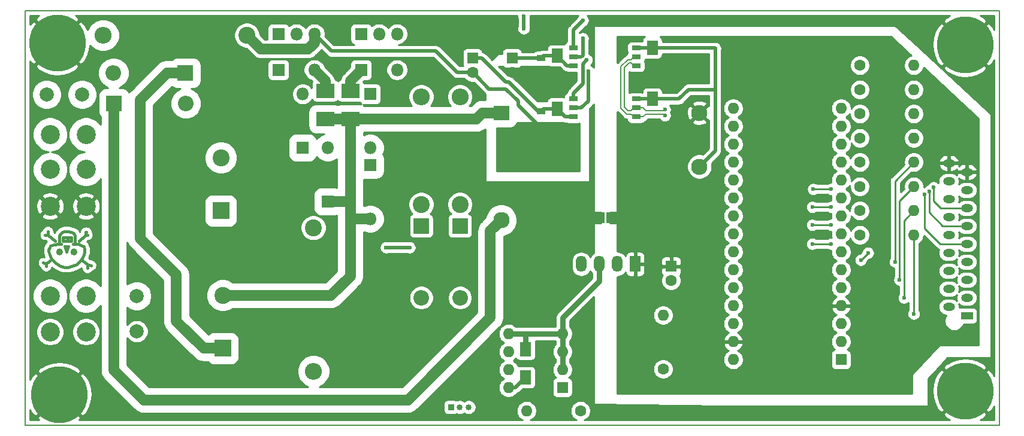
<source format=gbr>
G04 #@! TF.GenerationSoftware,KiCad,Pcbnew,5.1.5-52549c5~84~ubuntu18.04.1*
G04 #@! TF.CreationDate,2020-02-27T02:17:20+01:00*
G04 #@! TF.ProjectId,VFD,5646442e-6b69-4636-9164-5f7063625858,rev?*
G04 #@! TF.SameCoordinates,Original*
G04 #@! TF.FileFunction,Copper,L2,Bot*
G04 #@! TF.FilePolarity,Positive*
%FSLAX46Y46*%
G04 Gerber Fmt 4.6, Leading zero omitted, Abs format (unit mm)*
G04 Created by KiCad (PCBNEW 5.1.5-52549c5~84~ubuntu18.04.1) date 2020-02-27 02:17:20*
%MOMM*%
%LPD*%
G04 APERTURE LIST*
%ADD10C,0.150000*%
%ADD11C,0.381000*%
%ADD12O,2.400000X2.400000*%
%ADD13C,2.400000*%
%ADD14O,1.600000X1.600000*%
%ADD15R,1.600000X1.600000*%
%ADD16R,1.600000X2.000000*%
%ADD17O,1.500000X2.300000*%
%ADD18R,1.500000X2.300000*%
%ADD19C,1.600000*%
%ADD20C,2.700000*%
%ADD21C,2.000000*%
%ADD22R,1.310000X0.650000*%
%ADD23R,1.310000X0.600000*%
%ADD24O,2.200000X2.200000*%
%ADD25R,2.200000X2.200000*%
%ADD26R,1.200000X0.900000*%
%ADD27O,1.800000X1.800000*%
%ADD28R,1.800000X1.800000*%
%ADD29R,2.500000X2.000000*%
%ADD30C,2.300000*%
%ADD31R,2.300000X2.000000*%
%ADD32C,0.900000*%
%ADD33C,8.000000*%
%ADD34C,0.100000*%
%ADD35C,0.850000*%
%ADD36R,0.850000X0.850000*%
%ADD37R,1.700000X1.120000*%
%ADD38O,1.700000X1.120000*%
%ADD39R,2.400000X2.400000*%
%ADD40C,0.600000*%
%ADD41C,0.250000*%
%ADD42C,0.500000*%
%ADD43C,1.500000*%
%ADD44C,0.750000*%
%ADD45C,0.200000*%
%ADD46C,0.254000*%
G04 APERTURE END LIST*
D10*
X173990000Y-93472000D02*
X36322000Y-93472000D01*
X173990000Y-34798000D02*
X173990000Y-93472000D01*
X36322000Y-93472000D02*
X36322000Y-34798000D01*
X36322000Y-34798000D02*
X173990000Y-34798000D01*
D11*
X43497500Y-67818000D02*
X43116500Y-67818000D01*
X43878500Y-67818000D02*
X43497500Y-67818000D01*
X44386500Y-68072000D02*
X43878500Y-67818000D01*
X44640500Y-68199000D02*
X44386500Y-68072000D01*
X44767500Y-68580000D02*
X44640500Y-68199000D01*
X44767500Y-68961000D02*
X44767500Y-68580000D01*
X44640500Y-69342000D02*
X44767500Y-68961000D01*
X44386500Y-69850000D02*
X44640500Y-69342000D01*
X44132500Y-70231000D02*
X44386500Y-69850000D01*
X43624500Y-70739000D02*
X44132500Y-70231000D01*
X42989500Y-70993000D02*
X43624500Y-70739000D01*
X42354500Y-71120000D02*
X42989500Y-70993000D01*
X41846500Y-71120000D02*
X42354500Y-71120000D01*
X41211500Y-70866000D02*
X41846500Y-71120000D01*
X40576500Y-70485000D02*
X41211500Y-70866000D01*
X40068500Y-69977000D02*
X40576500Y-70485000D01*
X39814500Y-69342000D02*
X40068500Y-69977000D01*
X39687500Y-68834000D02*
X39814500Y-69342000D01*
X39687500Y-68580000D02*
X39687500Y-68834000D01*
X41084500Y-67818000D02*
X41465500Y-67818000D01*
X40449500Y-67945000D02*
X41084500Y-67818000D01*
X39941500Y-68072000D02*
X40449500Y-67945000D01*
X39814500Y-68326000D02*
X39941500Y-68072000D01*
X39687500Y-68580000D02*
X39814500Y-68326000D01*
X41211500Y-67056000D02*
X41211500Y-67818000D01*
X41211500Y-66675000D02*
X41211500Y-67056000D01*
X42354500Y-66040000D02*
X41973500Y-66040000D01*
X42862500Y-66167000D02*
X42354500Y-66040000D01*
X43243500Y-66294000D02*
X42862500Y-66167000D01*
X43370500Y-66675000D02*
X43243500Y-66294000D01*
X43370500Y-67056000D02*
X43370500Y-66675000D01*
X43370500Y-67818000D02*
X43370500Y-67056000D01*
X41592500Y-66167000D02*
X41973500Y-66040000D01*
X41338500Y-66421000D02*
X41592500Y-66167000D01*
X41211500Y-66675000D02*
X41338500Y-66421000D01*
X41973500Y-68199000D02*
X42227500Y-68961000D01*
X42481500Y-68199000D02*
X41973500Y-68199000D01*
X42227500Y-68961000D02*
X42481500Y-68199000D01*
X43527481Y-68961000D02*
G75*
G03X43527481Y-68961000I-283981J0D01*
G01*
X41495481Y-68961000D02*
G75*
G03X41495481Y-68961000I-283981J0D01*
G01*
X41719500Y-66929000D02*
X41719500Y-67437000D01*
X42862500Y-66929000D02*
X41719500Y-66929000D01*
X42862500Y-67437000D02*
X42862500Y-66929000D01*
X41719500Y-67437000D02*
X42862500Y-67437000D01*
X42354500Y-67310000D02*
X42354500Y-67056000D01*
X44513500Y-70231000D02*
X45148500Y-70739000D01*
X45148500Y-70739000D02*
X45148500Y-71247000D01*
X45148500Y-70739000D02*
X45656500Y-70866000D01*
X40576500Y-67437000D02*
X39560500Y-66548000D01*
X39560500Y-66548000D02*
X39179500Y-66548000D01*
X39560500Y-66548000D02*
X39560500Y-66040000D01*
X39814500Y-70231000D02*
X39306500Y-70612000D01*
X39306500Y-70612000D02*
X39306500Y-70993000D01*
X39306500Y-70612000D02*
X38925500Y-70485000D01*
X44894500Y-66548000D02*
X45148500Y-66548000D01*
X44005500Y-67437000D02*
X44894500Y-66548000D01*
X44894500Y-66167000D02*
X45021500Y-66167000D01*
X44894500Y-66548000D02*
X44894500Y-66167000D01*
D12*
X47371000Y-38290500D03*
D13*
X67691000Y-38290500D03*
D12*
X77089000Y-85852000D03*
D13*
X77089000Y-65532000D03*
D14*
X136398000Y-48641000D03*
X151638000Y-48641000D03*
X136398000Y-84201000D03*
X151638000Y-51181000D03*
X136398000Y-81661000D03*
X151638000Y-53721000D03*
X136398000Y-79121000D03*
X151638000Y-56261000D03*
X136398000Y-76581000D03*
X151638000Y-58801000D03*
X136398000Y-74041000D03*
X151638000Y-61341000D03*
X136398000Y-71501000D03*
X151638000Y-63881000D03*
X136398000Y-68961000D03*
X151638000Y-66421000D03*
X136398000Y-66421000D03*
X151638000Y-68961000D03*
X136398000Y-63881000D03*
X151638000Y-71501000D03*
X136398000Y-61341000D03*
X151638000Y-74041000D03*
X136398000Y-58801000D03*
X151638000Y-76581000D03*
X136398000Y-56261000D03*
X151638000Y-79121000D03*
X136398000Y-53721000D03*
X151638000Y-81661000D03*
X136398000Y-51181000D03*
D15*
X151638000Y-84201000D03*
D16*
X107061000Y-82709000D03*
X107061000Y-86709000D03*
D17*
X114935000Y-70675500D03*
X117475000Y-70675500D03*
X120015000Y-70675500D03*
D18*
X122555000Y-70675500D03*
D14*
X104648000Y-88138000D03*
X112268000Y-80518000D03*
X104648000Y-85598000D03*
X112268000Y-83058000D03*
X104648000Y-83058000D03*
X112268000Y-85598000D03*
X104648000Y-80518000D03*
D15*
X112268000Y-88138000D03*
D14*
X161925000Y-42545000D03*
D19*
X154305000Y-42545000D03*
D14*
X161925000Y-45974000D03*
D19*
X154305000Y-45974000D03*
D14*
X161925000Y-49403000D03*
D19*
X154305000Y-49403000D03*
D14*
X161925000Y-52832000D03*
D19*
X154305000Y-52832000D03*
D14*
X161925000Y-56261000D03*
D19*
X154305000Y-56261000D03*
D14*
X161925000Y-59690000D03*
D19*
X154305000Y-59690000D03*
D14*
X161925000Y-63119000D03*
D19*
X154305000Y-63119000D03*
D14*
X161925000Y-66548000D03*
D19*
X154305000Y-66548000D03*
D12*
X92329000Y-46990000D03*
D13*
X92329000Y-62230000D03*
D12*
X97790000Y-46990000D03*
D13*
X97790000Y-62230000D03*
D14*
X126492000Y-77914500D03*
D19*
X126492000Y-85534500D03*
D14*
X107188000Y-91440000D03*
D19*
X114808000Y-91440000D03*
D20*
X44958000Y-80264000D03*
X39878000Y-80264000D03*
X44958000Y-57277000D03*
X39878000Y-57277000D03*
D16*
X124968000Y-44037000D03*
X124968000Y-40037000D03*
X124968000Y-51276000D03*
X124968000Y-47276000D03*
X111506000Y-52673000D03*
X111506000Y-48673000D03*
X111506000Y-45180000D03*
X111506000Y-41180000D03*
D19*
X127635000Y-72993000D03*
D15*
X127635000Y-70993000D03*
D20*
X44958000Y-62484000D03*
X39878000Y-62484000D03*
X44958000Y-52324000D03*
X39878000Y-52324000D03*
X44958000Y-75184000D03*
X39878000Y-75184000D03*
D21*
X52133500Y-75200500D03*
X52133500Y-80200500D03*
D22*
X122682000Y-40068500D03*
X122682000Y-41338500D03*
X122682000Y-42608500D03*
D23*
X122682000Y-43878500D03*
D22*
X113792000Y-43878500D03*
X113792000Y-42608500D03*
X113792000Y-41338500D03*
X113792000Y-40068500D03*
X122682000Y-47307500D03*
X122682000Y-48577500D03*
X122682000Y-49847500D03*
D23*
X122682000Y-51117500D03*
D22*
X113792000Y-51117500D03*
X113792000Y-49847500D03*
X113792000Y-48577500D03*
X113792000Y-47307500D03*
D24*
X92329000Y-75438000D03*
D25*
X92329000Y-65278000D03*
D26*
X109220000Y-52323000D03*
X109220000Y-49023000D03*
D27*
X77216000Y-38100000D03*
X74676000Y-38100000D03*
D28*
X72136000Y-38100000D03*
D27*
X88900000Y-38100000D03*
X86360000Y-38100000D03*
D28*
X83820000Y-38100000D03*
D29*
X78740000Y-46133000D03*
X78740000Y-50133000D03*
X82296000Y-50133000D03*
X82296000Y-46133000D03*
D24*
X97790000Y-75438000D03*
D25*
X97790000Y-65278000D03*
D27*
X75565000Y-46609000D03*
D28*
X75565000Y-54229000D03*
D27*
X79121000Y-54229000D03*
D28*
X79121000Y-61849000D03*
D27*
X85090000Y-64262000D03*
D28*
X85090000Y-56642000D03*
D27*
X85090000Y-54229000D03*
D28*
X85090000Y-46609000D03*
D27*
X77216000Y-43180000D03*
D28*
X72136000Y-43180000D03*
D30*
X131632000Y-49276000D03*
D31*
X103632000Y-49276000D03*
D30*
X103632000Y-64476000D03*
X131632000Y-56876000D03*
D32*
X171285320Y-37502680D03*
X169164000Y-36624000D03*
X167042680Y-37502680D03*
X166164000Y-39624000D03*
X167042680Y-41745320D03*
X169164000Y-42624000D03*
X171285320Y-41745320D03*
X172164000Y-39624000D03*
D33*
X169164000Y-39624000D03*
G04 #@! TA.AperFunction,SMDPad,CuDef*
D34*
G36*
X119014000Y-63385602D02*
G01*
X119038534Y-63385602D01*
X119087365Y-63390412D01*
X119135490Y-63399984D01*
X119182445Y-63414228D01*
X119227778Y-63433005D01*
X119271051Y-63456136D01*
X119311850Y-63483396D01*
X119349779Y-63514524D01*
X119384476Y-63549221D01*
X119415604Y-63587150D01*
X119442864Y-63627949D01*
X119465995Y-63671222D01*
X119484772Y-63716555D01*
X119499016Y-63763510D01*
X119508588Y-63811635D01*
X119513398Y-63860466D01*
X119513398Y-63885000D01*
X119514000Y-63885000D01*
X119514000Y-64385000D01*
X119513398Y-64385000D01*
X119513398Y-64409534D01*
X119508588Y-64458365D01*
X119499016Y-64506490D01*
X119484772Y-64553445D01*
X119465995Y-64598778D01*
X119442864Y-64642051D01*
X119415604Y-64682850D01*
X119384476Y-64720779D01*
X119349779Y-64755476D01*
X119311850Y-64786604D01*
X119271051Y-64813864D01*
X119227778Y-64836995D01*
X119182445Y-64855772D01*
X119135490Y-64870016D01*
X119087365Y-64879588D01*
X119038534Y-64884398D01*
X119014000Y-64884398D01*
X119014000Y-64885000D01*
X118514000Y-64885000D01*
X118514000Y-63385000D01*
X119014000Y-63385000D01*
X119014000Y-63385602D01*
G37*
G04 #@! TD.AperFunction*
G04 #@! TA.AperFunction,SMDPad,CuDef*
G36*
X118214000Y-64885000D02*
G01*
X117714000Y-64885000D01*
X117714000Y-64884398D01*
X117689466Y-64884398D01*
X117640635Y-64879588D01*
X117592510Y-64870016D01*
X117545555Y-64855772D01*
X117500222Y-64836995D01*
X117456949Y-64813864D01*
X117416150Y-64786604D01*
X117378221Y-64755476D01*
X117343524Y-64720779D01*
X117312396Y-64682850D01*
X117285136Y-64642051D01*
X117262005Y-64598778D01*
X117243228Y-64553445D01*
X117228984Y-64506490D01*
X117219412Y-64458365D01*
X117214602Y-64409534D01*
X117214602Y-64385000D01*
X117214000Y-64385000D01*
X117214000Y-63885000D01*
X117214602Y-63885000D01*
X117214602Y-63860466D01*
X117219412Y-63811635D01*
X117228984Y-63763510D01*
X117243228Y-63716555D01*
X117262005Y-63671222D01*
X117285136Y-63627949D01*
X117312396Y-63587150D01*
X117343524Y-63549221D01*
X117378221Y-63514524D01*
X117416150Y-63483396D01*
X117456949Y-63456136D01*
X117500222Y-63433005D01*
X117545555Y-63414228D01*
X117592510Y-63399984D01*
X117640635Y-63390412D01*
X117689466Y-63385602D01*
X117714000Y-63385602D01*
X117714000Y-63385000D01*
X118214000Y-63385000D01*
X118214000Y-64885000D01*
G37*
G04 #@! TD.AperFunction*
D35*
X99020000Y-90932000D03*
X97770000Y-90932000D03*
D36*
X96520000Y-90932000D03*
D37*
X169418000Y-77978000D03*
D38*
X166878000Y-76708000D03*
X169418000Y-75438000D03*
X166878000Y-74168000D03*
X169418000Y-72898000D03*
X166878000Y-71628000D03*
X169418000Y-70358000D03*
X166878000Y-69088000D03*
X169418000Y-67818000D03*
X166878000Y-66548000D03*
X169418000Y-65278000D03*
X166878000Y-64008000D03*
X169418000Y-62738000D03*
X166878000Y-61468000D03*
X169418000Y-60198000D03*
X166878000Y-58928000D03*
X169418000Y-57658000D03*
X166878000Y-56388000D03*
D27*
X88900000Y-43180000D03*
D28*
X83820000Y-43180000D03*
D32*
X171285320Y-86524680D03*
X169164000Y-85646000D03*
X167042680Y-86524680D03*
X166164000Y-88646000D03*
X167042680Y-90767320D03*
X169164000Y-91646000D03*
X171285320Y-90767320D03*
X172164000Y-88646000D03*
D33*
X169164000Y-88646000D03*
D32*
X43015320Y-37248680D03*
X40894000Y-36370000D03*
X38772680Y-37248680D03*
X37894000Y-39370000D03*
X38772680Y-41491320D03*
X40894000Y-42370000D03*
X43015320Y-41491320D03*
X43894000Y-39370000D03*
D33*
X40894000Y-39370000D03*
D32*
X43269320Y-87032680D03*
X41148000Y-86154000D03*
X39026680Y-87032680D03*
X38148000Y-89154000D03*
X39026680Y-91275320D03*
X41148000Y-92154000D03*
X43269320Y-91275320D03*
X44148000Y-89154000D03*
D33*
X41148000Y-89154000D03*
D21*
X39386500Y-46672500D03*
X44386500Y-46672500D03*
D39*
X64262000Y-82613500D03*
D13*
X64262000Y-75113500D03*
D39*
X64008000Y-63119000D03*
D13*
X64008000Y-55619000D03*
D15*
X105156000Y-41529000D03*
D19*
X105156000Y-43529000D03*
D15*
X99568000Y-41529000D03*
D19*
X99568000Y-43529000D03*
D25*
X58991500Y-43624500D03*
D24*
X48831500Y-43624500D03*
D25*
X48895000Y-47942500D03*
D24*
X59055000Y-47942500D03*
D26*
X109220000Y-44830000D03*
X109220000Y-41530000D03*
D40*
X157226000Y-63182500D03*
X157289500Y-70358000D03*
X143319500Y-87693500D03*
X158305500Y-75438000D03*
X150114000Y-42418000D03*
X142748000Y-62992000D03*
X142748000Y-60198000D03*
X142748000Y-57404000D03*
X142748000Y-52324000D03*
X129032000Y-79502000D03*
X157099000Y-66548000D03*
X157607000Y-72771000D03*
X129540000Y-43180000D03*
X120904000Y-40513000D03*
X161925000Y-77724000D03*
X160528000Y-75438000D03*
X159903000Y-72898000D03*
X159278000Y-70358000D03*
X163449000Y-60833000D03*
X164089002Y-60352999D03*
X133858000Y-40132000D03*
X164719000Y-59817000D03*
X155448000Y-69088000D03*
X147574000Y-67818000D03*
X150241000Y-67818000D03*
X154434558Y-70101442D03*
X147711000Y-60071000D03*
X150241000Y-60071000D03*
X147574000Y-62611000D03*
X150241000Y-62611000D03*
X147574000Y-65151000D03*
X150241000Y-65151000D03*
X111569500Y-91313000D03*
X110363000Y-84201000D03*
X115252500Y-77025500D03*
X99187000Y-88265000D03*
X76962000Y-69850000D03*
X90678000Y-68326000D03*
X87350000Y-68326000D03*
X106807000Y-35560000D03*
X106807000Y-37338000D03*
X115157000Y-36195000D03*
X115157000Y-38735000D03*
X115697000Y-41783000D03*
X115957000Y-43388277D03*
X126746000Y-48787500D03*
X126746000Y-49637500D03*
D41*
X161925000Y-77724000D02*
X161925000Y-66548000D01*
X160528000Y-75438000D02*
X160528000Y-64516000D01*
X160528000Y-64516000D02*
X161925000Y-63119000D01*
X159903000Y-72898000D02*
X159903000Y-61712000D01*
X159903000Y-61712000D02*
X161925000Y-59690000D01*
X159278000Y-70358000D02*
X159278000Y-58908000D01*
X159278000Y-58908000D02*
X161925000Y-56261000D01*
X163449000Y-65659000D02*
X163449000Y-60833000D01*
X165608000Y-67818000D02*
X163449000Y-65659000D01*
X166606407Y-67818000D02*
X165608000Y-67818000D01*
X168318000Y-67818000D02*
X166606407Y-67818000D01*
X169418000Y-67818000D02*
X168318000Y-67818000D01*
X164089002Y-63378002D02*
X164089002Y-60352999D01*
X165989000Y-65278000D02*
X164089002Y-63378002D01*
X168318000Y-65278000D02*
X165989000Y-65278000D01*
X169418000Y-65278000D02*
X168318000Y-65278000D01*
D42*
X133858000Y-54650000D02*
X131632000Y-56876000D01*
X133794500Y-40068500D02*
X133858000Y-40132000D01*
X122682000Y-40068500D02*
X133794500Y-40068500D01*
X124936500Y-47307500D02*
X124968000Y-47276000D01*
X122682000Y-47307500D02*
X124936500Y-47307500D01*
X133858000Y-47371000D02*
X133858000Y-54650000D01*
X124968000Y-47276000D02*
X128746000Y-47276000D01*
X128746000Y-47276000D02*
X130048000Y-45974000D01*
X133858000Y-40132000D02*
X133858000Y-45974000D01*
X130048000Y-45974000D02*
X133858000Y-45974000D01*
X133858000Y-45974000D02*
X133858000Y-47371000D01*
D41*
X164719000Y-61722000D02*
X164719000Y-59817000D01*
X165735000Y-62738000D02*
X164719000Y-61722000D01*
X168318000Y-62738000D02*
X165735000Y-62738000D01*
X169418000Y-62738000D02*
X168318000Y-62738000D01*
D43*
X103482000Y-49276000D02*
X103632000Y-49276000D01*
X80359000Y-50133000D02*
X82296000Y-50133000D01*
X78740000Y-50133000D02*
X80359000Y-50133000D01*
X85046000Y-50133000D02*
X82296000Y-50133000D01*
X100125000Y-50133000D02*
X85046000Y-50133000D01*
X100982000Y-49276000D02*
X100125000Y-50133000D01*
X103632000Y-49276000D02*
X100982000Y-49276000D01*
X82296000Y-50133000D02*
X82296000Y-61849000D01*
X82296000Y-61849000D02*
X79121000Y-61849000D01*
X82296000Y-64262000D02*
X82296000Y-61849000D01*
X85090000Y-64262000D02*
X82296000Y-64262000D01*
X82296000Y-64262000D02*
X82296000Y-72390000D01*
X79572500Y-75113500D02*
X64262000Y-75113500D01*
X82296000Y-72390000D02*
X79572500Y-75113500D01*
D42*
X105632000Y-88138000D02*
X107061000Y-86709000D01*
X104648000Y-88138000D02*
X105632000Y-88138000D01*
D44*
X112268000Y-85598000D02*
X112268000Y-83058000D01*
X112268000Y-83058000D02*
X112268000Y-80518000D01*
X104648000Y-80518000D02*
X105779370Y-80518000D01*
X112268000Y-78270998D02*
X117475000Y-73063998D01*
X117475000Y-72575500D02*
X117475000Y-70675500D01*
X117475000Y-73063998D02*
X117475000Y-72575500D01*
X112268000Y-80518000D02*
X112268000Y-78270998D01*
X107061000Y-80518000D02*
X107061000Y-82709000D01*
X107061000Y-80518000D02*
X112268000Y-80518000D01*
X105779370Y-80518000D02*
X107061000Y-80518000D01*
D41*
X150241000Y-67818000D02*
X147574000Y-67818000D01*
X155448000Y-69088000D02*
X154434558Y-70101442D01*
X150241000Y-60071000D02*
X147711000Y-60071000D01*
X150241000Y-62611000D02*
X147574000Y-62611000D01*
X150241000Y-65151000D02*
X147574000Y-65151000D01*
D42*
X112807500Y-43878500D02*
X111506000Y-45180000D01*
X113792000Y-43878500D02*
X112807500Y-43878500D01*
X109570000Y-45180000D02*
X109220000Y-44830000D01*
X111506000Y-45180000D02*
X109570000Y-45180000D01*
X106457000Y-44830000D02*
X105156000Y-43529000D01*
X109220000Y-44830000D02*
X106457000Y-44830000D01*
D43*
X61562000Y-82613500D02*
X57721500Y-78773000D01*
X64262000Y-82613500D02*
X61562000Y-82613500D01*
X57721500Y-78773000D02*
X57721500Y-72199500D01*
X57721500Y-72199500D02*
X52578000Y-67056000D01*
X56391500Y-43624500D02*
X58991500Y-43624500D01*
X52578000Y-47438000D02*
X56391500Y-43624500D01*
X52578000Y-67056000D02*
X52578000Y-47438000D01*
X78740000Y-44704000D02*
X77216000Y-43180000D01*
X78740000Y-46133000D02*
X78740000Y-44704000D01*
D42*
X113061500Y-51117500D02*
X111506000Y-52673000D01*
X113792000Y-51117500D02*
X113061500Y-51117500D01*
D43*
X67691000Y-38290500D02*
X69650501Y-40250001D01*
D42*
X109570000Y-52673000D02*
X109220000Y-52323000D01*
X111506000Y-52673000D02*
X109570000Y-52673000D01*
X100367999Y-44328999D02*
X99568000Y-43529000D01*
X101918011Y-45879011D02*
X100367999Y-44328999D01*
X104299011Y-45879011D02*
X101918011Y-45879011D01*
X106032001Y-47612001D02*
X104299011Y-45879011D01*
X106032001Y-48185001D02*
X106032001Y-47612001D01*
X109220000Y-51373000D02*
X106032001Y-48185001D01*
X109220000Y-52323000D02*
X109220000Y-51373000D01*
X99568000Y-43529000D02*
X97377000Y-43529000D01*
X97377000Y-43529000D02*
X94361000Y-40513000D01*
X79629000Y-40513000D02*
X77216000Y-38100000D01*
X94361000Y-40513000D02*
X79629000Y-40513000D01*
D43*
X77216000Y-39372792D02*
X77216000Y-38100000D01*
X76338791Y-40250001D02*
X77216000Y-39372792D01*
X69650501Y-40250001D02*
X76338791Y-40250001D01*
X90424000Y-89916000D02*
X102097999Y-78242001D01*
X53086000Y-89916000D02*
X90424000Y-89916000D01*
X102097999Y-78242001D02*
X102097999Y-66010001D01*
X48895000Y-47942500D02*
X48895000Y-85725000D01*
X102097999Y-66010001D02*
X103632000Y-64476000D01*
X48895000Y-85725000D02*
X53086000Y-89916000D01*
X82296000Y-44704000D02*
X83820000Y-43180000D01*
X82296000Y-46133000D02*
X82296000Y-44704000D01*
D42*
X90678000Y-68326000D02*
X87350000Y-68326000D01*
X106807000Y-35560000D02*
X106807000Y-37338000D01*
X113792000Y-40068500D02*
X113792000Y-37560000D01*
X113792000Y-37560000D02*
X115157000Y-36195000D01*
X115157000Y-41128500D02*
X115157000Y-38735000D01*
X114947000Y-41338500D02*
X115157000Y-41128500D01*
X113792000Y-41338500D02*
X114947000Y-41338500D01*
X115156999Y-45117501D02*
X115156999Y-42323001D01*
X113792000Y-47307500D02*
X113792000Y-46482500D01*
X113792000Y-46482500D02*
X115156999Y-45117501D01*
X115156999Y-42323001D02*
X115697000Y-41783000D01*
X115957000Y-47567500D02*
X115957000Y-43388277D01*
X113792000Y-48577500D02*
X114947000Y-48577500D01*
X114947000Y-48577500D02*
X115957000Y-47567500D01*
X112934500Y-42608500D02*
X111506000Y-41180000D01*
X113792000Y-42608500D02*
X112934500Y-42608500D01*
X109570000Y-41180000D02*
X109220000Y-41530000D01*
X111506000Y-41180000D02*
X109570000Y-41180000D01*
X105157000Y-41530000D02*
X105156000Y-41529000D01*
X109220000Y-41530000D02*
X105157000Y-41530000D01*
X112680500Y-49847500D02*
X111506000Y-48673000D01*
X113792000Y-49847500D02*
X112680500Y-49847500D01*
X109570000Y-48673000D02*
X109220000Y-49023000D01*
X111506000Y-48673000D02*
X109570000Y-48673000D01*
X104218001Y-44879001D02*
X100868000Y-41529000D01*
X104713228Y-44879001D02*
X104218001Y-44879001D01*
X108857222Y-49023000D02*
X104713228Y-44879001D01*
X100868000Y-41529000D02*
X99568000Y-41529000D01*
X109220000Y-49023000D02*
X108857222Y-49023000D01*
D45*
X126546000Y-48987500D02*
X126746000Y-48787500D01*
X124074501Y-48987500D02*
X126546000Y-48987500D01*
X123664501Y-48577500D02*
X124074501Y-48987500D01*
X122682000Y-48577500D02*
X123664501Y-48577500D01*
X122352000Y-42608500D02*
X122682000Y-42608500D01*
X121942000Y-42198500D02*
X121695700Y-42198500D01*
X122352000Y-42608500D02*
X121942000Y-42198500D01*
X121695700Y-42198500D02*
X121002000Y-42892200D01*
X121002000Y-42892200D02*
X121002000Y-48420800D01*
X122352000Y-48577500D02*
X122682000Y-48577500D01*
X121942000Y-48987500D02*
X122352000Y-48577500D01*
X121002000Y-48420800D02*
X121568700Y-48987500D01*
X121568700Y-48987500D02*
X121942000Y-48987500D01*
X123664501Y-49847500D02*
X124074501Y-49437500D01*
X122682000Y-49847500D02*
X123664501Y-49847500D01*
X124074501Y-49437500D02*
X126546000Y-49437500D01*
X126546000Y-49437500D02*
X126746000Y-49637500D01*
X122352000Y-41338500D02*
X122682000Y-41338500D01*
X122352000Y-41338500D02*
X121942000Y-41748500D01*
X121942000Y-41748500D02*
X121509300Y-41748500D01*
X121509300Y-41748500D02*
X120552000Y-42705800D01*
X120552000Y-42705800D02*
X120552000Y-48607200D01*
X120552000Y-48607200D02*
X121382300Y-49437500D01*
X121942000Y-49437500D02*
X122352000Y-49847500D01*
X122352000Y-49847500D02*
X122682000Y-49847500D01*
X121382300Y-49437500D02*
X121942000Y-49437500D01*
D46*
G36*
X161500186Y-41110000D02*
G01*
X161549749Y-41156529D01*
X161506426Y-41165147D01*
X161245273Y-41273320D01*
X161010241Y-41430363D01*
X160810363Y-41630241D01*
X160653320Y-41865273D01*
X160545147Y-42126426D01*
X160490000Y-42403665D01*
X160490000Y-42686335D01*
X160545147Y-42963574D01*
X160653320Y-43224727D01*
X160810363Y-43459759D01*
X161010241Y-43659637D01*
X161245273Y-43816680D01*
X161506426Y-43924853D01*
X161783665Y-43980000D01*
X162066335Y-43980000D01*
X162343574Y-43924853D01*
X162604727Y-43816680D01*
X162839759Y-43659637D01*
X163039637Y-43459759D01*
X163196680Y-43224727D01*
X163304853Y-42963574D01*
X163331570Y-42829259D01*
X168798280Y-47961273D01*
X171069000Y-50092969D01*
X171069000Y-82169000D01*
X165608000Y-82169000D01*
X165583224Y-82171440D01*
X165581079Y-82172091D01*
X165579220Y-82172304D01*
X165569367Y-82175643D01*
X165559399Y-82178667D01*
X165557586Y-82179636D01*
X165555642Y-82180295D01*
X165546630Y-82185492D01*
X165537443Y-82190403D01*
X165536014Y-82191615D01*
X165534075Y-82192733D01*
X165515349Y-82209139D01*
X161705349Y-86273139D01*
X161692403Y-86289443D01*
X161691435Y-86291254D01*
X161690183Y-86292884D01*
X161685573Y-86302221D01*
X161680667Y-86311399D01*
X161680071Y-86313364D01*
X161679161Y-86315207D01*
X161676460Y-86325266D01*
X161673440Y-86335224D01*
X161673239Y-86337267D01*
X161672706Y-86339252D01*
X161671000Y-86360000D01*
X161671000Y-89027000D01*
X120015000Y-89027000D01*
X120015000Y-85393165D01*
X125057000Y-85393165D01*
X125057000Y-85675835D01*
X125112147Y-85953074D01*
X125220320Y-86214227D01*
X125377363Y-86449259D01*
X125577241Y-86649137D01*
X125812273Y-86806180D01*
X126073426Y-86914353D01*
X126350665Y-86969500D01*
X126633335Y-86969500D01*
X126910574Y-86914353D01*
X127171727Y-86806180D01*
X127406759Y-86649137D01*
X127606637Y-86449259D01*
X127763680Y-86214227D01*
X127871853Y-85953074D01*
X127927000Y-85675835D01*
X127927000Y-85393165D01*
X127871853Y-85115926D01*
X127763680Y-84854773D01*
X127606637Y-84619741D01*
X127406759Y-84419863D01*
X127171727Y-84262820D01*
X126910574Y-84154647D01*
X126633335Y-84099500D01*
X126350665Y-84099500D01*
X126073426Y-84154647D01*
X125812273Y-84262820D01*
X125577241Y-84419863D01*
X125377363Y-84619741D01*
X125220320Y-84854773D01*
X125112147Y-85115926D01*
X125057000Y-85393165D01*
X120015000Y-85393165D01*
X120015000Y-84059665D01*
X134963000Y-84059665D01*
X134963000Y-84342335D01*
X135018147Y-84619574D01*
X135126320Y-84880727D01*
X135283363Y-85115759D01*
X135483241Y-85315637D01*
X135718273Y-85472680D01*
X135979426Y-85580853D01*
X136256665Y-85636000D01*
X136539335Y-85636000D01*
X136816574Y-85580853D01*
X137077727Y-85472680D01*
X137312759Y-85315637D01*
X137512637Y-85115759D01*
X137669680Y-84880727D01*
X137777853Y-84619574D01*
X137833000Y-84342335D01*
X137833000Y-84059665D01*
X137777853Y-83782426D01*
X137669680Y-83521273D01*
X137589317Y-83401000D01*
X150199928Y-83401000D01*
X150199928Y-85001000D01*
X150212188Y-85125482D01*
X150248498Y-85245180D01*
X150307463Y-85355494D01*
X150386815Y-85452185D01*
X150483506Y-85531537D01*
X150593820Y-85590502D01*
X150713518Y-85626812D01*
X150838000Y-85639072D01*
X152438000Y-85639072D01*
X152562482Y-85626812D01*
X152682180Y-85590502D01*
X152792494Y-85531537D01*
X152889185Y-85452185D01*
X152968537Y-85355494D01*
X153027502Y-85245180D01*
X153063812Y-85125482D01*
X153076072Y-85001000D01*
X153076072Y-83401000D01*
X153063812Y-83276518D01*
X153027502Y-83156820D01*
X152968537Y-83046506D01*
X152889185Y-82949815D01*
X152792494Y-82870463D01*
X152682180Y-82811498D01*
X152562482Y-82775188D01*
X152554039Y-82774357D01*
X152752637Y-82575759D01*
X152909680Y-82340727D01*
X153017853Y-82079574D01*
X153073000Y-81802335D01*
X153073000Y-81519665D01*
X153017853Y-81242426D01*
X152909680Y-80981273D01*
X152752637Y-80746241D01*
X152552759Y-80546363D01*
X152320241Y-80391000D01*
X152552759Y-80235637D01*
X152752637Y-80035759D01*
X152909680Y-79800727D01*
X153017853Y-79539574D01*
X153073000Y-79262335D01*
X153073000Y-78979665D01*
X153017853Y-78702426D01*
X152909680Y-78441273D01*
X152752637Y-78206241D01*
X152552759Y-78006363D01*
X152317727Y-77849320D01*
X152307135Y-77844933D01*
X152493131Y-77733385D01*
X152701519Y-77544414D01*
X152869037Y-77318420D01*
X152989246Y-77064087D01*
X153029904Y-76930039D01*
X152907915Y-76708000D01*
X151765000Y-76708000D01*
X151765000Y-76728000D01*
X151511000Y-76728000D01*
X151511000Y-76708000D01*
X150368085Y-76708000D01*
X150246096Y-76930039D01*
X150286754Y-77064087D01*
X150406963Y-77318420D01*
X150574481Y-77544414D01*
X150782869Y-77733385D01*
X150968865Y-77844933D01*
X150958273Y-77849320D01*
X150723241Y-78006363D01*
X150523363Y-78206241D01*
X150366320Y-78441273D01*
X150258147Y-78702426D01*
X150203000Y-78979665D01*
X150203000Y-79262335D01*
X150258147Y-79539574D01*
X150366320Y-79800727D01*
X150523363Y-80035759D01*
X150723241Y-80235637D01*
X150955759Y-80391000D01*
X150723241Y-80546363D01*
X150523363Y-80746241D01*
X150366320Y-80981273D01*
X150258147Y-81242426D01*
X150203000Y-81519665D01*
X150203000Y-81802335D01*
X150258147Y-82079574D01*
X150366320Y-82340727D01*
X150523363Y-82575759D01*
X150721961Y-82774357D01*
X150713518Y-82775188D01*
X150593820Y-82811498D01*
X150483506Y-82870463D01*
X150386815Y-82949815D01*
X150307463Y-83046506D01*
X150248498Y-83156820D01*
X150212188Y-83276518D01*
X150199928Y-83401000D01*
X137589317Y-83401000D01*
X137512637Y-83286241D01*
X137312759Y-83086363D01*
X137077727Y-82929320D01*
X137067135Y-82924933D01*
X137253131Y-82813385D01*
X137461519Y-82624414D01*
X137629037Y-82398420D01*
X137749246Y-82144087D01*
X137789904Y-82010039D01*
X137667915Y-81788000D01*
X136525000Y-81788000D01*
X136525000Y-81808000D01*
X136271000Y-81808000D01*
X136271000Y-81788000D01*
X135128085Y-81788000D01*
X135006096Y-82010039D01*
X135046754Y-82144087D01*
X135166963Y-82398420D01*
X135334481Y-82624414D01*
X135542869Y-82813385D01*
X135728865Y-82924933D01*
X135718273Y-82929320D01*
X135483241Y-83086363D01*
X135283363Y-83286241D01*
X135126320Y-83521273D01*
X135018147Y-83782426D01*
X134963000Y-84059665D01*
X120015000Y-84059665D01*
X120015000Y-77773165D01*
X125057000Y-77773165D01*
X125057000Y-78055835D01*
X125112147Y-78333074D01*
X125220320Y-78594227D01*
X125377363Y-78829259D01*
X125577241Y-79029137D01*
X125812273Y-79186180D01*
X126073426Y-79294353D01*
X126350665Y-79349500D01*
X126633335Y-79349500D01*
X126910574Y-79294353D01*
X127171727Y-79186180D01*
X127406759Y-79029137D01*
X127606637Y-78829259D01*
X127763680Y-78594227D01*
X127871853Y-78333074D01*
X127927000Y-78055835D01*
X127927000Y-77773165D01*
X127871853Y-77495926D01*
X127763680Y-77234773D01*
X127606637Y-76999741D01*
X127406759Y-76799863D01*
X127171727Y-76642820D01*
X126910574Y-76534647D01*
X126633335Y-76479500D01*
X126350665Y-76479500D01*
X126073426Y-76534647D01*
X125812273Y-76642820D01*
X125577241Y-76799863D01*
X125377363Y-76999741D01*
X125220320Y-77234773D01*
X125112147Y-77495926D01*
X125057000Y-77773165D01*
X120015000Y-77773165D01*
X120015000Y-72467201D01*
X120286506Y-72440460D01*
X120547580Y-72361264D01*
X120788187Y-72232657D01*
X120999080Y-72059581D01*
X121169527Y-71851892D01*
X121179188Y-71949982D01*
X121215498Y-72069680D01*
X121274463Y-72179994D01*
X121353815Y-72276685D01*
X121450506Y-72356037D01*
X121560820Y-72415002D01*
X121680518Y-72451312D01*
X121805000Y-72463572D01*
X122269250Y-72460500D01*
X122428000Y-72301750D01*
X122428000Y-70802500D01*
X122682000Y-70802500D01*
X122682000Y-72301750D01*
X122840750Y-72460500D01*
X123305000Y-72463572D01*
X123429482Y-72451312D01*
X123549180Y-72415002D01*
X123659494Y-72356037D01*
X123756185Y-72276685D01*
X123835537Y-72179994D01*
X123894502Y-72069680D01*
X123930812Y-71949982D01*
X123943072Y-71825500D01*
X123942957Y-71793000D01*
X126196928Y-71793000D01*
X126209188Y-71917482D01*
X126245498Y-72037180D01*
X126304463Y-72147494D01*
X126383815Y-72244185D01*
X126400393Y-72257790D01*
X126363320Y-72313273D01*
X126255147Y-72574426D01*
X126200000Y-72851665D01*
X126200000Y-73134335D01*
X126255147Y-73411574D01*
X126363320Y-73672727D01*
X126520363Y-73907759D01*
X126720241Y-74107637D01*
X126955273Y-74264680D01*
X127216426Y-74372853D01*
X127493665Y-74428000D01*
X127776335Y-74428000D01*
X128053574Y-74372853D01*
X128314727Y-74264680D01*
X128549759Y-74107637D01*
X128749637Y-73907759D01*
X128906680Y-73672727D01*
X129014853Y-73411574D01*
X129070000Y-73134335D01*
X129070000Y-72851665D01*
X129014853Y-72574426D01*
X128906680Y-72313273D01*
X128869607Y-72257790D01*
X128886185Y-72244185D01*
X128965537Y-72147494D01*
X129024502Y-72037180D01*
X129060812Y-71917482D01*
X129073072Y-71793000D01*
X129070000Y-71278750D01*
X128911250Y-71120000D01*
X127762000Y-71120000D01*
X127762000Y-71140000D01*
X127508000Y-71140000D01*
X127508000Y-71120000D01*
X126358750Y-71120000D01*
X126200000Y-71278750D01*
X126196928Y-71793000D01*
X123942957Y-71793000D01*
X123940000Y-70961250D01*
X123781250Y-70802500D01*
X122682000Y-70802500D01*
X122428000Y-70802500D01*
X122408000Y-70802500D01*
X122408000Y-70548500D01*
X122428000Y-70548500D01*
X122428000Y-69049250D01*
X122682000Y-69049250D01*
X122682000Y-70548500D01*
X123781250Y-70548500D01*
X123940000Y-70389750D01*
X123940699Y-70193000D01*
X126196928Y-70193000D01*
X126200000Y-70707250D01*
X126358750Y-70866000D01*
X127508000Y-70866000D01*
X127508000Y-69716750D01*
X127762000Y-69716750D01*
X127762000Y-70866000D01*
X128911250Y-70866000D01*
X129070000Y-70707250D01*
X129073072Y-70193000D01*
X129060812Y-70068518D01*
X129024502Y-69948820D01*
X128965537Y-69838506D01*
X128886185Y-69741815D01*
X128789494Y-69662463D01*
X128679180Y-69603498D01*
X128559482Y-69567188D01*
X128435000Y-69554928D01*
X127920750Y-69558000D01*
X127762000Y-69716750D01*
X127508000Y-69716750D01*
X127349250Y-69558000D01*
X126835000Y-69554928D01*
X126710518Y-69567188D01*
X126590820Y-69603498D01*
X126480506Y-69662463D01*
X126383815Y-69741815D01*
X126304463Y-69838506D01*
X126245498Y-69948820D01*
X126209188Y-70068518D01*
X126196928Y-70193000D01*
X123940699Y-70193000D01*
X123943072Y-69525500D01*
X123930812Y-69401018D01*
X123894502Y-69281320D01*
X123835537Y-69171006D01*
X123756185Y-69074315D01*
X123659494Y-68994963D01*
X123549180Y-68935998D01*
X123429482Y-68899688D01*
X123305000Y-68887428D01*
X122840750Y-68890500D01*
X122682000Y-69049250D01*
X122428000Y-69049250D01*
X122269250Y-68890500D01*
X121805000Y-68887428D01*
X121680518Y-68899688D01*
X121560820Y-68935998D01*
X121450506Y-68994963D01*
X121353815Y-69074315D01*
X121274463Y-69171006D01*
X121215498Y-69281320D01*
X121179188Y-69401018D01*
X121169527Y-69499108D01*
X120999081Y-69291419D01*
X120788188Y-69118343D01*
X120547581Y-68989736D01*
X120286507Y-68910540D01*
X120015000Y-68883799D01*
X120015000Y-65024000D01*
X120012560Y-64999224D01*
X120005333Y-64975399D01*
X119993597Y-64953443D01*
X119977803Y-64934197D01*
X119958557Y-64918403D01*
X119936601Y-64906667D01*
X119912776Y-64899440D01*
X119888000Y-64897000D01*
X118999000Y-64897000D01*
X118999000Y-63373000D01*
X119888000Y-63373000D01*
X119912776Y-63370560D01*
X119936601Y-63363333D01*
X119958557Y-63351597D01*
X119977803Y-63335803D01*
X119993597Y-63316557D01*
X120005333Y-63294601D01*
X120012560Y-63270776D01*
X120015000Y-63246000D01*
X120015000Y-49111449D01*
X120029763Y-49129438D01*
X120057808Y-49152454D01*
X120837046Y-49931693D01*
X120860062Y-49959738D01*
X120888106Y-49982753D01*
X120971980Y-50051587D01*
X121099666Y-50119837D01*
X121238215Y-50161865D01*
X121382300Y-50176056D01*
X121389211Y-50175375D01*
X121401188Y-50296982D01*
X121437498Y-50416680D01*
X121496463Y-50526994D01*
X121575815Y-50623685D01*
X121672506Y-50703037D01*
X121782820Y-50762002D01*
X121902518Y-50798312D01*
X122027000Y-50810572D01*
X123337000Y-50810572D01*
X123461482Y-50798312D01*
X123581180Y-50762002D01*
X123691494Y-50703037D01*
X123788185Y-50623685D01*
X123838047Y-50562928D01*
X123947134Y-50529837D01*
X124074821Y-50461587D01*
X124186739Y-50369738D01*
X124209760Y-50341687D01*
X124378947Y-50172500D01*
X125978960Y-50172500D01*
X126019738Y-50233528D01*
X126149972Y-50363762D01*
X126303111Y-50466086D01*
X126473271Y-50536568D01*
X126653911Y-50572500D01*
X126838089Y-50572500D01*
X127018729Y-50536568D01*
X127062713Y-50518349D01*
X130569256Y-50518349D01*
X130683118Y-50798090D01*
X130998296Y-50953961D01*
X131337826Y-51045349D01*
X131688661Y-51068741D01*
X132037319Y-51023240D01*
X132370400Y-50910594D01*
X132580882Y-50798090D01*
X132694744Y-50518349D01*
X131632000Y-49455605D01*
X130569256Y-50518349D01*
X127062713Y-50518349D01*
X127188889Y-50466086D01*
X127342028Y-50363762D01*
X127472262Y-50233528D01*
X127574586Y-50080389D01*
X127645068Y-49910229D01*
X127681000Y-49729589D01*
X127681000Y-49545411D01*
X127645068Y-49364771D01*
X127631768Y-49332661D01*
X129839259Y-49332661D01*
X129884760Y-49681319D01*
X129997406Y-50014400D01*
X130109910Y-50224882D01*
X130389651Y-50338744D01*
X131452395Y-49276000D01*
X130389651Y-48213256D01*
X130109910Y-48327118D01*
X129954039Y-48642296D01*
X129862651Y-48981826D01*
X129839259Y-49332661D01*
X127631768Y-49332661D01*
X127581996Y-49212500D01*
X127645068Y-49060229D01*
X127681000Y-48879589D01*
X127681000Y-48695411D01*
X127645068Y-48514771D01*
X127574586Y-48344611D01*
X127472262Y-48191472D01*
X127441790Y-48161000D01*
X128702531Y-48161000D01*
X128746000Y-48165281D01*
X128789469Y-48161000D01*
X128789477Y-48161000D01*
X128919490Y-48148195D01*
X129086313Y-48097589D01*
X129205933Y-48033651D01*
X130569256Y-48033651D01*
X131632000Y-49096395D01*
X132694744Y-48033651D01*
X132580882Y-47753910D01*
X132265704Y-47598039D01*
X131926174Y-47506651D01*
X131575339Y-47483259D01*
X131226681Y-47528760D01*
X130893600Y-47641406D01*
X130683118Y-47753910D01*
X130569256Y-48033651D01*
X129205933Y-48033651D01*
X129240059Y-48015411D01*
X129374817Y-47904817D01*
X129402534Y-47871044D01*
X130414579Y-46859000D01*
X132973001Y-46859000D01*
X132973001Y-47327514D01*
X132973000Y-47327524D01*
X132973000Y-48253410D01*
X132874349Y-48213256D01*
X131811605Y-49276000D01*
X132874349Y-50338744D01*
X132973000Y-50298590D01*
X132973001Y-54283420D01*
X132106090Y-55150332D01*
X131807807Y-55091000D01*
X131456193Y-55091000D01*
X131111335Y-55159596D01*
X130786485Y-55294153D01*
X130494129Y-55489500D01*
X130245500Y-55738129D01*
X130050153Y-56030485D01*
X129915596Y-56355335D01*
X129847000Y-56700193D01*
X129847000Y-57051807D01*
X129915596Y-57396665D01*
X130050153Y-57721515D01*
X130245500Y-58013871D01*
X130494129Y-58262500D01*
X130786485Y-58457847D01*
X131111335Y-58592404D01*
X131456193Y-58661000D01*
X131807807Y-58661000D01*
X132152665Y-58592404D01*
X132477515Y-58457847D01*
X132769871Y-58262500D01*
X133018500Y-58013871D01*
X133213847Y-57721515D01*
X133348404Y-57396665D01*
X133417000Y-57051807D01*
X133417000Y-56700193D01*
X133357668Y-56401910D01*
X134453049Y-55306530D01*
X134486817Y-55278817D01*
X134597411Y-55144059D01*
X134679589Y-54990313D01*
X134730195Y-54823490D01*
X134743000Y-54693477D01*
X134743000Y-54693467D01*
X134747281Y-54650001D01*
X134743000Y-54606535D01*
X134743000Y-48499665D01*
X134963000Y-48499665D01*
X134963000Y-48782335D01*
X135018147Y-49059574D01*
X135126320Y-49320727D01*
X135283363Y-49555759D01*
X135483241Y-49755637D01*
X135715759Y-49911000D01*
X135483241Y-50066363D01*
X135283363Y-50266241D01*
X135126320Y-50501273D01*
X135018147Y-50762426D01*
X134963000Y-51039665D01*
X134963000Y-51322335D01*
X135018147Y-51599574D01*
X135126320Y-51860727D01*
X135283363Y-52095759D01*
X135483241Y-52295637D01*
X135715759Y-52451000D01*
X135483241Y-52606363D01*
X135283363Y-52806241D01*
X135126320Y-53041273D01*
X135018147Y-53302426D01*
X134963000Y-53579665D01*
X134963000Y-53862335D01*
X135018147Y-54139574D01*
X135126320Y-54400727D01*
X135283363Y-54635759D01*
X135483241Y-54835637D01*
X135715759Y-54991000D01*
X135483241Y-55146363D01*
X135283363Y-55346241D01*
X135126320Y-55581273D01*
X135018147Y-55842426D01*
X134963000Y-56119665D01*
X134963000Y-56402335D01*
X135018147Y-56679574D01*
X135126320Y-56940727D01*
X135283363Y-57175759D01*
X135483241Y-57375637D01*
X135715759Y-57531000D01*
X135483241Y-57686363D01*
X135283363Y-57886241D01*
X135126320Y-58121273D01*
X135018147Y-58382426D01*
X134963000Y-58659665D01*
X134963000Y-58942335D01*
X135018147Y-59219574D01*
X135126320Y-59480727D01*
X135283363Y-59715759D01*
X135483241Y-59915637D01*
X135715759Y-60071000D01*
X135483241Y-60226363D01*
X135283363Y-60426241D01*
X135126320Y-60661273D01*
X135018147Y-60922426D01*
X134963000Y-61199665D01*
X134963000Y-61482335D01*
X135018147Y-61759574D01*
X135126320Y-62020727D01*
X135283363Y-62255759D01*
X135483241Y-62455637D01*
X135715759Y-62611000D01*
X135483241Y-62766363D01*
X135283363Y-62966241D01*
X135126320Y-63201273D01*
X135018147Y-63462426D01*
X134963000Y-63739665D01*
X134963000Y-64022335D01*
X135018147Y-64299574D01*
X135126320Y-64560727D01*
X135283363Y-64795759D01*
X135483241Y-64995637D01*
X135715759Y-65151000D01*
X135483241Y-65306363D01*
X135283363Y-65506241D01*
X135126320Y-65741273D01*
X135018147Y-66002426D01*
X134963000Y-66279665D01*
X134963000Y-66562335D01*
X135018147Y-66839574D01*
X135126320Y-67100727D01*
X135283363Y-67335759D01*
X135483241Y-67535637D01*
X135715759Y-67691000D01*
X135483241Y-67846363D01*
X135283363Y-68046241D01*
X135126320Y-68281273D01*
X135018147Y-68542426D01*
X134963000Y-68819665D01*
X134963000Y-69102335D01*
X135018147Y-69379574D01*
X135126320Y-69640727D01*
X135283363Y-69875759D01*
X135483241Y-70075637D01*
X135715759Y-70231000D01*
X135483241Y-70386363D01*
X135283363Y-70586241D01*
X135126320Y-70821273D01*
X135018147Y-71082426D01*
X134963000Y-71359665D01*
X134963000Y-71642335D01*
X135018147Y-71919574D01*
X135126320Y-72180727D01*
X135283363Y-72415759D01*
X135483241Y-72615637D01*
X135715759Y-72771000D01*
X135483241Y-72926363D01*
X135283363Y-73126241D01*
X135126320Y-73361273D01*
X135018147Y-73622426D01*
X134963000Y-73899665D01*
X134963000Y-74182335D01*
X135018147Y-74459574D01*
X135126320Y-74720727D01*
X135283363Y-74955759D01*
X135483241Y-75155637D01*
X135715759Y-75311000D01*
X135483241Y-75466363D01*
X135283363Y-75666241D01*
X135126320Y-75901273D01*
X135018147Y-76162426D01*
X134963000Y-76439665D01*
X134963000Y-76722335D01*
X135018147Y-76999574D01*
X135126320Y-77260727D01*
X135283363Y-77495759D01*
X135483241Y-77695637D01*
X135715759Y-77851000D01*
X135483241Y-78006363D01*
X135283363Y-78206241D01*
X135126320Y-78441273D01*
X135018147Y-78702426D01*
X134963000Y-78979665D01*
X134963000Y-79262335D01*
X135018147Y-79539574D01*
X135126320Y-79800727D01*
X135283363Y-80035759D01*
X135483241Y-80235637D01*
X135718273Y-80392680D01*
X135728865Y-80397067D01*
X135542869Y-80508615D01*
X135334481Y-80697586D01*
X135166963Y-80923580D01*
X135046754Y-81177913D01*
X135006096Y-81311961D01*
X135128085Y-81534000D01*
X136271000Y-81534000D01*
X136271000Y-81514000D01*
X136525000Y-81514000D01*
X136525000Y-81534000D01*
X137667915Y-81534000D01*
X137789904Y-81311961D01*
X137749246Y-81177913D01*
X137629037Y-80923580D01*
X137461519Y-80697586D01*
X137253131Y-80508615D01*
X137067135Y-80397067D01*
X137077727Y-80392680D01*
X137312759Y-80235637D01*
X137512637Y-80035759D01*
X137669680Y-79800727D01*
X137777853Y-79539574D01*
X137833000Y-79262335D01*
X137833000Y-78979665D01*
X137777853Y-78702426D01*
X137669680Y-78441273D01*
X137512637Y-78206241D01*
X137312759Y-78006363D01*
X137080241Y-77851000D01*
X137312759Y-77695637D01*
X137512637Y-77495759D01*
X137669680Y-77260727D01*
X137777853Y-76999574D01*
X137833000Y-76722335D01*
X137833000Y-76439665D01*
X137777853Y-76162426D01*
X137669680Y-75901273D01*
X137512637Y-75666241D01*
X137312759Y-75466363D01*
X137080241Y-75311000D01*
X137312759Y-75155637D01*
X137512637Y-74955759D01*
X137669680Y-74720727D01*
X137777853Y-74459574D01*
X137833000Y-74182335D01*
X137833000Y-73899665D01*
X137777853Y-73622426D01*
X137669680Y-73361273D01*
X137512637Y-73126241D01*
X137312759Y-72926363D01*
X137080241Y-72771000D01*
X137312759Y-72615637D01*
X137512637Y-72415759D01*
X137669680Y-72180727D01*
X137777853Y-71919574D01*
X137833000Y-71642335D01*
X137833000Y-71359665D01*
X137777853Y-71082426D01*
X137669680Y-70821273D01*
X137512637Y-70586241D01*
X137312759Y-70386363D01*
X137080241Y-70231000D01*
X137312759Y-70075637D01*
X137512637Y-69875759D01*
X137669680Y-69640727D01*
X137777853Y-69379574D01*
X137833000Y-69102335D01*
X137833000Y-68819665D01*
X137777853Y-68542426D01*
X137669680Y-68281273D01*
X137512637Y-68046241D01*
X137312759Y-67846363D01*
X137080241Y-67691000D01*
X137312759Y-67535637D01*
X137512637Y-67335759D01*
X137669680Y-67100727D01*
X137777853Y-66839574D01*
X137833000Y-66562335D01*
X137833000Y-66279665D01*
X137777853Y-66002426D01*
X137669680Y-65741273D01*
X137512637Y-65506241D01*
X137312759Y-65306363D01*
X137080241Y-65151000D01*
X137312759Y-64995637D01*
X137512637Y-64795759D01*
X137669680Y-64560727D01*
X137777853Y-64299574D01*
X137833000Y-64022335D01*
X137833000Y-63739665D01*
X137777853Y-63462426D01*
X137669680Y-63201273D01*
X137512637Y-62966241D01*
X137312759Y-62766363D01*
X137080241Y-62611000D01*
X137218062Y-62518911D01*
X146639000Y-62518911D01*
X146639000Y-62703089D01*
X146674932Y-62883729D01*
X146745414Y-63053889D01*
X146847738Y-63207028D01*
X146977972Y-63337262D01*
X147131111Y-63439586D01*
X147301271Y-63510068D01*
X147481911Y-63546000D01*
X147666089Y-63546000D01*
X147846729Y-63510068D01*
X148016889Y-63439586D01*
X148119535Y-63371000D01*
X149695465Y-63371000D01*
X149798111Y-63439586D01*
X149968271Y-63510068D01*
X150148911Y-63546000D01*
X150241523Y-63546000D01*
X150203000Y-63739665D01*
X150203000Y-64022335D01*
X150241523Y-64216000D01*
X150148911Y-64216000D01*
X149968271Y-64251932D01*
X149798111Y-64322414D01*
X149695465Y-64391000D01*
X148119535Y-64391000D01*
X148016889Y-64322414D01*
X147846729Y-64251932D01*
X147666089Y-64216000D01*
X147481911Y-64216000D01*
X147301271Y-64251932D01*
X147131111Y-64322414D01*
X146977972Y-64424738D01*
X146847738Y-64554972D01*
X146745414Y-64708111D01*
X146674932Y-64878271D01*
X146639000Y-65058911D01*
X146639000Y-65243089D01*
X146674932Y-65423729D01*
X146745414Y-65593889D01*
X146847738Y-65747028D01*
X146977972Y-65877262D01*
X147131111Y-65979586D01*
X147301271Y-66050068D01*
X147481911Y-66086000D01*
X147666089Y-66086000D01*
X147846729Y-66050068D01*
X148016889Y-65979586D01*
X148119535Y-65911000D01*
X149695465Y-65911000D01*
X149798111Y-65979586D01*
X149968271Y-66050068D01*
X150148911Y-66086000D01*
X150241523Y-66086000D01*
X150203000Y-66279665D01*
X150203000Y-66562335D01*
X150258147Y-66839574D01*
X150276135Y-66883000D01*
X150148911Y-66883000D01*
X149968271Y-66918932D01*
X149798111Y-66989414D01*
X149695465Y-67058000D01*
X148119535Y-67058000D01*
X148016889Y-66989414D01*
X147846729Y-66918932D01*
X147666089Y-66883000D01*
X147481911Y-66883000D01*
X147301271Y-66918932D01*
X147131111Y-66989414D01*
X146977972Y-67091738D01*
X146847738Y-67221972D01*
X146745414Y-67375111D01*
X146674932Y-67545271D01*
X146639000Y-67725911D01*
X146639000Y-67910089D01*
X146674932Y-68090729D01*
X146745414Y-68260889D01*
X146847738Y-68414028D01*
X146977972Y-68544262D01*
X147131111Y-68646586D01*
X147301271Y-68717068D01*
X147481911Y-68753000D01*
X147666089Y-68753000D01*
X147846729Y-68717068D01*
X148016889Y-68646586D01*
X148119535Y-68578000D01*
X149695465Y-68578000D01*
X149798111Y-68646586D01*
X149968271Y-68717068D01*
X150148911Y-68753000D01*
X150216261Y-68753000D01*
X150203000Y-68819665D01*
X150203000Y-69102335D01*
X150258147Y-69379574D01*
X150366320Y-69640727D01*
X150523363Y-69875759D01*
X150723241Y-70075637D01*
X150955759Y-70231000D01*
X150723241Y-70386363D01*
X150523363Y-70586241D01*
X150366320Y-70821273D01*
X150258147Y-71082426D01*
X150203000Y-71359665D01*
X150203000Y-71642335D01*
X150258147Y-71919574D01*
X150366320Y-72180727D01*
X150523363Y-72415759D01*
X150723241Y-72615637D01*
X150955759Y-72771000D01*
X150723241Y-72926363D01*
X150523363Y-73126241D01*
X150366320Y-73361273D01*
X150258147Y-73622426D01*
X150203000Y-73899665D01*
X150203000Y-74182335D01*
X150258147Y-74459574D01*
X150366320Y-74720727D01*
X150523363Y-74955759D01*
X150723241Y-75155637D01*
X150958273Y-75312680D01*
X150968865Y-75317067D01*
X150782869Y-75428615D01*
X150574481Y-75617586D01*
X150406963Y-75843580D01*
X150286754Y-76097913D01*
X150246096Y-76231961D01*
X150368085Y-76454000D01*
X151511000Y-76454000D01*
X151511000Y-76434000D01*
X151765000Y-76434000D01*
X151765000Y-76454000D01*
X152907915Y-76454000D01*
X153029904Y-76231961D01*
X152989246Y-76097913D01*
X152869037Y-75843580D01*
X152701519Y-75617586D01*
X152493131Y-75428615D01*
X152307135Y-75317067D01*
X152317727Y-75312680D01*
X152552759Y-75155637D01*
X152752637Y-74955759D01*
X152909680Y-74720727D01*
X153017853Y-74459574D01*
X153073000Y-74182335D01*
X153073000Y-73899665D01*
X153017853Y-73622426D01*
X152909680Y-73361273D01*
X152752637Y-73126241D01*
X152552759Y-72926363D01*
X152320241Y-72771000D01*
X152552759Y-72615637D01*
X152752637Y-72415759D01*
X152909680Y-72180727D01*
X153017853Y-71919574D01*
X153073000Y-71642335D01*
X153073000Y-71359665D01*
X153017853Y-71082426D01*
X152909680Y-70821273D01*
X152752637Y-70586241D01*
X152552759Y-70386363D01*
X152320241Y-70231000D01*
X152552759Y-70075637D01*
X152619043Y-70009353D01*
X153499558Y-70009353D01*
X153499558Y-70193531D01*
X153535490Y-70374171D01*
X153605972Y-70544331D01*
X153708296Y-70697470D01*
X153838530Y-70827704D01*
X153991669Y-70930028D01*
X154161829Y-71000510D01*
X154342469Y-71036442D01*
X154526647Y-71036442D01*
X154707287Y-71000510D01*
X154877447Y-70930028D01*
X155030586Y-70827704D01*
X155160820Y-70697470D01*
X155263144Y-70544331D01*
X155333626Y-70374171D01*
X155355160Y-70265911D01*
X158343000Y-70265911D01*
X158343000Y-70450089D01*
X158378932Y-70630729D01*
X158449414Y-70800889D01*
X158551738Y-70954028D01*
X158681972Y-71084262D01*
X158835111Y-71186586D01*
X159005271Y-71257068D01*
X159143000Y-71284464D01*
X159143000Y-72352465D01*
X159074414Y-72455111D01*
X159003932Y-72625271D01*
X158968000Y-72805911D01*
X158968000Y-72990089D01*
X159003932Y-73170729D01*
X159074414Y-73340889D01*
X159176738Y-73494028D01*
X159306972Y-73624262D01*
X159460111Y-73726586D01*
X159630271Y-73797068D01*
X159768000Y-73824464D01*
X159768000Y-74892465D01*
X159699414Y-74995111D01*
X159628932Y-75165271D01*
X159593000Y-75345911D01*
X159593000Y-75530089D01*
X159628932Y-75710729D01*
X159699414Y-75880889D01*
X159801738Y-76034028D01*
X159931972Y-76164262D01*
X160085111Y-76266586D01*
X160255271Y-76337068D01*
X160435911Y-76373000D01*
X160620089Y-76373000D01*
X160800729Y-76337068D01*
X160970889Y-76266586D01*
X161124028Y-76164262D01*
X161165000Y-76123290D01*
X161165000Y-77178465D01*
X161096414Y-77281111D01*
X161025932Y-77451271D01*
X160990000Y-77631911D01*
X160990000Y-77816089D01*
X161025932Y-77996729D01*
X161096414Y-78166889D01*
X161198738Y-78320028D01*
X161328972Y-78450262D01*
X161482111Y-78552586D01*
X161652271Y-78623068D01*
X161832911Y-78659000D01*
X162017089Y-78659000D01*
X162197729Y-78623068D01*
X162367889Y-78552586D01*
X162521028Y-78450262D01*
X162651262Y-78320028D01*
X162753586Y-78166889D01*
X162824068Y-77996729D01*
X162860000Y-77816089D01*
X162860000Y-77631911D01*
X162824068Y-77451271D01*
X162753586Y-77281111D01*
X162685000Y-77178465D01*
X162685000Y-67766043D01*
X162839759Y-67662637D01*
X163039637Y-67462759D01*
X163196680Y-67227727D01*
X163304853Y-66966574D01*
X163360000Y-66689335D01*
X163360000Y-66644801D01*
X165044201Y-68329003D01*
X165067999Y-68358001D01*
X165096997Y-68381799D01*
X165183723Y-68452974D01*
X165243862Y-68485119D01*
X165315753Y-68523546D01*
X165459014Y-68567003D01*
X165508858Y-68571912D01*
X165478622Y-68628481D01*
X165410291Y-68853739D01*
X165387218Y-69088000D01*
X165410291Y-69322261D01*
X165478622Y-69547519D01*
X165589586Y-69755119D01*
X165738919Y-69937081D01*
X165920881Y-70086414D01*
X166128481Y-70197378D01*
X166353739Y-70265709D01*
X166529295Y-70283000D01*
X167226705Y-70283000D01*
X167402261Y-70265709D01*
X167627519Y-70197378D01*
X167835119Y-70086414D01*
X168003542Y-69948192D01*
X167950291Y-70123739D01*
X167927218Y-70358000D01*
X167950291Y-70592261D01*
X168003542Y-70767808D01*
X167835119Y-70629586D01*
X167627519Y-70518622D01*
X167402261Y-70450291D01*
X167226705Y-70433000D01*
X166529295Y-70433000D01*
X166353739Y-70450291D01*
X166128481Y-70518622D01*
X165920881Y-70629586D01*
X165738919Y-70778919D01*
X165589586Y-70960881D01*
X165478622Y-71168481D01*
X165410291Y-71393739D01*
X165387218Y-71628000D01*
X165410291Y-71862261D01*
X165478622Y-72087519D01*
X165589586Y-72295119D01*
X165738919Y-72477081D01*
X165920881Y-72626414D01*
X166128481Y-72737378D01*
X166353739Y-72805709D01*
X166529295Y-72823000D01*
X167226705Y-72823000D01*
X167402261Y-72805709D01*
X167627519Y-72737378D01*
X167835119Y-72626414D01*
X168003542Y-72488192D01*
X167950291Y-72663739D01*
X167927218Y-72898000D01*
X167950291Y-73132261D01*
X168003542Y-73307808D01*
X167835119Y-73169586D01*
X167627519Y-73058622D01*
X167402261Y-72990291D01*
X167226705Y-72973000D01*
X166529295Y-72973000D01*
X166353739Y-72990291D01*
X166128481Y-73058622D01*
X165920881Y-73169586D01*
X165738919Y-73318919D01*
X165589586Y-73500881D01*
X165478622Y-73708481D01*
X165410291Y-73933739D01*
X165387218Y-74168000D01*
X165410291Y-74402261D01*
X165478622Y-74627519D01*
X165589586Y-74835119D01*
X165738919Y-75017081D01*
X165920881Y-75166414D01*
X166128481Y-75277378D01*
X166353739Y-75345709D01*
X166529295Y-75363000D01*
X167226705Y-75363000D01*
X167402261Y-75345709D01*
X167627519Y-75277378D01*
X167835119Y-75166414D01*
X168003542Y-75028192D01*
X167950291Y-75203739D01*
X167927218Y-75438000D01*
X167950291Y-75672261D01*
X168003542Y-75847808D01*
X167835119Y-75709586D01*
X167627519Y-75598622D01*
X167402261Y-75530291D01*
X167226705Y-75513000D01*
X166529295Y-75513000D01*
X166353739Y-75530291D01*
X166128481Y-75598622D01*
X165920881Y-75709586D01*
X165738919Y-75858919D01*
X165589586Y-76040881D01*
X165478622Y-76248481D01*
X165410291Y-76473739D01*
X165387218Y-76708000D01*
X165410291Y-76942261D01*
X165478622Y-77167519D01*
X165589586Y-77375119D01*
X165738919Y-77557081D01*
X165920881Y-77706414D01*
X166128481Y-77817378D01*
X166353739Y-77885709D01*
X166514518Y-77901545D01*
X166390629Y-78086957D01*
X166286225Y-78339011D01*
X166233000Y-78606589D01*
X166233000Y-78879411D01*
X166286225Y-79146989D01*
X166390629Y-79399043D01*
X166542201Y-79625886D01*
X166735114Y-79818799D01*
X166961957Y-79970371D01*
X167214011Y-80074775D01*
X167481589Y-80128000D01*
X167754411Y-80128000D01*
X168021989Y-80074775D01*
X168274043Y-79970371D01*
X168500886Y-79818799D01*
X168693799Y-79625886D01*
X168845371Y-79399043D01*
X168937728Y-79176072D01*
X170268000Y-79176072D01*
X170392482Y-79163812D01*
X170512180Y-79127502D01*
X170622494Y-79068537D01*
X170719185Y-78989185D01*
X170798537Y-78892494D01*
X170857502Y-78782180D01*
X170893812Y-78662482D01*
X170906072Y-78538000D01*
X170906072Y-77418000D01*
X170893812Y-77293518D01*
X170857502Y-77173820D01*
X170798537Y-77063506D01*
X170719185Y-76966815D01*
X170622494Y-76887463D01*
X170512180Y-76828498D01*
X170392482Y-76792188D01*
X170268000Y-76779928D01*
X168568000Y-76779928D01*
X168443518Y-76792188D01*
X168357933Y-76818150D01*
X168368782Y-76708000D01*
X168345709Y-76473739D01*
X168292458Y-76298192D01*
X168460881Y-76436414D01*
X168668481Y-76547378D01*
X168893739Y-76615709D01*
X169069295Y-76633000D01*
X169766705Y-76633000D01*
X169942261Y-76615709D01*
X170167519Y-76547378D01*
X170375119Y-76436414D01*
X170557081Y-76287081D01*
X170706414Y-76105119D01*
X170817378Y-75897519D01*
X170885709Y-75672261D01*
X170908782Y-75438000D01*
X170885709Y-75203739D01*
X170817378Y-74978481D01*
X170706414Y-74770881D01*
X170557081Y-74588919D01*
X170375119Y-74439586D01*
X170167519Y-74328622D01*
X169942261Y-74260291D01*
X169766705Y-74243000D01*
X169069295Y-74243000D01*
X168893739Y-74260291D01*
X168668481Y-74328622D01*
X168460881Y-74439586D01*
X168292458Y-74577808D01*
X168345709Y-74402261D01*
X168368782Y-74168000D01*
X168345709Y-73933739D01*
X168292458Y-73758192D01*
X168460881Y-73896414D01*
X168668481Y-74007378D01*
X168893739Y-74075709D01*
X169069295Y-74093000D01*
X169766705Y-74093000D01*
X169942261Y-74075709D01*
X170167519Y-74007378D01*
X170375119Y-73896414D01*
X170557081Y-73747081D01*
X170706414Y-73565119D01*
X170817378Y-73357519D01*
X170885709Y-73132261D01*
X170908782Y-72898000D01*
X170885709Y-72663739D01*
X170817378Y-72438481D01*
X170706414Y-72230881D01*
X170557081Y-72048919D01*
X170375119Y-71899586D01*
X170167519Y-71788622D01*
X169942261Y-71720291D01*
X169766705Y-71703000D01*
X169069295Y-71703000D01*
X168893739Y-71720291D01*
X168668481Y-71788622D01*
X168460881Y-71899586D01*
X168292458Y-72037808D01*
X168345709Y-71862261D01*
X168368782Y-71628000D01*
X168345709Y-71393739D01*
X168292458Y-71218192D01*
X168460881Y-71356414D01*
X168668481Y-71467378D01*
X168893739Y-71535709D01*
X169069295Y-71553000D01*
X169766705Y-71553000D01*
X169942261Y-71535709D01*
X170167519Y-71467378D01*
X170375119Y-71356414D01*
X170557081Y-71207081D01*
X170706414Y-71025119D01*
X170817378Y-70817519D01*
X170885709Y-70592261D01*
X170908782Y-70358000D01*
X170885709Y-70123739D01*
X170817378Y-69898481D01*
X170706414Y-69690881D01*
X170557081Y-69508919D01*
X170375119Y-69359586D01*
X170167519Y-69248622D01*
X169942261Y-69180291D01*
X169766705Y-69163000D01*
X169069295Y-69163000D01*
X168893739Y-69180291D01*
X168668481Y-69248622D01*
X168460881Y-69359586D01*
X168292458Y-69497808D01*
X168345709Y-69322261D01*
X168368782Y-69088000D01*
X168345709Y-68853739D01*
X168292458Y-68678192D01*
X168460881Y-68816414D01*
X168668481Y-68927378D01*
X168893739Y-68995709D01*
X169069295Y-69013000D01*
X169766705Y-69013000D01*
X169942261Y-68995709D01*
X170167519Y-68927378D01*
X170375119Y-68816414D01*
X170557081Y-68667081D01*
X170706414Y-68485119D01*
X170817378Y-68277519D01*
X170885709Y-68052261D01*
X170908782Y-67818000D01*
X170885709Y-67583739D01*
X170817378Y-67358481D01*
X170706414Y-67150881D01*
X170557081Y-66968919D01*
X170375119Y-66819586D01*
X170167519Y-66708622D01*
X169942261Y-66640291D01*
X169766705Y-66623000D01*
X169069295Y-66623000D01*
X168893739Y-66640291D01*
X168668481Y-66708622D01*
X168460881Y-66819586D01*
X168292458Y-66957808D01*
X168345709Y-66782261D01*
X168368782Y-66548000D01*
X168345709Y-66313739D01*
X168292458Y-66138192D01*
X168460881Y-66276414D01*
X168668481Y-66387378D01*
X168893739Y-66455709D01*
X169069295Y-66473000D01*
X169766705Y-66473000D01*
X169942261Y-66455709D01*
X170167519Y-66387378D01*
X170375119Y-66276414D01*
X170557081Y-66127081D01*
X170706414Y-65945119D01*
X170817378Y-65737519D01*
X170885709Y-65512261D01*
X170908782Y-65278000D01*
X170885709Y-65043739D01*
X170817378Y-64818481D01*
X170706414Y-64610881D01*
X170557081Y-64428919D01*
X170375119Y-64279586D01*
X170167519Y-64168622D01*
X169942261Y-64100291D01*
X169766705Y-64083000D01*
X169069295Y-64083000D01*
X168893739Y-64100291D01*
X168668481Y-64168622D01*
X168460881Y-64279586D01*
X168292458Y-64417808D01*
X168345709Y-64242261D01*
X168368782Y-64008000D01*
X168345709Y-63773739D01*
X168292458Y-63598192D01*
X168460881Y-63736414D01*
X168668481Y-63847378D01*
X168893739Y-63915709D01*
X169069295Y-63933000D01*
X169766705Y-63933000D01*
X169942261Y-63915709D01*
X170167519Y-63847378D01*
X170375119Y-63736414D01*
X170557081Y-63587081D01*
X170706414Y-63405119D01*
X170817378Y-63197519D01*
X170885709Y-62972261D01*
X170908782Y-62738000D01*
X170885709Y-62503739D01*
X170817378Y-62278481D01*
X170706414Y-62070881D01*
X170557081Y-61888919D01*
X170375119Y-61739586D01*
X170167519Y-61628622D01*
X169942261Y-61560291D01*
X169766705Y-61543000D01*
X169069295Y-61543000D01*
X168893739Y-61560291D01*
X168668481Y-61628622D01*
X168460881Y-61739586D01*
X168292458Y-61877808D01*
X168345709Y-61702261D01*
X168368782Y-61468000D01*
X168345709Y-61233739D01*
X168292458Y-61058192D01*
X168460881Y-61196414D01*
X168668481Y-61307378D01*
X168893739Y-61375709D01*
X169069295Y-61393000D01*
X169766705Y-61393000D01*
X169942261Y-61375709D01*
X170167519Y-61307378D01*
X170375119Y-61196414D01*
X170557081Y-61047081D01*
X170706414Y-60865119D01*
X170817378Y-60657519D01*
X170885709Y-60432261D01*
X170908782Y-60198000D01*
X170885709Y-59963739D01*
X170817378Y-59738481D01*
X170706414Y-59530881D01*
X170557081Y-59348919D01*
X170375119Y-59199586D01*
X170167519Y-59088622D01*
X169942261Y-59020291D01*
X169766705Y-59003000D01*
X169069295Y-59003000D01*
X168893739Y-59020291D01*
X168668481Y-59088622D01*
X168460881Y-59199586D01*
X168292458Y-59337808D01*
X168345709Y-59162261D01*
X168368782Y-58928000D01*
X168345709Y-58693739D01*
X168290613Y-58512111D01*
X168358496Y-58581048D01*
X168553360Y-58713435D01*
X168770307Y-58805262D01*
X169001000Y-58853000D01*
X169291000Y-58853000D01*
X169291000Y-57785000D01*
X169545000Y-57785000D01*
X169545000Y-58853000D01*
X169835000Y-58853000D01*
X170065693Y-58805262D01*
X170282640Y-58713435D01*
X170477504Y-58581048D01*
X170642796Y-58413189D01*
X170772164Y-58216309D01*
X170860637Y-57997973D01*
X170861736Y-57969317D01*
X170736438Y-57785000D01*
X169545000Y-57785000D01*
X169291000Y-57785000D01*
X168099562Y-57785000D01*
X167974264Y-57969317D01*
X167975363Y-57997973D01*
X168003720Y-58067954D01*
X167835119Y-57929586D01*
X167627519Y-57818622D01*
X167402261Y-57750291D01*
X167226705Y-57733000D01*
X166529295Y-57733000D01*
X166353739Y-57750291D01*
X166128481Y-57818622D01*
X165920881Y-57929586D01*
X165738919Y-58078919D01*
X165589586Y-58260881D01*
X165478622Y-58468481D01*
X165410291Y-58693739D01*
X165387218Y-58928000D01*
X165410291Y-59162261D01*
X165420628Y-59196338D01*
X165315028Y-59090738D01*
X165161889Y-58988414D01*
X164991729Y-58917932D01*
X164811089Y-58882000D01*
X164626911Y-58882000D01*
X164446271Y-58917932D01*
X164276111Y-58988414D01*
X164122972Y-59090738D01*
X163992738Y-59220972D01*
X163890414Y-59374111D01*
X163861040Y-59445026D01*
X163816273Y-59453931D01*
X163646113Y-59524413D01*
X163492974Y-59626737D01*
X163362740Y-59756971D01*
X163360000Y-59761072D01*
X163360000Y-59548665D01*
X163304853Y-59271426D01*
X163196680Y-59010273D01*
X163039637Y-58775241D01*
X162839759Y-58575363D01*
X162604727Y-58418320D01*
X162343574Y-58310147D01*
X162066335Y-58255000D01*
X161783665Y-58255000D01*
X161506426Y-58310147D01*
X161245273Y-58418320D01*
X161010241Y-58575363D01*
X160810363Y-58775241D01*
X160653320Y-59010273D01*
X160545147Y-59271426D01*
X160490000Y-59548665D01*
X160490000Y-59831335D01*
X160526312Y-60013886D01*
X160038000Y-60502199D01*
X160038000Y-59222801D01*
X161601114Y-57659688D01*
X161783665Y-57696000D01*
X162066335Y-57696000D01*
X162343574Y-57640853D01*
X162604727Y-57532680D01*
X162839759Y-57375637D01*
X163039637Y-57175759D01*
X163196680Y-56940727D01*
X163296675Y-56699317D01*
X165434264Y-56699317D01*
X165435363Y-56727973D01*
X165523836Y-56946309D01*
X165653204Y-57143189D01*
X165818496Y-57311048D01*
X166013360Y-57443435D01*
X166230307Y-57535262D01*
X166461000Y-57583000D01*
X166751000Y-57583000D01*
X166751000Y-56515000D01*
X167005000Y-56515000D01*
X167005000Y-57583000D01*
X167295000Y-57583000D01*
X167525693Y-57535262D01*
X167742640Y-57443435D01*
X167937504Y-57311048D01*
X168006642Y-57240837D01*
X167975363Y-57318027D01*
X167974264Y-57346683D01*
X168099562Y-57531000D01*
X169291000Y-57531000D01*
X169291000Y-56463000D01*
X169545000Y-56463000D01*
X169545000Y-57531000D01*
X170736438Y-57531000D01*
X170861736Y-57346683D01*
X170860637Y-57318027D01*
X170772164Y-57099691D01*
X170642796Y-56902811D01*
X170477504Y-56734952D01*
X170282640Y-56602565D01*
X170065693Y-56510738D01*
X169835000Y-56463000D01*
X169545000Y-56463000D01*
X169291000Y-56463000D01*
X169001000Y-56463000D01*
X168770307Y-56510738D01*
X168553360Y-56602565D01*
X168358496Y-56734952D01*
X168289358Y-56805163D01*
X168320637Y-56727973D01*
X168321736Y-56699317D01*
X168196438Y-56515000D01*
X167005000Y-56515000D01*
X166751000Y-56515000D01*
X165559562Y-56515000D01*
X165434264Y-56699317D01*
X163296675Y-56699317D01*
X163304853Y-56679574D01*
X163360000Y-56402335D01*
X163360000Y-56119665D01*
X163351451Y-56076683D01*
X165434264Y-56076683D01*
X165559562Y-56261000D01*
X166751000Y-56261000D01*
X166751000Y-55193000D01*
X167005000Y-55193000D01*
X167005000Y-56261000D01*
X168196438Y-56261000D01*
X168321736Y-56076683D01*
X168320637Y-56048027D01*
X168232164Y-55829691D01*
X168102796Y-55632811D01*
X167937504Y-55464952D01*
X167742640Y-55332565D01*
X167525693Y-55240738D01*
X167295000Y-55193000D01*
X167005000Y-55193000D01*
X166751000Y-55193000D01*
X166461000Y-55193000D01*
X166230307Y-55240738D01*
X166013360Y-55332565D01*
X165818496Y-55464952D01*
X165653204Y-55632811D01*
X165523836Y-55829691D01*
X165435363Y-56048027D01*
X165434264Y-56076683D01*
X163351451Y-56076683D01*
X163304853Y-55842426D01*
X163196680Y-55581273D01*
X163039637Y-55346241D01*
X162839759Y-55146363D01*
X162604727Y-54989320D01*
X162343574Y-54881147D01*
X162066335Y-54826000D01*
X161783665Y-54826000D01*
X161506426Y-54881147D01*
X161245273Y-54989320D01*
X161010241Y-55146363D01*
X160810363Y-55346241D01*
X160653320Y-55581273D01*
X160545147Y-55842426D01*
X160490000Y-56119665D01*
X160490000Y-56402335D01*
X160526312Y-56584886D01*
X158766998Y-58344201D01*
X158738000Y-58367999D01*
X158714202Y-58396997D01*
X158714201Y-58396998D01*
X158643026Y-58483724D01*
X158572454Y-58615754D01*
X158528998Y-58759015D01*
X158514324Y-58908000D01*
X158518001Y-58945332D01*
X158518000Y-69812465D01*
X158449414Y-69915111D01*
X158378932Y-70085271D01*
X158343000Y-70265911D01*
X155355160Y-70265911D01*
X155357711Y-70253091D01*
X155599650Y-70011152D01*
X155720729Y-69987068D01*
X155890889Y-69916586D01*
X156044028Y-69814262D01*
X156174262Y-69684028D01*
X156276586Y-69530889D01*
X156347068Y-69360729D01*
X156383000Y-69180089D01*
X156383000Y-68995911D01*
X156347068Y-68815271D01*
X156276586Y-68645111D01*
X156174262Y-68491972D01*
X156044028Y-68361738D01*
X155890889Y-68259414D01*
X155720729Y-68188932D01*
X155540089Y-68153000D01*
X155355911Y-68153000D01*
X155175271Y-68188932D01*
X155005111Y-68259414D01*
X154851972Y-68361738D01*
X154721738Y-68491972D01*
X154619414Y-68645111D01*
X154548932Y-68815271D01*
X154524848Y-68936350D01*
X154282909Y-69178289D01*
X154161829Y-69202374D01*
X153991669Y-69272856D01*
X153838530Y-69375180D01*
X153708296Y-69505414D01*
X153605972Y-69658553D01*
X153535490Y-69828713D01*
X153499558Y-70009353D01*
X152619043Y-70009353D01*
X152752637Y-69875759D01*
X152909680Y-69640727D01*
X153017853Y-69379574D01*
X153073000Y-69102335D01*
X153073000Y-68819665D01*
X153017853Y-68542426D01*
X152909680Y-68281273D01*
X152752637Y-68046241D01*
X152552759Y-67846363D01*
X152320241Y-67691000D01*
X152552759Y-67535637D01*
X152752637Y-67335759D01*
X152909680Y-67100727D01*
X152945197Y-67014980D01*
X153033320Y-67227727D01*
X153190363Y-67462759D01*
X153390241Y-67662637D01*
X153625273Y-67819680D01*
X153886426Y-67927853D01*
X154163665Y-67983000D01*
X154446335Y-67983000D01*
X154723574Y-67927853D01*
X154984727Y-67819680D01*
X155219759Y-67662637D01*
X155419637Y-67462759D01*
X155576680Y-67227727D01*
X155684853Y-66966574D01*
X155740000Y-66689335D01*
X155740000Y-66406665D01*
X155684853Y-66129426D01*
X155576680Y-65868273D01*
X155419637Y-65633241D01*
X155219759Y-65433363D01*
X154984727Y-65276320D01*
X154723574Y-65168147D01*
X154446335Y-65113000D01*
X154163665Y-65113000D01*
X153886426Y-65168147D01*
X153625273Y-65276320D01*
X153390241Y-65433363D01*
X153190363Y-65633241D01*
X153033320Y-65868273D01*
X152997803Y-65954020D01*
X152909680Y-65741273D01*
X152752637Y-65506241D01*
X152552759Y-65306363D01*
X152320241Y-65151000D01*
X152552759Y-64995637D01*
X152752637Y-64795759D01*
X152909680Y-64560727D01*
X153017853Y-64299574D01*
X153073000Y-64022335D01*
X153073000Y-63858112D01*
X153190363Y-64033759D01*
X153390241Y-64233637D01*
X153625273Y-64390680D01*
X153886426Y-64498853D01*
X154163665Y-64554000D01*
X154446335Y-64554000D01*
X154723574Y-64498853D01*
X154984727Y-64390680D01*
X155219759Y-64233637D01*
X155419637Y-64033759D01*
X155576680Y-63798727D01*
X155684853Y-63537574D01*
X155740000Y-63260335D01*
X155740000Y-62977665D01*
X155684853Y-62700426D01*
X155576680Y-62439273D01*
X155419637Y-62204241D01*
X155219759Y-62004363D01*
X154984727Y-61847320D01*
X154723574Y-61739147D01*
X154446335Y-61684000D01*
X154163665Y-61684000D01*
X153886426Y-61739147D01*
X153625273Y-61847320D01*
X153390241Y-62004363D01*
X153190363Y-62204241D01*
X153033320Y-62439273D01*
X152925147Y-62700426D01*
X152870000Y-62977665D01*
X152870000Y-63141888D01*
X152752637Y-62966241D01*
X152552759Y-62766363D01*
X152320241Y-62611000D01*
X152552759Y-62455637D01*
X152752637Y-62255759D01*
X152909680Y-62020727D01*
X153017853Y-61759574D01*
X153073000Y-61482335D01*
X153073000Y-61199665D01*
X153017853Y-60922426D01*
X152909680Y-60661273D01*
X152752637Y-60426241D01*
X152552759Y-60226363D01*
X152320241Y-60071000D01*
X152552759Y-59915637D01*
X152752637Y-59715759D01*
X152872422Y-59536487D01*
X152870000Y-59548665D01*
X152870000Y-59831335D01*
X152925147Y-60108574D01*
X153033320Y-60369727D01*
X153190363Y-60604759D01*
X153390241Y-60804637D01*
X153625273Y-60961680D01*
X153886426Y-61069853D01*
X154163665Y-61125000D01*
X154446335Y-61125000D01*
X154723574Y-61069853D01*
X154984727Y-60961680D01*
X155219759Y-60804637D01*
X155419637Y-60604759D01*
X155576680Y-60369727D01*
X155684853Y-60108574D01*
X155740000Y-59831335D01*
X155740000Y-59548665D01*
X155684853Y-59271426D01*
X155576680Y-59010273D01*
X155419637Y-58775241D01*
X155219759Y-58575363D01*
X154984727Y-58418320D01*
X154723574Y-58310147D01*
X154446335Y-58255000D01*
X154163665Y-58255000D01*
X153886426Y-58310147D01*
X153625273Y-58418320D01*
X153390241Y-58575363D01*
X153190363Y-58775241D01*
X153070578Y-58954513D01*
X153073000Y-58942335D01*
X153073000Y-58659665D01*
X153017853Y-58382426D01*
X152909680Y-58121273D01*
X152752637Y-57886241D01*
X152552759Y-57686363D01*
X152320241Y-57531000D01*
X152552759Y-57375637D01*
X152752637Y-57175759D01*
X152909680Y-56940727D01*
X152971500Y-56791480D01*
X153033320Y-56940727D01*
X153190363Y-57175759D01*
X153390241Y-57375637D01*
X153625273Y-57532680D01*
X153886426Y-57640853D01*
X154163665Y-57696000D01*
X154446335Y-57696000D01*
X154723574Y-57640853D01*
X154984727Y-57532680D01*
X155219759Y-57375637D01*
X155419637Y-57175759D01*
X155576680Y-56940727D01*
X155684853Y-56679574D01*
X155740000Y-56402335D01*
X155740000Y-56119665D01*
X155684853Y-55842426D01*
X155576680Y-55581273D01*
X155419637Y-55346241D01*
X155219759Y-55146363D01*
X154984727Y-54989320D01*
X154723574Y-54881147D01*
X154446335Y-54826000D01*
X154163665Y-54826000D01*
X153886426Y-54881147D01*
X153625273Y-54989320D01*
X153390241Y-55146363D01*
X153190363Y-55346241D01*
X153033320Y-55581273D01*
X152971500Y-55730520D01*
X152909680Y-55581273D01*
X152752637Y-55346241D01*
X152552759Y-55146363D01*
X152320241Y-54991000D01*
X152552759Y-54835637D01*
X152752637Y-54635759D01*
X152909680Y-54400727D01*
X153017853Y-54139574D01*
X153073000Y-53862335D01*
X153073000Y-53579665D01*
X153070578Y-53567487D01*
X153190363Y-53746759D01*
X153390241Y-53946637D01*
X153625273Y-54103680D01*
X153886426Y-54211853D01*
X154163665Y-54267000D01*
X154446335Y-54267000D01*
X154723574Y-54211853D01*
X154984727Y-54103680D01*
X155219759Y-53946637D01*
X155419637Y-53746759D01*
X155576680Y-53511727D01*
X155684853Y-53250574D01*
X155740000Y-52973335D01*
X155740000Y-52690665D01*
X160490000Y-52690665D01*
X160490000Y-52973335D01*
X160545147Y-53250574D01*
X160653320Y-53511727D01*
X160810363Y-53746759D01*
X161010241Y-53946637D01*
X161245273Y-54103680D01*
X161506426Y-54211853D01*
X161783665Y-54267000D01*
X162066335Y-54267000D01*
X162343574Y-54211853D01*
X162604727Y-54103680D01*
X162839759Y-53946637D01*
X163039637Y-53746759D01*
X163196680Y-53511727D01*
X163304853Y-53250574D01*
X163360000Y-52973335D01*
X163360000Y-52690665D01*
X163304853Y-52413426D01*
X163196680Y-52152273D01*
X163039637Y-51917241D01*
X162839759Y-51717363D01*
X162604727Y-51560320D01*
X162343574Y-51452147D01*
X162066335Y-51397000D01*
X161783665Y-51397000D01*
X161506426Y-51452147D01*
X161245273Y-51560320D01*
X161010241Y-51717363D01*
X160810363Y-51917241D01*
X160653320Y-52152273D01*
X160545147Y-52413426D01*
X160490000Y-52690665D01*
X155740000Y-52690665D01*
X155684853Y-52413426D01*
X155576680Y-52152273D01*
X155419637Y-51917241D01*
X155219759Y-51717363D01*
X154984727Y-51560320D01*
X154723574Y-51452147D01*
X154446335Y-51397000D01*
X154163665Y-51397000D01*
X153886426Y-51452147D01*
X153625273Y-51560320D01*
X153390241Y-51717363D01*
X153190363Y-51917241D01*
X153033320Y-52152273D01*
X152925147Y-52413426D01*
X152870000Y-52690665D01*
X152870000Y-52973335D01*
X152872422Y-52985513D01*
X152752637Y-52806241D01*
X152552759Y-52606363D01*
X152320241Y-52451000D01*
X152552759Y-52295637D01*
X152752637Y-52095759D01*
X152909680Y-51860727D01*
X153017853Y-51599574D01*
X153073000Y-51322335D01*
X153073000Y-51039665D01*
X153017853Y-50762426D01*
X152909680Y-50501273D01*
X152752637Y-50266241D01*
X152552759Y-50066363D01*
X152320241Y-49911000D01*
X152552759Y-49755637D01*
X152752637Y-49555759D01*
X152870000Y-49380112D01*
X152870000Y-49544335D01*
X152925147Y-49821574D01*
X153033320Y-50082727D01*
X153190363Y-50317759D01*
X153390241Y-50517637D01*
X153625273Y-50674680D01*
X153886426Y-50782853D01*
X154163665Y-50838000D01*
X154446335Y-50838000D01*
X154723574Y-50782853D01*
X154984727Y-50674680D01*
X155219759Y-50517637D01*
X155419637Y-50317759D01*
X155576680Y-50082727D01*
X155684853Y-49821574D01*
X155740000Y-49544335D01*
X155740000Y-49261665D01*
X160490000Y-49261665D01*
X160490000Y-49544335D01*
X160545147Y-49821574D01*
X160653320Y-50082727D01*
X160810363Y-50317759D01*
X161010241Y-50517637D01*
X161245273Y-50674680D01*
X161506426Y-50782853D01*
X161783665Y-50838000D01*
X162066335Y-50838000D01*
X162343574Y-50782853D01*
X162604727Y-50674680D01*
X162839759Y-50517637D01*
X163039637Y-50317759D01*
X163196680Y-50082727D01*
X163304853Y-49821574D01*
X163360000Y-49544335D01*
X163360000Y-49261665D01*
X163304853Y-48984426D01*
X163196680Y-48723273D01*
X163039637Y-48488241D01*
X162839759Y-48288363D01*
X162604727Y-48131320D01*
X162343574Y-48023147D01*
X162066335Y-47968000D01*
X161783665Y-47968000D01*
X161506426Y-48023147D01*
X161245273Y-48131320D01*
X161010241Y-48288363D01*
X160810363Y-48488241D01*
X160653320Y-48723273D01*
X160545147Y-48984426D01*
X160490000Y-49261665D01*
X155740000Y-49261665D01*
X155684853Y-48984426D01*
X155576680Y-48723273D01*
X155419637Y-48488241D01*
X155219759Y-48288363D01*
X154984727Y-48131320D01*
X154723574Y-48023147D01*
X154446335Y-47968000D01*
X154163665Y-47968000D01*
X153886426Y-48023147D01*
X153625273Y-48131320D01*
X153390241Y-48288363D01*
X153190363Y-48488241D01*
X153073000Y-48663888D01*
X153073000Y-48499665D01*
X153017853Y-48222426D01*
X152909680Y-47961273D01*
X152752637Y-47726241D01*
X152552759Y-47526363D01*
X152317727Y-47369320D01*
X152056574Y-47261147D01*
X151779335Y-47206000D01*
X151496665Y-47206000D01*
X151219426Y-47261147D01*
X150958273Y-47369320D01*
X150723241Y-47526363D01*
X150523363Y-47726241D01*
X150366320Y-47961273D01*
X150258147Y-48222426D01*
X150203000Y-48499665D01*
X150203000Y-48782335D01*
X150258147Y-49059574D01*
X150366320Y-49320727D01*
X150523363Y-49555759D01*
X150723241Y-49755637D01*
X150955759Y-49911000D01*
X150723241Y-50066363D01*
X150523363Y-50266241D01*
X150366320Y-50501273D01*
X150258147Y-50762426D01*
X150203000Y-51039665D01*
X150203000Y-51322335D01*
X150258147Y-51599574D01*
X150366320Y-51860727D01*
X150523363Y-52095759D01*
X150723241Y-52295637D01*
X150955759Y-52451000D01*
X150723241Y-52606363D01*
X150523363Y-52806241D01*
X150366320Y-53041273D01*
X150258147Y-53302426D01*
X150203000Y-53579665D01*
X150203000Y-53862335D01*
X150258147Y-54139574D01*
X150366320Y-54400727D01*
X150523363Y-54635759D01*
X150723241Y-54835637D01*
X150955759Y-54991000D01*
X150723241Y-55146363D01*
X150523363Y-55346241D01*
X150366320Y-55581273D01*
X150258147Y-55842426D01*
X150203000Y-56119665D01*
X150203000Y-56402335D01*
X150258147Y-56679574D01*
X150366320Y-56940727D01*
X150523363Y-57175759D01*
X150723241Y-57375637D01*
X150955759Y-57531000D01*
X150723241Y-57686363D01*
X150523363Y-57886241D01*
X150366320Y-58121273D01*
X150258147Y-58382426D01*
X150203000Y-58659665D01*
X150203000Y-58942335D01*
X150241523Y-59136000D01*
X150148911Y-59136000D01*
X149968271Y-59171932D01*
X149798111Y-59242414D01*
X149695465Y-59311000D01*
X148256535Y-59311000D01*
X148153889Y-59242414D01*
X147983729Y-59171932D01*
X147803089Y-59136000D01*
X147618911Y-59136000D01*
X147438271Y-59171932D01*
X147268111Y-59242414D01*
X147114972Y-59344738D01*
X146984738Y-59474972D01*
X146882414Y-59628111D01*
X146811932Y-59798271D01*
X146776000Y-59978911D01*
X146776000Y-60163089D01*
X146811932Y-60343729D01*
X146882414Y-60513889D01*
X146984738Y-60667028D01*
X147114972Y-60797262D01*
X147268111Y-60899586D01*
X147438271Y-60970068D01*
X147618911Y-61006000D01*
X147803089Y-61006000D01*
X147983729Y-60970068D01*
X148153889Y-60899586D01*
X148256535Y-60831000D01*
X149695465Y-60831000D01*
X149798111Y-60899586D01*
X149968271Y-60970068D01*
X150148911Y-61006000D01*
X150241523Y-61006000D01*
X150203000Y-61199665D01*
X150203000Y-61482335D01*
X150241523Y-61676000D01*
X150148911Y-61676000D01*
X149968271Y-61711932D01*
X149798111Y-61782414D01*
X149695465Y-61851000D01*
X148119535Y-61851000D01*
X148016889Y-61782414D01*
X147846729Y-61711932D01*
X147666089Y-61676000D01*
X147481911Y-61676000D01*
X147301271Y-61711932D01*
X147131111Y-61782414D01*
X146977972Y-61884738D01*
X146847738Y-62014972D01*
X146745414Y-62168111D01*
X146674932Y-62338271D01*
X146639000Y-62518911D01*
X137218062Y-62518911D01*
X137312759Y-62455637D01*
X137512637Y-62255759D01*
X137669680Y-62020727D01*
X137777853Y-61759574D01*
X137833000Y-61482335D01*
X137833000Y-61199665D01*
X137777853Y-60922426D01*
X137669680Y-60661273D01*
X137512637Y-60426241D01*
X137312759Y-60226363D01*
X137080241Y-60071000D01*
X137312759Y-59915637D01*
X137512637Y-59715759D01*
X137669680Y-59480727D01*
X137777853Y-59219574D01*
X137833000Y-58942335D01*
X137833000Y-58659665D01*
X137777853Y-58382426D01*
X137669680Y-58121273D01*
X137512637Y-57886241D01*
X137312759Y-57686363D01*
X137080241Y-57531000D01*
X137312759Y-57375637D01*
X137512637Y-57175759D01*
X137669680Y-56940727D01*
X137777853Y-56679574D01*
X137833000Y-56402335D01*
X137833000Y-56119665D01*
X137777853Y-55842426D01*
X137669680Y-55581273D01*
X137512637Y-55346241D01*
X137312759Y-55146363D01*
X137080241Y-54991000D01*
X137312759Y-54835637D01*
X137512637Y-54635759D01*
X137669680Y-54400727D01*
X137777853Y-54139574D01*
X137833000Y-53862335D01*
X137833000Y-53579665D01*
X137777853Y-53302426D01*
X137669680Y-53041273D01*
X137512637Y-52806241D01*
X137312759Y-52606363D01*
X137080241Y-52451000D01*
X137312759Y-52295637D01*
X137512637Y-52095759D01*
X137669680Y-51860727D01*
X137777853Y-51599574D01*
X137833000Y-51322335D01*
X137833000Y-51039665D01*
X137777853Y-50762426D01*
X137669680Y-50501273D01*
X137512637Y-50266241D01*
X137312759Y-50066363D01*
X137080241Y-49911000D01*
X137312759Y-49755637D01*
X137512637Y-49555759D01*
X137669680Y-49320727D01*
X137777853Y-49059574D01*
X137833000Y-48782335D01*
X137833000Y-48499665D01*
X137777853Y-48222426D01*
X137669680Y-47961273D01*
X137512637Y-47726241D01*
X137312759Y-47526363D01*
X137077727Y-47369320D01*
X136816574Y-47261147D01*
X136539335Y-47206000D01*
X136256665Y-47206000D01*
X135979426Y-47261147D01*
X135718273Y-47369320D01*
X135483241Y-47526363D01*
X135283363Y-47726241D01*
X135126320Y-47961273D01*
X135018147Y-48222426D01*
X134963000Y-48499665D01*
X134743000Y-48499665D01*
X134743000Y-46017477D01*
X134747282Y-45974000D01*
X134743000Y-45930523D01*
X134743000Y-45832665D01*
X152870000Y-45832665D01*
X152870000Y-46115335D01*
X152925147Y-46392574D01*
X153033320Y-46653727D01*
X153190363Y-46888759D01*
X153390241Y-47088637D01*
X153625273Y-47245680D01*
X153886426Y-47353853D01*
X154163665Y-47409000D01*
X154446335Y-47409000D01*
X154723574Y-47353853D01*
X154984727Y-47245680D01*
X155219759Y-47088637D01*
X155419637Y-46888759D01*
X155576680Y-46653727D01*
X155684853Y-46392574D01*
X155740000Y-46115335D01*
X155740000Y-45832665D01*
X160490000Y-45832665D01*
X160490000Y-46115335D01*
X160545147Y-46392574D01*
X160653320Y-46653727D01*
X160810363Y-46888759D01*
X161010241Y-47088637D01*
X161245273Y-47245680D01*
X161506426Y-47353853D01*
X161783665Y-47409000D01*
X162066335Y-47409000D01*
X162343574Y-47353853D01*
X162604727Y-47245680D01*
X162839759Y-47088637D01*
X163039637Y-46888759D01*
X163196680Y-46653727D01*
X163304853Y-46392574D01*
X163360000Y-46115335D01*
X163360000Y-45832665D01*
X163304853Y-45555426D01*
X163196680Y-45294273D01*
X163039637Y-45059241D01*
X162839759Y-44859363D01*
X162604727Y-44702320D01*
X162343574Y-44594147D01*
X162066335Y-44539000D01*
X161783665Y-44539000D01*
X161506426Y-44594147D01*
X161245273Y-44702320D01*
X161010241Y-44859363D01*
X160810363Y-45059241D01*
X160653320Y-45294273D01*
X160545147Y-45555426D01*
X160490000Y-45832665D01*
X155740000Y-45832665D01*
X155684853Y-45555426D01*
X155576680Y-45294273D01*
X155419637Y-45059241D01*
X155219759Y-44859363D01*
X154984727Y-44702320D01*
X154723574Y-44594147D01*
X154446335Y-44539000D01*
X154163665Y-44539000D01*
X153886426Y-44594147D01*
X153625273Y-44702320D01*
X153390241Y-44859363D01*
X153190363Y-45059241D01*
X153033320Y-45294273D01*
X152925147Y-45555426D01*
X152870000Y-45832665D01*
X134743000Y-45832665D01*
X134743000Y-42403665D01*
X152870000Y-42403665D01*
X152870000Y-42686335D01*
X152925147Y-42963574D01*
X153033320Y-43224727D01*
X153190363Y-43459759D01*
X153390241Y-43659637D01*
X153625273Y-43816680D01*
X153886426Y-43924853D01*
X154163665Y-43980000D01*
X154446335Y-43980000D01*
X154723574Y-43924853D01*
X154984727Y-43816680D01*
X155219759Y-43659637D01*
X155419637Y-43459759D01*
X155576680Y-43224727D01*
X155684853Y-42963574D01*
X155740000Y-42686335D01*
X155740000Y-42403665D01*
X155684853Y-42126426D01*
X155576680Y-41865273D01*
X155419637Y-41630241D01*
X155219759Y-41430363D01*
X154984727Y-41273320D01*
X154723574Y-41165147D01*
X154446335Y-41110000D01*
X154163665Y-41110000D01*
X153886426Y-41165147D01*
X153625273Y-41273320D01*
X153390241Y-41430363D01*
X153190363Y-41630241D01*
X153033320Y-41865273D01*
X152925147Y-42126426D01*
X152870000Y-42403665D01*
X134743000Y-42403665D01*
X134743000Y-40438692D01*
X134757068Y-40404729D01*
X134793000Y-40224089D01*
X134793000Y-40039911D01*
X134757068Y-39859271D01*
X134686586Y-39689111D01*
X134584262Y-39535972D01*
X134454028Y-39405738D01*
X134300889Y-39303414D01*
X134130729Y-39232932D01*
X134008740Y-39208667D01*
X133967990Y-39196305D01*
X133837977Y-39183500D01*
X133837969Y-39183500D01*
X133794500Y-39179219D01*
X133751031Y-39183500D01*
X126406072Y-39183500D01*
X126406072Y-39037000D01*
X126393812Y-38912518D01*
X126357502Y-38792820D01*
X126298537Y-38682506D01*
X126219185Y-38585815D01*
X126122494Y-38506463D01*
X126074857Y-38481000D01*
X158699729Y-38481000D01*
X161500186Y-41110000D01*
G37*
X161500186Y-41110000D02*
X161549749Y-41156529D01*
X161506426Y-41165147D01*
X161245273Y-41273320D01*
X161010241Y-41430363D01*
X160810363Y-41630241D01*
X160653320Y-41865273D01*
X160545147Y-42126426D01*
X160490000Y-42403665D01*
X160490000Y-42686335D01*
X160545147Y-42963574D01*
X160653320Y-43224727D01*
X160810363Y-43459759D01*
X161010241Y-43659637D01*
X161245273Y-43816680D01*
X161506426Y-43924853D01*
X161783665Y-43980000D01*
X162066335Y-43980000D01*
X162343574Y-43924853D01*
X162604727Y-43816680D01*
X162839759Y-43659637D01*
X163039637Y-43459759D01*
X163196680Y-43224727D01*
X163304853Y-42963574D01*
X163331570Y-42829259D01*
X168798280Y-47961273D01*
X171069000Y-50092969D01*
X171069000Y-82169000D01*
X165608000Y-82169000D01*
X165583224Y-82171440D01*
X165581079Y-82172091D01*
X165579220Y-82172304D01*
X165569367Y-82175643D01*
X165559399Y-82178667D01*
X165557586Y-82179636D01*
X165555642Y-82180295D01*
X165546630Y-82185492D01*
X165537443Y-82190403D01*
X165536014Y-82191615D01*
X165534075Y-82192733D01*
X165515349Y-82209139D01*
X161705349Y-86273139D01*
X161692403Y-86289443D01*
X161691435Y-86291254D01*
X161690183Y-86292884D01*
X161685573Y-86302221D01*
X161680667Y-86311399D01*
X161680071Y-86313364D01*
X161679161Y-86315207D01*
X161676460Y-86325266D01*
X161673440Y-86335224D01*
X161673239Y-86337267D01*
X161672706Y-86339252D01*
X161671000Y-86360000D01*
X161671000Y-89027000D01*
X120015000Y-89027000D01*
X120015000Y-85393165D01*
X125057000Y-85393165D01*
X125057000Y-85675835D01*
X125112147Y-85953074D01*
X125220320Y-86214227D01*
X125377363Y-86449259D01*
X125577241Y-86649137D01*
X125812273Y-86806180D01*
X126073426Y-86914353D01*
X126350665Y-86969500D01*
X126633335Y-86969500D01*
X126910574Y-86914353D01*
X127171727Y-86806180D01*
X127406759Y-86649137D01*
X127606637Y-86449259D01*
X127763680Y-86214227D01*
X127871853Y-85953074D01*
X127927000Y-85675835D01*
X127927000Y-85393165D01*
X127871853Y-85115926D01*
X127763680Y-84854773D01*
X127606637Y-84619741D01*
X127406759Y-84419863D01*
X127171727Y-84262820D01*
X126910574Y-84154647D01*
X126633335Y-84099500D01*
X126350665Y-84099500D01*
X126073426Y-84154647D01*
X125812273Y-84262820D01*
X125577241Y-84419863D01*
X125377363Y-84619741D01*
X125220320Y-84854773D01*
X125112147Y-85115926D01*
X125057000Y-85393165D01*
X120015000Y-85393165D01*
X120015000Y-84059665D01*
X134963000Y-84059665D01*
X134963000Y-84342335D01*
X135018147Y-84619574D01*
X135126320Y-84880727D01*
X135283363Y-85115759D01*
X135483241Y-85315637D01*
X135718273Y-85472680D01*
X135979426Y-85580853D01*
X136256665Y-85636000D01*
X136539335Y-85636000D01*
X136816574Y-85580853D01*
X137077727Y-85472680D01*
X137312759Y-85315637D01*
X137512637Y-85115759D01*
X137669680Y-84880727D01*
X137777853Y-84619574D01*
X137833000Y-84342335D01*
X137833000Y-84059665D01*
X137777853Y-83782426D01*
X137669680Y-83521273D01*
X137589317Y-83401000D01*
X150199928Y-83401000D01*
X150199928Y-85001000D01*
X150212188Y-85125482D01*
X150248498Y-85245180D01*
X150307463Y-85355494D01*
X150386815Y-85452185D01*
X150483506Y-85531537D01*
X150593820Y-85590502D01*
X150713518Y-85626812D01*
X150838000Y-85639072D01*
X152438000Y-85639072D01*
X152562482Y-85626812D01*
X152682180Y-85590502D01*
X152792494Y-85531537D01*
X152889185Y-85452185D01*
X152968537Y-85355494D01*
X153027502Y-85245180D01*
X153063812Y-85125482D01*
X153076072Y-85001000D01*
X153076072Y-83401000D01*
X153063812Y-83276518D01*
X153027502Y-83156820D01*
X152968537Y-83046506D01*
X152889185Y-82949815D01*
X152792494Y-82870463D01*
X152682180Y-82811498D01*
X152562482Y-82775188D01*
X152554039Y-82774357D01*
X152752637Y-82575759D01*
X152909680Y-82340727D01*
X153017853Y-82079574D01*
X153073000Y-81802335D01*
X153073000Y-81519665D01*
X153017853Y-81242426D01*
X152909680Y-80981273D01*
X152752637Y-80746241D01*
X152552759Y-80546363D01*
X152320241Y-80391000D01*
X152552759Y-80235637D01*
X152752637Y-80035759D01*
X152909680Y-79800727D01*
X153017853Y-79539574D01*
X153073000Y-79262335D01*
X153073000Y-78979665D01*
X153017853Y-78702426D01*
X152909680Y-78441273D01*
X152752637Y-78206241D01*
X152552759Y-78006363D01*
X152317727Y-77849320D01*
X152307135Y-77844933D01*
X152493131Y-77733385D01*
X152701519Y-77544414D01*
X152869037Y-77318420D01*
X152989246Y-77064087D01*
X153029904Y-76930039D01*
X152907915Y-76708000D01*
X151765000Y-76708000D01*
X151765000Y-76728000D01*
X151511000Y-76728000D01*
X151511000Y-76708000D01*
X150368085Y-76708000D01*
X150246096Y-76930039D01*
X150286754Y-77064087D01*
X150406963Y-77318420D01*
X150574481Y-77544414D01*
X150782869Y-77733385D01*
X150968865Y-77844933D01*
X150958273Y-77849320D01*
X150723241Y-78006363D01*
X150523363Y-78206241D01*
X150366320Y-78441273D01*
X150258147Y-78702426D01*
X150203000Y-78979665D01*
X150203000Y-79262335D01*
X150258147Y-79539574D01*
X150366320Y-79800727D01*
X150523363Y-80035759D01*
X150723241Y-80235637D01*
X150955759Y-80391000D01*
X150723241Y-80546363D01*
X150523363Y-80746241D01*
X150366320Y-80981273D01*
X150258147Y-81242426D01*
X150203000Y-81519665D01*
X150203000Y-81802335D01*
X150258147Y-82079574D01*
X150366320Y-82340727D01*
X150523363Y-82575759D01*
X150721961Y-82774357D01*
X150713518Y-82775188D01*
X150593820Y-82811498D01*
X150483506Y-82870463D01*
X150386815Y-82949815D01*
X150307463Y-83046506D01*
X150248498Y-83156820D01*
X150212188Y-83276518D01*
X150199928Y-83401000D01*
X137589317Y-83401000D01*
X137512637Y-83286241D01*
X137312759Y-83086363D01*
X137077727Y-82929320D01*
X137067135Y-82924933D01*
X137253131Y-82813385D01*
X137461519Y-82624414D01*
X137629037Y-82398420D01*
X137749246Y-82144087D01*
X137789904Y-82010039D01*
X137667915Y-81788000D01*
X136525000Y-81788000D01*
X136525000Y-81808000D01*
X136271000Y-81808000D01*
X136271000Y-81788000D01*
X135128085Y-81788000D01*
X135006096Y-82010039D01*
X135046754Y-82144087D01*
X135166963Y-82398420D01*
X135334481Y-82624414D01*
X135542869Y-82813385D01*
X135728865Y-82924933D01*
X135718273Y-82929320D01*
X135483241Y-83086363D01*
X135283363Y-83286241D01*
X135126320Y-83521273D01*
X135018147Y-83782426D01*
X134963000Y-84059665D01*
X120015000Y-84059665D01*
X120015000Y-77773165D01*
X125057000Y-77773165D01*
X125057000Y-78055835D01*
X125112147Y-78333074D01*
X125220320Y-78594227D01*
X125377363Y-78829259D01*
X125577241Y-79029137D01*
X125812273Y-79186180D01*
X126073426Y-79294353D01*
X126350665Y-79349500D01*
X126633335Y-79349500D01*
X126910574Y-79294353D01*
X127171727Y-79186180D01*
X127406759Y-79029137D01*
X127606637Y-78829259D01*
X127763680Y-78594227D01*
X127871853Y-78333074D01*
X127927000Y-78055835D01*
X127927000Y-77773165D01*
X127871853Y-77495926D01*
X127763680Y-77234773D01*
X127606637Y-76999741D01*
X127406759Y-76799863D01*
X127171727Y-76642820D01*
X126910574Y-76534647D01*
X126633335Y-76479500D01*
X126350665Y-76479500D01*
X126073426Y-76534647D01*
X125812273Y-76642820D01*
X125577241Y-76799863D01*
X125377363Y-76999741D01*
X125220320Y-77234773D01*
X125112147Y-77495926D01*
X125057000Y-77773165D01*
X120015000Y-77773165D01*
X120015000Y-72467201D01*
X120286506Y-72440460D01*
X120547580Y-72361264D01*
X120788187Y-72232657D01*
X120999080Y-72059581D01*
X121169527Y-71851892D01*
X121179188Y-71949982D01*
X121215498Y-72069680D01*
X121274463Y-72179994D01*
X121353815Y-72276685D01*
X121450506Y-72356037D01*
X121560820Y-72415002D01*
X121680518Y-72451312D01*
X121805000Y-72463572D01*
X122269250Y-72460500D01*
X122428000Y-72301750D01*
X122428000Y-70802500D01*
X122682000Y-70802500D01*
X122682000Y-72301750D01*
X122840750Y-72460500D01*
X123305000Y-72463572D01*
X123429482Y-72451312D01*
X123549180Y-72415002D01*
X123659494Y-72356037D01*
X123756185Y-72276685D01*
X123835537Y-72179994D01*
X123894502Y-72069680D01*
X123930812Y-71949982D01*
X123943072Y-71825500D01*
X123942957Y-71793000D01*
X126196928Y-71793000D01*
X126209188Y-71917482D01*
X126245498Y-72037180D01*
X126304463Y-72147494D01*
X126383815Y-72244185D01*
X126400393Y-72257790D01*
X126363320Y-72313273D01*
X126255147Y-72574426D01*
X126200000Y-72851665D01*
X126200000Y-73134335D01*
X126255147Y-73411574D01*
X126363320Y-73672727D01*
X126520363Y-73907759D01*
X126720241Y-74107637D01*
X126955273Y-74264680D01*
X127216426Y-74372853D01*
X127493665Y-74428000D01*
X127776335Y-74428000D01*
X128053574Y-74372853D01*
X128314727Y-74264680D01*
X128549759Y-74107637D01*
X128749637Y-73907759D01*
X128906680Y-73672727D01*
X129014853Y-73411574D01*
X129070000Y-73134335D01*
X129070000Y-72851665D01*
X129014853Y-72574426D01*
X128906680Y-72313273D01*
X128869607Y-72257790D01*
X128886185Y-72244185D01*
X128965537Y-72147494D01*
X129024502Y-72037180D01*
X129060812Y-71917482D01*
X129073072Y-71793000D01*
X129070000Y-71278750D01*
X128911250Y-71120000D01*
X127762000Y-71120000D01*
X127762000Y-71140000D01*
X127508000Y-71140000D01*
X127508000Y-71120000D01*
X126358750Y-71120000D01*
X126200000Y-71278750D01*
X126196928Y-71793000D01*
X123942957Y-71793000D01*
X123940000Y-70961250D01*
X123781250Y-70802500D01*
X122682000Y-70802500D01*
X122428000Y-70802500D01*
X122408000Y-70802500D01*
X122408000Y-70548500D01*
X122428000Y-70548500D01*
X122428000Y-69049250D01*
X122682000Y-69049250D01*
X122682000Y-70548500D01*
X123781250Y-70548500D01*
X123940000Y-70389750D01*
X123940699Y-70193000D01*
X126196928Y-70193000D01*
X126200000Y-70707250D01*
X126358750Y-70866000D01*
X127508000Y-70866000D01*
X127508000Y-69716750D01*
X127762000Y-69716750D01*
X127762000Y-70866000D01*
X128911250Y-70866000D01*
X129070000Y-70707250D01*
X129073072Y-70193000D01*
X129060812Y-70068518D01*
X129024502Y-69948820D01*
X128965537Y-69838506D01*
X128886185Y-69741815D01*
X128789494Y-69662463D01*
X128679180Y-69603498D01*
X128559482Y-69567188D01*
X128435000Y-69554928D01*
X127920750Y-69558000D01*
X127762000Y-69716750D01*
X127508000Y-69716750D01*
X127349250Y-69558000D01*
X126835000Y-69554928D01*
X126710518Y-69567188D01*
X126590820Y-69603498D01*
X126480506Y-69662463D01*
X126383815Y-69741815D01*
X126304463Y-69838506D01*
X126245498Y-69948820D01*
X126209188Y-70068518D01*
X126196928Y-70193000D01*
X123940699Y-70193000D01*
X123943072Y-69525500D01*
X123930812Y-69401018D01*
X123894502Y-69281320D01*
X123835537Y-69171006D01*
X123756185Y-69074315D01*
X123659494Y-68994963D01*
X123549180Y-68935998D01*
X123429482Y-68899688D01*
X123305000Y-68887428D01*
X122840750Y-68890500D01*
X122682000Y-69049250D01*
X122428000Y-69049250D01*
X122269250Y-68890500D01*
X121805000Y-68887428D01*
X121680518Y-68899688D01*
X121560820Y-68935998D01*
X121450506Y-68994963D01*
X121353815Y-69074315D01*
X121274463Y-69171006D01*
X121215498Y-69281320D01*
X121179188Y-69401018D01*
X121169527Y-69499108D01*
X120999081Y-69291419D01*
X120788188Y-69118343D01*
X120547581Y-68989736D01*
X120286507Y-68910540D01*
X120015000Y-68883799D01*
X120015000Y-65024000D01*
X120012560Y-64999224D01*
X120005333Y-64975399D01*
X119993597Y-64953443D01*
X119977803Y-64934197D01*
X119958557Y-64918403D01*
X119936601Y-64906667D01*
X119912776Y-64899440D01*
X119888000Y-64897000D01*
X118999000Y-64897000D01*
X118999000Y-63373000D01*
X119888000Y-63373000D01*
X119912776Y-63370560D01*
X119936601Y-63363333D01*
X119958557Y-63351597D01*
X119977803Y-63335803D01*
X119993597Y-63316557D01*
X120005333Y-63294601D01*
X120012560Y-63270776D01*
X120015000Y-63246000D01*
X120015000Y-49111449D01*
X120029763Y-49129438D01*
X120057808Y-49152454D01*
X120837046Y-49931693D01*
X120860062Y-49959738D01*
X120888106Y-49982753D01*
X120971980Y-50051587D01*
X121099666Y-50119837D01*
X121238215Y-50161865D01*
X121382300Y-50176056D01*
X121389211Y-50175375D01*
X121401188Y-50296982D01*
X121437498Y-50416680D01*
X121496463Y-50526994D01*
X121575815Y-50623685D01*
X121672506Y-50703037D01*
X121782820Y-50762002D01*
X121902518Y-50798312D01*
X122027000Y-50810572D01*
X123337000Y-50810572D01*
X123461482Y-50798312D01*
X123581180Y-50762002D01*
X123691494Y-50703037D01*
X123788185Y-50623685D01*
X123838047Y-50562928D01*
X123947134Y-50529837D01*
X124074821Y-50461587D01*
X124186739Y-50369738D01*
X124209760Y-50341687D01*
X124378947Y-50172500D01*
X125978960Y-50172500D01*
X126019738Y-50233528D01*
X126149972Y-50363762D01*
X126303111Y-50466086D01*
X126473271Y-50536568D01*
X126653911Y-50572500D01*
X126838089Y-50572500D01*
X127018729Y-50536568D01*
X127062713Y-50518349D01*
X130569256Y-50518349D01*
X130683118Y-50798090D01*
X130998296Y-50953961D01*
X131337826Y-51045349D01*
X131688661Y-51068741D01*
X132037319Y-51023240D01*
X132370400Y-50910594D01*
X132580882Y-50798090D01*
X132694744Y-50518349D01*
X131632000Y-49455605D01*
X130569256Y-50518349D01*
X127062713Y-50518349D01*
X127188889Y-50466086D01*
X127342028Y-50363762D01*
X127472262Y-50233528D01*
X127574586Y-50080389D01*
X127645068Y-49910229D01*
X127681000Y-49729589D01*
X127681000Y-49545411D01*
X127645068Y-49364771D01*
X127631768Y-49332661D01*
X129839259Y-49332661D01*
X129884760Y-49681319D01*
X129997406Y-50014400D01*
X130109910Y-50224882D01*
X130389651Y-50338744D01*
X131452395Y-49276000D01*
X130389651Y-48213256D01*
X130109910Y-48327118D01*
X129954039Y-48642296D01*
X129862651Y-48981826D01*
X129839259Y-49332661D01*
X127631768Y-49332661D01*
X127581996Y-49212500D01*
X127645068Y-49060229D01*
X127681000Y-48879589D01*
X127681000Y-48695411D01*
X127645068Y-48514771D01*
X127574586Y-48344611D01*
X127472262Y-48191472D01*
X127441790Y-48161000D01*
X128702531Y-48161000D01*
X128746000Y-48165281D01*
X128789469Y-48161000D01*
X128789477Y-48161000D01*
X128919490Y-48148195D01*
X129086313Y-48097589D01*
X129205933Y-48033651D01*
X130569256Y-48033651D01*
X131632000Y-49096395D01*
X132694744Y-48033651D01*
X132580882Y-47753910D01*
X132265704Y-47598039D01*
X131926174Y-47506651D01*
X131575339Y-47483259D01*
X131226681Y-47528760D01*
X130893600Y-47641406D01*
X130683118Y-47753910D01*
X130569256Y-48033651D01*
X129205933Y-48033651D01*
X129240059Y-48015411D01*
X129374817Y-47904817D01*
X129402534Y-47871044D01*
X130414579Y-46859000D01*
X132973001Y-46859000D01*
X132973001Y-47327514D01*
X132973000Y-47327524D01*
X132973000Y-48253410D01*
X132874349Y-48213256D01*
X131811605Y-49276000D01*
X132874349Y-50338744D01*
X132973000Y-50298590D01*
X132973001Y-54283420D01*
X132106090Y-55150332D01*
X131807807Y-55091000D01*
X131456193Y-55091000D01*
X131111335Y-55159596D01*
X130786485Y-55294153D01*
X130494129Y-55489500D01*
X130245500Y-55738129D01*
X130050153Y-56030485D01*
X129915596Y-56355335D01*
X129847000Y-56700193D01*
X129847000Y-57051807D01*
X129915596Y-57396665D01*
X130050153Y-57721515D01*
X130245500Y-58013871D01*
X130494129Y-58262500D01*
X130786485Y-58457847D01*
X131111335Y-58592404D01*
X131456193Y-58661000D01*
X131807807Y-58661000D01*
X132152665Y-58592404D01*
X132477515Y-58457847D01*
X132769871Y-58262500D01*
X133018500Y-58013871D01*
X133213847Y-57721515D01*
X133348404Y-57396665D01*
X133417000Y-57051807D01*
X133417000Y-56700193D01*
X133357668Y-56401910D01*
X134453049Y-55306530D01*
X134486817Y-55278817D01*
X134597411Y-55144059D01*
X134679589Y-54990313D01*
X134730195Y-54823490D01*
X134743000Y-54693477D01*
X134743000Y-54693467D01*
X134747281Y-54650001D01*
X134743000Y-54606535D01*
X134743000Y-48499665D01*
X134963000Y-48499665D01*
X134963000Y-48782335D01*
X135018147Y-49059574D01*
X135126320Y-49320727D01*
X135283363Y-49555759D01*
X135483241Y-49755637D01*
X135715759Y-49911000D01*
X135483241Y-50066363D01*
X135283363Y-50266241D01*
X135126320Y-50501273D01*
X135018147Y-50762426D01*
X134963000Y-51039665D01*
X134963000Y-51322335D01*
X135018147Y-51599574D01*
X135126320Y-51860727D01*
X135283363Y-52095759D01*
X135483241Y-52295637D01*
X135715759Y-52451000D01*
X135483241Y-52606363D01*
X135283363Y-52806241D01*
X135126320Y-53041273D01*
X135018147Y-53302426D01*
X134963000Y-53579665D01*
X134963000Y-53862335D01*
X135018147Y-54139574D01*
X135126320Y-54400727D01*
X135283363Y-54635759D01*
X135483241Y-54835637D01*
X135715759Y-54991000D01*
X135483241Y-55146363D01*
X135283363Y-55346241D01*
X135126320Y-55581273D01*
X135018147Y-55842426D01*
X134963000Y-56119665D01*
X134963000Y-56402335D01*
X135018147Y-56679574D01*
X135126320Y-56940727D01*
X135283363Y-57175759D01*
X135483241Y-57375637D01*
X135715759Y-57531000D01*
X135483241Y-57686363D01*
X135283363Y-57886241D01*
X135126320Y-58121273D01*
X135018147Y-58382426D01*
X134963000Y-58659665D01*
X134963000Y-58942335D01*
X135018147Y-59219574D01*
X135126320Y-59480727D01*
X135283363Y-59715759D01*
X135483241Y-59915637D01*
X135715759Y-60071000D01*
X135483241Y-60226363D01*
X135283363Y-60426241D01*
X135126320Y-60661273D01*
X135018147Y-60922426D01*
X134963000Y-61199665D01*
X134963000Y-61482335D01*
X135018147Y-61759574D01*
X135126320Y-62020727D01*
X135283363Y-62255759D01*
X135483241Y-62455637D01*
X135715759Y-62611000D01*
X135483241Y-62766363D01*
X135283363Y-62966241D01*
X135126320Y-63201273D01*
X135018147Y-63462426D01*
X134963000Y-63739665D01*
X134963000Y-64022335D01*
X135018147Y-64299574D01*
X135126320Y-64560727D01*
X135283363Y-64795759D01*
X135483241Y-64995637D01*
X135715759Y-65151000D01*
X135483241Y-65306363D01*
X135283363Y-65506241D01*
X135126320Y-65741273D01*
X135018147Y-66002426D01*
X134963000Y-66279665D01*
X134963000Y-66562335D01*
X135018147Y-66839574D01*
X135126320Y-67100727D01*
X135283363Y-67335759D01*
X135483241Y-67535637D01*
X135715759Y-67691000D01*
X135483241Y-67846363D01*
X135283363Y-68046241D01*
X135126320Y-68281273D01*
X135018147Y-68542426D01*
X134963000Y-68819665D01*
X134963000Y-69102335D01*
X135018147Y-69379574D01*
X135126320Y-69640727D01*
X135283363Y-69875759D01*
X135483241Y-70075637D01*
X135715759Y-70231000D01*
X135483241Y-70386363D01*
X135283363Y-70586241D01*
X135126320Y-70821273D01*
X135018147Y-71082426D01*
X134963000Y-71359665D01*
X134963000Y-71642335D01*
X135018147Y-71919574D01*
X135126320Y-72180727D01*
X135283363Y-72415759D01*
X135483241Y-72615637D01*
X135715759Y-72771000D01*
X135483241Y-72926363D01*
X135283363Y-73126241D01*
X135126320Y-73361273D01*
X135018147Y-73622426D01*
X134963000Y-73899665D01*
X134963000Y-74182335D01*
X135018147Y-74459574D01*
X135126320Y-74720727D01*
X135283363Y-74955759D01*
X135483241Y-75155637D01*
X135715759Y-75311000D01*
X135483241Y-75466363D01*
X135283363Y-75666241D01*
X135126320Y-75901273D01*
X135018147Y-76162426D01*
X134963000Y-76439665D01*
X134963000Y-76722335D01*
X135018147Y-76999574D01*
X135126320Y-77260727D01*
X135283363Y-77495759D01*
X135483241Y-77695637D01*
X135715759Y-77851000D01*
X135483241Y-78006363D01*
X135283363Y-78206241D01*
X135126320Y-78441273D01*
X135018147Y-78702426D01*
X134963000Y-78979665D01*
X134963000Y-79262335D01*
X135018147Y-79539574D01*
X135126320Y-79800727D01*
X135283363Y-80035759D01*
X135483241Y-80235637D01*
X135718273Y-80392680D01*
X135728865Y-80397067D01*
X135542869Y-80508615D01*
X135334481Y-80697586D01*
X135166963Y-80923580D01*
X135046754Y-81177913D01*
X135006096Y-81311961D01*
X135128085Y-81534000D01*
X136271000Y-81534000D01*
X136271000Y-81514000D01*
X136525000Y-81514000D01*
X136525000Y-81534000D01*
X137667915Y-81534000D01*
X137789904Y-81311961D01*
X137749246Y-81177913D01*
X137629037Y-80923580D01*
X137461519Y-80697586D01*
X137253131Y-80508615D01*
X137067135Y-80397067D01*
X137077727Y-80392680D01*
X137312759Y-80235637D01*
X137512637Y-80035759D01*
X137669680Y-79800727D01*
X137777853Y-79539574D01*
X137833000Y-79262335D01*
X137833000Y-78979665D01*
X137777853Y-78702426D01*
X137669680Y-78441273D01*
X137512637Y-78206241D01*
X137312759Y-78006363D01*
X137080241Y-77851000D01*
X137312759Y-77695637D01*
X137512637Y-77495759D01*
X137669680Y-77260727D01*
X137777853Y-76999574D01*
X137833000Y-76722335D01*
X137833000Y-76439665D01*
X137777853Y-76162426D01*
X137669680Y-75901273D01*
X137512637Y-75666241D01*
X137312759Y-75466363D01*
X137080241Y-75311000D01*
X137312759Y-75155637D01*
X137512637Y-74955759D01*
X137669680Y-74720727D01*
X137777853Y-74459574D01*
X137833000Y-74182335D01*
X137833000Y-73899665D01*
X137777853Y-73622426D01*
X137669680Y-73361273D01*
X137512637Y-73126241D01*
X137312759Y-72926363D01*
X137080241Y-72771000D01*
X137312759Y-72615637D01*
X137512637Y-72415759D01*
X137669680Y-72180727D01*
X137777853Y-71919574D01*
X137833000Y-71642335D01*
X137833000Y-71359665D01*
X137777853Y-71082426D01*
X137669680Y-70821273D01*
X137512637Y-70586241D01*
X137312759Y-70386363D01*
X137080241Y-70231000D01*
X137312759Y-70075637D01*
X137512637Y-69875759D01*
X137669680Y-69640727D01*
X137777853Y-69379574D01*
X137833000Y-69102335D01*
X137833000Y-68819665D01*
X137777853Y-68542426D01*
X137669680Y-68281273D01*
X137512637Y-68046241D01*
X137312759Y-67846363D01*
X137080241Y-67691000D01*
X137312759Y-67535637D01*
X137512637Y-67335759D01*
X137669680Y-67100727D01*
X137777853Y-66839574D01*
X137833000Y-66562335D01*
X137833000Y-66279665D01*
X137777853Y-66002426D01*
X137669680Y-65741273D01*
X137512637Y-65506241D01*
X137312759Y-65306363D01*
X137080241Y-65151000D01*
X137312759Y-64995637D01*
X137512637Y-64795759D01*
X137669680Y-64560727D01*
X137777853Y-64299574D01*
X137833000Y-64022335D01*
X137833000Y-63739665D01*
X137777853Y-63462426D01*
X137669680Y-63201273D01*
X137512637Y-62966241D01*
X137312759Y-62766363D01*
X137080241Y-62611000D01*
X137218062Y-62518911D01*
X146639000Y-62518911D01*
X146639000Y-62703089D01*
X146674932Y-62883729D01*
X146745414Y-63053889D01*
X146847738Y-63207028D01*
X146977972Y-63337262D01*
X147131111Y-63439586D01*
X147301271Y-63510068D01*
X147481911Y-63546000D01*
X147666089Y-63546000D01*
X147846729Y-63510068D01*
X148016889Y-63439586D01*
X148119535Y-63371000D01*
X149695465Y-63371000D01*
X149798111Y-63439586D01*
X149968271Y-63510068D01*
X150148911Y-63546000D01*
X150241523Y-63546000D01*
X150203000Y-63739665D01*
X150203000Y-64022335D01*
X150241523Y-64216000D01*
X150148911Y-64216000D01*
X149968271Y-64251932D01*
X149798111Y-64322414D01*
X149695465Y-64391000D01*
X148119535Y-64391000D01*
X148016889Y-64322414D01*
X147846729Y-64251932D01*
X147666089Y-64216000D01*
X147481911Y-64216000D01*
X147301271Y-64251932D01*
X147131111Y-64322414D01*
X146977972Y-64424738D01*
X146847738Y-64554972D01*
X146745414Y-64708111D01*
X146674932Y-64878271D01*
X146639000Y-65058911D01*
X146639000Y-65243089D01*
X146674932Y-65423729D01*
X146745414Y-65593889D01*
X146847738Y-65747028D01*
X146977972Y-65877262D01*
X147131111Y-65979586D01*
X147301271Y-66050068D01*
X147481911Y-66086000D01*
X147666089Y-66086000D01*
X147846729Y-66050068D01*
X148016889Y-65979586D01*
X148119535Y-65911000D01*
X149695465Y-65911000D01*
X149798111Y-65979586D01*
X149968271Y-66050068D01*
X150148911Y-66086000D01*
X150241523Y-66086000D01*
X150203000Y-66279665D01*
X150203000Y-66562335D01*
X150258147Y-66839574D01*
X150276135Y-66883000D01*
X150148911Y-66883000D01*
X149968271Y-66918932D01*
X149798111Y-66989414D01*
X149695465Y-67058000D01*
X148119535Y-67058000D01*
X148016889Y-66989414D01*
X147846729Y-66918932D01*
X147666089Y-66883000D01*
X147481911Y-66883000D01*
X147301271Y-66918932D01*
X147131111Y-66989414D01*
X146977972Y-67091738D01*
X146847738Y-67221972D01*
X146745414Y-67375111D01*
X146674932Y-67545271D01*
X146639000Y-67725911D01*
X146639000Y-67910089D01*
X146674932Y-68090729D01*
X146745414Y-68260889D01*
X146847738Y-68414028D01*
X146977972Y-68544262D01*
X147131111Y-68646586D01*
X147301271Y-68717068D01*
X147481911Y-68753000D01*
X147666089Y-68753000D01*
X147846729Y-68717068D01*
X148016889Y-68646586D01*
X148119535Y-68578000D01*
X149695465Y-68578000D01*
X149798111Y-68646586D01*
X149968271Y-68717068D01*
X150148911Y-68753000D01*
X150216261Y-68753000D01*
X150203000Y-68819665D01*
X150203000Y-69102335D01*
X150258147Y-69379574D01*
X150366320Y-69640727D01*
X150523363Y-69875759D01*
X150723241Y-70075637D01*
X150955759Y-70231000D01*
X150723241Y-70386363D01*
X150523363Y-70586241D01*
X150366320Y-70821273D01*
X150258147Y-71082426D01*
X150203000Y-71359665D01*
X150203000Y-71642335D01*
X150258147Y-71919574D01*
X150366320Y-72180727D01*
X150523363Y-72415759D01*
X150723241Y-72615637D01*
X150955759Y-72771000D01*
X150723241Y-72926363D01*
X150523363Y-73126241D01*
X150366320Y-73361273D01*
X150258147Y-73622426D01*
X150203000Y-73899665D01*
X150203000Y-74182335D01*
X150258147Y-74459574D01*
X150366320Y-74720727D01*
X150523363Y-74955759D01*
X150723241Y-75155637D01*
X150958273Y-75312680D01*
X150968865Y-75317067D01*
X150782869Y-75428615D01*
X150574481Y-75617586D01*
X150406963Y-75843580D01*
X150286754Y-76097913D01*
X150246096Y-76231961D01*
X150368085Y-76454000D01*
X151511000Y-76454000D01*
X151511000Y-76434000D01*
X151765000Y-76434000D01*
X151765000Y-76454000D01*
X152907915Y-76454000D01*
X153029904Y-76231961D01*
X152989246Y-76097913D01*
X152869037Y-75843580D01*
X152701519Y-75617586D01*
X152493131Y-75428615D01*
X152307135Y-75317067D01*
X152317727Y-75312680D01*
X152552759Y-75155637D01*
X152752637Y-74955759D01*
X152909680Y-74720727D01*
X153017853Y-74459574D01*
X153073000Y-74182335D01*
X153073000Y-73899665D01*
X153017853Y-73622426D01*
X152909680Y-73361273D01*
X152752637Y-73126241D01*
X152552759Y-72926363D01*
X152320241Y-72771000D01*
X152552759Y-72615637D01*
X152752637Y-72415759D01*
X152909680Y-72180727D01*
X153017853Y-71919574D01*
X153073000Y-71642335D01*
X153073000Y-71359665D01*
X153017853Y-71082426D01*
X152909680Y-70821273D01*
X152752637Y-70586241D01*
X152552759Y-70386363D01*
X152320241Y-70231000D01*
X152552759Y-70075637D01*
X152619043Y-70009353D01*
X153499558Y-70009353D01*
X153499558Y-70193531D01*
X153535490Y-70374171D01*
X153605972Y-70544331D01*
X153708296Y-70697470D01*
X153838530Y-70827704D01*
X153991669Y-70930028D01*
X154161829Y-71000510D01*
X154342469Y-71036442D01*
X154526647Y-71036442D01*
X154707287Y-71000510D01*
X154877447Y-70930028D01*
X155030586Y-70827704D01*
X155160820Y-70697470D01*
X155263144Y-70544331D01*
X155333626Y-70374171D01*
X155355160Y-70265911D01*
X158343000Y-70265911D01*
X158343000Y-70450089D01*
X158378932Y-70630729D01*
X158449414Y-70800889D01*
X158551738Y-70954028D01*
X158681972Y-71084262D01*
X158835111Y-71186586D01*
X159005271Y-71257068D01*
X159143000Y-71284464D01*
X159143000Y-72352465D01*
X159074414Y-72455111D01*
X159003932Y-72625271D01*
X158968000Y-72805911D01*
X158968000Y-72990089D01*
X159003932Y-73170729D01*
X159074414Y-73340889D01*
X159176738Y-73494028D01*
X159306972Y-73624262D01*
X159460111Y-73726586D01*
X159630271Y-73797068D01*
X159768000Y-73824464D01*
X159768000Y-74892465D01*
X159699414Y-74995111D01*
X159628932Y-75165271D01*
X159593000Y-75345911D01*
X159593000Y-75530089D01*
X159628932Y-75710729D01*
X159699414Y-75880889D01*
X159801738Y-76034028D01*
X159931972Y-76164262D01*
X160085111Y-76266586D01*
X160255271Y-76337068D01*
X160435911Y-76373000D01*
X160620089Y-76373000D01*
X160800729Y-76337068D01*
X160970889Y-76266586D01*
X161124028Y-76164262D01*
X161165000Y-76123290D01*
X161165000Y-77178465D01*
X161096414Y-77281111D01*
X161025932Y-77451271D01*
X160990000Y-77631911D01*
X160990000Y-77816089D01*
X161025932Y-77996729D01*
X161096414Y-78166889D01*
X161198738Y-78320028D01*
X161328972Y-78450262D01*
X161482111Y-78552586D01*
X161652271Y-78623068D01*
X161832911Y-78659000D01*
X162017089Y-78659000D01*
X162197729Y-78623068D01*
X162367889Y-78552586D01*
X162521028Y-78450262D01*
X162651262Y-78320028D01*
X162753586Y-78166889D01*
X162824068Y-77996729D01*
X162860000Y-77816089D01*
X162860000Y-77631911D01*
X162824068Y-77451271D01*
X162753586Y-77281111D01*
X162685000Y-77178465D01*
X162685000Y-67766043D01*
X162839759Y-67662637D01*
X163039637Y-67462759D01*
X163196680Y-67227727D01*
X163304853Y-66966574D01*
X163360000Y-66689335D01*
X163360000Y-66644801D01*
X165044201Y-68329003D01*
X165067999Y-68358001D01*
X165096997Y-68381799D01*
X165183723Y-68452974D01*
X165243862Y-68485119D01*
X165315753Y-68523546D01*
X165459014Y-68567003D01*
X165508858Y-68571912D01*
X165478622Y-68628481D01*
X165410291Y-68853739D01*
X165387218Y-69088000D01*
X165410291Y-69322261D01*
X165478622Y-69547519D01*
X165589586Y-69755119D01*
X165738919Y-69937081D01*
X165920881Y-70086414D01*
X166128481Y-70197378D01*
X166353739Y-70265709D01*
X166529295Y-70283000D01*
X167226705Y-70283000D01*
X167402261Y-70265709D01*
X167627519Y-70197378D01*
X167835119Y-70086414D01*
X168003542Y-69948192D01*
X167950291Y-70123739D01*
X167927218Y-70358000D01*
X167950291Y-70592261D01*
X168003542Y-70767808D01*
X167835119Y-70629586D01*
X167627519Y-70518622D01*
X167402261Y-70450291D01*
X167226705Y-70433000D01*
X166529295Y-70433000D01*
X166353739Y-70450291D01*
X166128481Y-70518622D01*
X165920881Y-70629586D01*
X165738919Y-70778919D01*
X165589586Y-70960881D01*
X165478622Y-71168481D01*
X165410291Y-71393739D01*
X165387218Y-71628000D01*
X165410291Y-71862261D01*
X165478622Y-72087519D01*
X165589586Y-72295119D01*
X165738919Y-72477081D01*
X165920881Y-72626414D01*
X166128481Y-72737378D01*
X166353739Y-72805709D01*
X166529295Y-72823000D01*
X167226705Y-72823000D01*
X167402261Y-72805709D01*
X167627519Y-72737378D01*
X167835119Y-72626414D01*
X168003542Y-72488192D01*
X167950291Y-72663739D01*
X167927218Y-72898000D01*
X167950291Y-73132261D01*
X168003542Y-73307808D01*
X167835119Y-73169586D01*
X167627519Y-73058622D01*
X167402261Y-72990291D01*
X167226705Y-72973000D01*
X166529295Y-72973000D01*
X166353739Y-72990291D01*
X166128481Y-73058622D01*
X165920881Y-73169586D01*
X165738919Y-73318919D01*
X165589586Y-73500881D01*
X165478622Y-73708481D01*
X165410291Y-73933739D01*
X165387218Y-74168000D01*
X165410291Y-74402261D01*
X165478622Y-74627519D01*
X165589586Y-74835119D01*
X165738919Y-75017081D01*
X165920881Y-75166414D01*
X166128481Y-75277378D01*
X166353739Y-75345709D01*
X166529295Y-75363000D01*
X167226705Y-75363000D01*
X167402261Y-75345709D01*
X167627519Y-75277378D01*
X167835119Y-75166414D01*
X168003542Y-75028192D01*
X167950291Y-75203739D01*
X167927218Y-75438000D01*
X167950291Y-75672261D01*
X168003542Y-75847808D01*
X167835119Y-75709586D01*
X167627519Y-75598622D01*
X167402261Y-75530291D01*
X167226705Y-75513000D01*
X166529295Y-75513000D01*
X166353739Y-75530291D01*
X166128481Y-75598622D01*
X165920881Y-75709586D01*
X165738919Y-75858919D01*
X165589586Y-76040881D01*
X165478622Y-76248481D01*
X165410291Y-76473739D01*
X165387218Y-76708000D01*
X165410291Y-76942261D01*
X165478622Y-77167519D01*
X165589586Y-77375119D01*
X165738919Y-77557081D01*
X165920881Y-77706414D01*
X166128481Y-77817378D01*
X166353739Y-77885709D01*
X166514518Y-77901545D01*
X166390629Y-78086957D01*
X166286225Y-78339011D01*
X166233000Y-78606589D01*
X166233000Y-78879411D01*
X166286225Y-79146989D01*
X166390629Y-79399043D01*
X166542201Y-79625886D01*
X166735114Y-79818799D01*
X166961957Y-79970371D01*
X167214011Y-80074775D01*
X167481589Y-80128000D01*
X167754411Y-80128000D01*
X168021989Y-80074775D01*
X168274043Y-79970371D01*
X168500886Y-79818799D01*
X168693799Y-79625886D01*
X168845371Y-79399043D01*
X168937728Y-79176072D01*
X170268000Y-79176072D01*
X170392482Y-79163812D01*
X170512180Y-79127502D01*
X170622494Y-79068537D01*
X170719185Y-78989185D01*
X170798537Y-78892494D01*
X170857502Y-78782180D01*
X170893812Y-78662482D01*
X170906072Y-78538000D01*
X170906072Y-77418000D01*
X170893812Y-77293518D01*
X170857502Y-77173820D01*
X170798537Y-77063506D01*
X170719185Y-76966815D01*
X170622494Y-76887463D01*
X170512180Y-76828498D01*
X170392482Y-76792188D01*
X170268000Y-76779928D01*
X168568000Y-76779928D01*
X168443518Y-76792188D01*
X168357933Y-76818150D01*
X168368782Y-76708000D01*
X168345709Y-76473739D01*
X168292458Y-76298192D01*
X168460881Y-76436414D01*
X168668481Y-76547378D01*
X168893739Y-76615709D01*
X169069295Y-76633000D01*
X169766705Y-76633000D01*
X169942261Y-76615709D01*
X170167519Y-76547378D01*
X170375119Y-76436414D01*
X170557081Y-76287081D01*
X170706414Y-76105119D01*
X170817378Y-75897519D01*
X170885709Y-75672261D01*
X170908782Y-75438000D01*
X170885709Y-75203739D01*
X170817378Y-74978481D01*
X170706414Y-74770881D01*
X170557081Y-74588919D01*
X170375119Y-74439586D01*
X170167519Y-74328622D01*
X169942261Y-74260291D01*
X169766705Y-74243000D01*
X169069295Y-74243000D01*
X168893739Y-74260291D01*
X168668481Y-74328622D01*
X168460881Y-74439586D01*
X168292458Y-74577808D01*
X168345709Y-74402261D01*
X168368782Y-74168000D01*
X168345709Y-73933739D01*
X168292458Y-73758192D01*
X168460881Y-73896414D01*
X168668481Y-74007378D01*
X168893739Y-74075709D01*
X169069295Y-74093000D01*
X169766705Y-74093000D01*
X169942261Y-74075709D01*
X170167519Y-74007378D01*
X170375119Y-73896414D01*
X170557081Y-73747081D01*
X170706414Y-73565119D01*
X170817378Y-73357519D01*
X170885709Y-73132261D01*
X170908782Y-72898000D01*
X170885709Y-72663739D01*
X170817378Y-72438481D01*
X170706414Y-72230881D01*
X170557081Y-72048919D01*
X170375119Y-71899586D01*
X170167519Y-71788622D01*
X169942261Y-71720291D01*
X169766705Y-71703000D01*
X169069295Y-71703000D01*
X168893739Y-71720291D01*
X168668481Y-71788622D01*
X168460881Y-71899586D01*
X168292458Y-72037808D01*
X168345709Y-71862261D01*
X168368782Y-71628000D01*
X168345709Y-71393739D01*
X168292458Y-71218192D01*
X168460881Y-71356414D01*
X168668481Y-71467378D01*
X168893739Y-71535709D01*
X169069295Y-71553000D01*
X169766705Y-71553000D01*
X169942261Y-71535709D01*
X170167519Y-71467378D01*
X170375119Y-71356414D01*
X170557081Y-71207081D01*
X170706414Y-71025119D01*
X170817378Y-70817519D01*
X170885709Y-70592261D01*
X170908782Y-70358000D01*
X170885709Y-70123739D01*
X170817378Y-69898481D01*
X170706414Y-69690881D01*
X170557081Y-69508919D01*
X170375119Y-69359586D01*
X170167519Y-69248622D01*
X169942261Y-69180291D01*
X169766705Y-69163000D01*
X169069295Y-69163000D01*
X168893739Y-69180291D01*
X168668481Y-69248622D01*
X168460881Y-69359586D01*
X168292458Y-69497808D01*
X168345709Y-69322261D01*
X168368782Y-69088000D01*
X168345709Y-68853739D01*
X168292458Y-68678192D01*
X168460881Y-68816414D01*
X168668481Y-68927378D01*
X168893739Y-68995709D01*
X169069295Y-69013000D01*
X169766705Y-69013000D01*
X169942261Y-68995709D01*
X170167519Y-68927378D01*
X170375119Y-68816414D01*
X170557081Y-68667081D01*
X170706414Y-68485119D01*
X170817378Y-68277519D01*
X170885709Y-68052261D01*
X170908782Y-67818000D01*
X170885709Y-67583739D01*
X170817378Y-67358481D01*
X170706414Y-67150881D01*
X170557081Y-66968919D01*
X170375119Y-66819586D01*
X170167519Y-66708622D01*
X169942261Y-66640291D01*
X169766705Y-66623000D01*
X169069295Y-66623000D01*
X168893739Y-66640291D01*
X168668481Y-66708622D01*
X168460881Y-66819586D01*
X168292458Y-66957808D01*
X168345709Y-66782261D01*
X168368782Y-66548000D01*
X168345709Y-66313739D01*
X168292458Y-66138192D01*
X168460881Y-66276414D01*
X168668481Y-66387378D01*
X168893739Y-66455709D01*
X169069295Y-66473000D01*
X169766705Y-66473000D01*
X169942261Y-66455709D01*
X170167519Y-66387378D01*
X170375119Y-66276414D01*
X170557081Y-66127081D01*
X170706414Y-65945119D01*
X170817378Y-65737519D01*
X170885709Y-65512261D01*
X170908782Y-65278000D01*
X170885709Y-65043739D01*
X170817378Y-64818481D01*
X170706414Y-64610881D01*
X170557081Y-64428919D01*
X170375119Y-64279586D01*
X170167519Y-64168622D01*
X169942261Y-64100291D01*
X169766705Y-64083000D01*
X169069295Y-64083000D01*
X168893739Y-64100291D01*
X168668481Y-64168622D01*
X168460881Y-64279586D01*
X168292458Y-64417808D01*
X168345709Y-64242261D01*
X168368782Y-64008000D01*
X168345709Y-63773739D01*
X168292458Y-63598192D01*
X168460881Y-63736414D01*
X168668481Y-63847378D01*
X168893739Y-63915709D01*
X169069295Y-63933000D01*
X169766705Y-63933000D01*
X169942261Y-63915709D01*
X170167519Y-63847378D01*
X170375119Y-63736414D01*
X170557081Y-63587081D01*
X170706414Y-63405119D01*
X170817378Y-63197519D01*
X170885709Y-62972261D01*
X170908782Y-62738000D01*
X170885709Y-62503739D01*
X170817378Y-62278481D01*
X170706414Y-62070881D01*
X170557081Y-61888919D01*
X170375119Y-61739586D01*
X170167519Y-61628622D01*
X169942261Y-61560291D01*
X169766705Y-61543000D01*
X169069295Y-61543000D01*
X168893739Y-61560291D01*
X168668481Y-61628622D01*
X168460881Y-61739586D01*
X168292458Y-61877808D01*
X168345709Y-61702261D01*
X168368782Y-61468000D01*
X168345709Y-61233739D01*
X168292458Y-61058192D01*
X168460881Y-61196414D01*
X168668481Y-61307378D01*
X168893739Y-61375709D01*
X169069295Y-61393000D01*
X169766705Y-61393000D01*
X169942261Y-61375709D01*
X170167519Y-61307378D01*
X170375119Y-61196414D01*
X170557081Y-61047081D01*
X170706414Y-60865119D01*
X170817378Y-60657519D01*
X170885709Y-60432261D01*
X170908782Y-60198000D01*
X170885709Y-59963739D01*
X170817378Y-59738481D01*
X170706414Y-59530881D01*
X170557081Y-59348919D01*
X170375119Y-59199586D01*
X170167519Y-59088622D01*
X169942261Y-59020291D01*
X169766705Y-59003000D01*
X169069295Y-59003000D01*
X168893739Y-59020291D01*
X168668481Y-59088622D01*
X168460881Y-59199586D01*
X168292458Y-59337808D01*
X168345709Y-59162261D01*
X168368782Y-58928000D01*
X168345709Y-58693739D01*
X168290613Y-58512111D01*
X168358496Y-58581048D01*
X168553360Y-58713435D01*
X168770307Y-58805262D01*
X169001000Y-58853000D01*
X169291000Y-58853000D01*
X169291000Y-57785000D01*
X169545000Y-57785000D01*
X169545000Y-58853000D01*
X169835000Y-58853000D01*
X170065693Y-58805262D01*
X170282640Y-58713435D01*
X170477504Y-58581048D01*
X170642796Y-58413189D01*
X170772164Y-58216309D01*
X170860637Y-57997973D01*
X170861736Y-57969317D01*
X170736438Y-57785000D01*
X169545000Y-57785000D01*
X169291000Y-57785000D01*
X168099562Y-57785000D01*
X167974264Y-57969317D01*
X167975363Y-57997973D01*
X168003720Y-58067954D01*
X167835119Y-57929586D01*
X167627519Y-57818622D01*
X167402261Y-57750291D01*
X167226705Y-57733000D01*
X166529295Y-57733000D01*
X166353739Y-57750291D01*
X166128481Y-57818622D01*
X165920881Y-57929586D01*
X165738919Y-58078919D01*
X165589586Y-58260881D01*
X165478622Y-58468481D01*
X165410291Y-58693739D01*
X165387218Y-58928000D01*
X165410291Y-59162261D01*
X165420628Y-59196338D01*
X165315028Y-59090738D01*
X165161889Y-58988414D01*
X164991729Y-58917932D01*
X164811089Y-58882000D01*
X164626911Y-58882000D01*
X164446271Y-58917932D01*
X164276111Y-58988414D01*
X164122972Y-59090738D01*
X163992738Y-59220972D01*
X163890414Y-59374111D01*
X163861040Y-59445026D01*
X163816273Y-59453931D01*
X163646113Y-59524413D01*
X163492974Y-59626737D01*
X163362740Y-59756971D01*
X163360000Y-59761072D01*
X163360000Y-59548665D01*
X163304853Y-59271426D01*
X163196680Y-59010273D01*
X163039637Y-58775241D01*
X162839759Y-58575363D01*
X162604727Y-58418320D01*
X162343574Y-58310147D01*
X162066335Y-58255000D01*
X161783665Y-58255000D01*
X161506426Y-58310147D01*
X161245273Y-58418320D01*
X161010241Y-58575363D01*
X160810363Y-58775241D01*
X160653320Y-59010273D01*
X160545147Y-59271426D01*
X160490000Y-59548665D01*
X160490000Y-59831335D01*
X160526312Y-60013886D01*
X160038000Y-60502199D01*
X160038000Y-59222801D01*
X161601114Y-57659688D01*
X161783665Y-57696000D01*
X162066335Y-57696000D01*
X162343574Y-57640853D01*
X162604727Y-57532680D01*
X162839759Y-57375637D01*
X163039637Y-57175759D01*
X163196680Y-56940727D01*
X163296675Y-56699317D01*
X165434264Y-56699317D01*
X165435363Y-56727973D01*
X165523836Y-56946309D01*
X165653204Y-57143189D01*
X165818496Y-57311048D01*
X166013360Y-57443435D01*
X166230307Y-57535262D01*
X166461000Y-57583000D01*
X166751000Y-57583000D01*
X166751000Y-56515000D01*
X167005000Y-56515000D01*
X167005000Y-57583000D01*
X167295000Y-57583000D01*
X167525693Y-57535262D01*
X167742640Y-57443435D01*
X167937504Y-57311048D01*
X168006642Y-57240837D01*
X167975363Y-57318027D01*
X167974264Y-57346683D01*
X168099562Y-57531000D01*
X169291000Y-57531000D01*
X169291000Y-56463000D01*
X169545000Y-56463000D01*
X169545000Y-57531000D01*
X170736438Y-57531000D01*
X170861736Y-57346683D01*
X170860637Y-57318027D01*
X170772164Y-57099691D01*
X170642796Y-56902811D01*
X170477504Y-56734952D01*
X170282640Y-56602565D01*
X170065693Y-56510738D01*
X169835000Y-56463000D01*
X169545000Y-56463000D01*
X169291000Y-56463000D01*
X169001000Y-56463000D01*
X168770307Y-56510738D01*
X168553360Y-56602565D01*
X168358496Y-56734952D01*
X168289358Y-56805163D01*
X168320637Y-56727973D01*
X168321736Y-56699317D01*
X168196438Y-56515000D01*
X167005000Y-56515000D01*
X166751000Y-56515000D01*
X165559562Y-56515000D01*
X165434264Y-56699317D01*
X163296675Y-56699317D01*
X163304853Y-56679574D01*
X163360000Y-56402335D01*
X163360000Y-56119665D01*
X163351451Y-56076683D01*
X165434264Y-56076683D01*
X165559562Y-56261000D01*
X166751000Y-56261000D01*
X166751000Y-55193000D01*
X167005000Y-55193000D01*
X167005000Y-56261000D01*
X168196438Y-56261000D01*
X168321736Y-56076683D01*
X168320637Y-56048027D01*
X168232164Y-55829691D01*
X168102796Y-55632811D01*
X167937504Y-55464952D01*
X167742640Y-55332565D01*
X167525693Y-55240738D01*
X167295000Y-55193000D01*
X167005000Y-55193000D01*
X166751000Y-55193000D01*
X166461000Y-55193000D01*
X166230307Y-55240738D01*
X166013360Y-55332565D01*
X165818496Y-55464952D01*
X165653204Y-55632811D01*
X165523836Y-55829691D01*
X165435363Y-56048027D01*
X165434264Y-56076683D01*
X163351451Y-56076683D01*
X163304853Y-55842426D01*
X163196680Y-55581273D01*
X163039637Y-55346241D01*
X162839759Y-55146363D01*
X162604727Y-54989320D01*
X162343574Y-54881147D01*
X162066335Y-54826000D01*
X161783665Y-54826000D01*
X161506426Y-54881147D01*
X161245273Y-54989320D01*
X161010241Y-55146363D01*
X160810363Y-55346241D01*
X160653320Y-55581273D01*
X160545147Y-55842426D01*
X160490000Y-56119665D01*
X160490000Y-56402335D01*
X160526312Y-56584886D01*
X158766998Y-58344201D01*
X158738000Y-58367999D01*
X158714202Y-58396997D01*
X158714201Y-58396998D01*
X158643026Y-58483724D01*
X158572454Y-58615754D01*
X158528998Y-58759015D01*
X158514324Y-58908000D01*
X158518001Y-58945332D01*
X158518000Y-69812465D01*
X158449414Y-69915111D01*
X158378932Y-70085271D01*
X158343000Y-70265911D01*
X155355160Y-70265911D01*
X155357711Y-70253091D01*
X155599650Y-70011152D01*
X155720729Y-69987068D01*
X155890889Y-69916586D01*
X156044028Y-69814262D01*
X156174262Y-69684028D01*
X156276586Y-69530889D01*
X156347068Y-69360729D01*
X156383000Y-69180089D01*
X156383000Y-68995911D01*
X156347068Y-68815271D01*
X156276586Y-68645111D01*
X156174262Y-68491972D01*
X156044028Y-68361738D01*
X155890889Y-68259414D01*
X155720729Y-68188932D01*
X155540089Y-68153000D01*
X155355911Y-68153000D01*
X155175271Y-68188932D01*
X155005111Y-68259414D01*
X154851972Y-68361738D01*
X154721738Y-68491972D01*
X154619414Y-68645111D01*
X154548932Y-68815271D01*
X154524848Y-68936350D01*
X154282909Y-69178289D01*
X154161829Y-69202374D01*
X153991669Y-69272856D01*
X153838530Y-69375180D01*
X153708296Y-69505414D01*
X153605972Y-69658553D01*
X153535490Y-69828713D01*
X153499558Y-70009353D01*
X152619043Y-70009353D01*
X152752637Y-69875759D01*
X152909680Y-69640727D01*
X153017853Y-69379574D01*
X153073000Y-69102335D01*
X153073000Y-68819665D01*
X153017853Y-68542426D01*
X152909680Y-68281273D01*
X152752637Y-68046241D01*
X152552759Y-67846363D01*
X152320241Y-67691000D01*
X152552759Y-67535637D01*
X152752637Y-67335759D01*
X152909680Y-67100727D01*
X152945197Y-67014980D01*
X153033320Y-67227727D01*
X153190363Y-67462759D01*
X153390241Y-67662637D01*
X153625273Y-67819680D01*
X153886426Y-67927853D01*
X154163665Y-67983000D01*
X154446335Y-67983000D01*
X154723574Y-67927853D01*
X154984727Y-67819680D01*
X155219759Y-67662637D01*
X155419637Y-67462759D01*
X155576680Y-67227727D01*
X155684853Y-66966574D01*
X155740000Y-66689335D01*
X155740000Y-66406665D01*
X155684853Y-66129426D01*
X155576680Y-65868273D01*
X155419637Y-65633241D01*
X155219759Y-65433363D01*
X154984727Y-65276320D01*
X154723574Y-65168147D01*
X154446335Y-65113000D01*
X154163665Y-65113000D01*
X153886426Y-65168147D01*
X153625273Y-65276320D01*
X153390241Y-65433363D01*
X153190363Y-65633241D01*
X153033320Y-65868273D01*
X152997803Y-65954020D01*
X152909680Y-65741273D01*
X152752637Y-65506241D01*
X152552759Y-65306363D01*
X152320241Y-65151000D01*
X152552759Y-64995637D01*
X152752637Y-64795759D01*
X152909680Y-64560727D01*
X153017853Y-64299574D01*
X153073000Y-64022335D01*
X153073000Y-63858112D01*
X153190363Y-64033759D01*
X153390241Y-64233637D01*
X153625273Y-64390680D01*
X153886426Y-64498853D01*
X154163665Y-64554000D01*
X154446335Y-64554000D01*
X154723574Y-64498853D01*
X154984727Y-64390680D01*
X155219759Y-64233637D01*
X155419637Y-64033759D01*
X155576680Y-63798727D01*
X155684853Y-63537574D01*
X155740000Y-63260335D01*
X155740000Y-62977665D01*
X155684853Y-62700426D01*
X155576680Y-62439273D01*
X155419637Y-62204241D01*
X155219759Y-62004363D01*
X154984727Y-61847320D01*
X154723574Y-61739147D01*
X154446335Y-61684000D01*
X154163665Y-61684000D01*
X153886426Y-61739147D01*
X153625273Y-61847320D01*
X153390241Y-62004363D01*
X153190363Y-62204241D01*
X153033320Y-62439273D01*
X152925147Y-62700426D01*
X152870000Y-62977665D01*
X152870000Y-63141888D01*
X152752637Y-62966241D01*
X152552759Y-62766363D01*
X152320241Y-62611000D01*
X152552759Y-62455637D01*
X152752637Y-62255759D01*
X152909680Y-62020727D01*
X153017853Y-61759574D01*
X153073000Y-61482335D01*
X153073000Y-61199665D01*
X153017853Y-60922426D01*
X152909680Y-60661273D01*
X152752637Y-60426241D01*
X152552759Y-60226363D01*
X152320241Y-60071000D01*
X152552759Y-59915637D01*
X152752637Y-59715759D01*
X152872422Y-59536487D01*
X152870000Y-59548665D01*
X152870000Y-59831335D01*
X152925147Y-60108574D01*
X153033320Y-60369727D01*
X153190363Y-60604759D01*
X153390241Y-60804637D01*
X153625273Y-60961680D01*
X153886426Y-61069853D01*
X154163665Y-61125000D01*
X154446335Y-61125000D01*
X154723574Y-61069853D01*
X154984727Y-60961680D01*
X155219759Y-60804637D01*
X155419637Y-60604759D01*
X155576680Y-60369727D01*
X155684853Y-60108574D01*
X155740000Y-59831335D01*
X155740000Y-59548665D01*
X155684853Y-59271426D01*
X155576680Y-59010273D01*
X155419637Y-58775241D01*
X155219759Y-58575363D01*
X154984727Y-58418320D01*
X154723574Y-58310147D01*
X154446335Y-58255000D01*
X154163665Y-58255000D01*
X153886426Y-58310147D01*
X153625273Y-58418320D01*
X153390241Y-58575363D01*
X153190363Y-58775241D01*
X153070578Y-58954513D01*
X153073000Y-58942335D01*
X153073000Y-58659665D01*
X153017853Y-58382426D01*
X152909680Y-58121273D01*
X152752637Y-57886241D01*
X152552759Y-57686363D01*
X152320241Y-57531000D01*
X152552759Y-57375637D01*
X152752637Y-57175759D01*
X152909680Y-56940727D01*
X152971500Y-56791480D01*
X153033320Y-56940727D01*
X153190363Y-57175759D01*
X153390241Y-57375637D01*
X153625273Y-57532680D01*
X153886426Y-57640853D01*
X154163665Y-57696000D01*
X154446335Y-57696000D01*
X154723574Y-57640853D01*
X154984727Y-57532680D01*
X155219759Y-57375637D01*
X155419637Y-57175759D01*
X155576680Y-56940727D01*
X155684853Y-56679574D01*
X155740000Y-56402335D01*
X155740000Y-56119665D01*
X155684853Y-55842426D01*
X155576680Y-55581273D01*
X155419637Y-55346241D01*
X155219759Y-55146363D01*
X154984727Y-54989320D01*
X154723574Y-54881147D01*
X154446335Y-54826000D01*
X154163665Y-54826000D01*
X153886426Y-54881147D01*
X153625273Y-54989320D01*
X153390241Y-55146363D01*
X153190363Y-55346241D01*
X153033320Y-55581273D01*
X152971500Y-55730520D01*
X152909680Y-55581273D01*
X152752637Y-55346241D01*
X152552759Y-55146363D01*
X152320241Y-54991000D01*
X152552759Y-54835637D01*
X152752637Y-54635759D01*
X152909680Y-54400727D01*
X153017853Y-54139574D01*
X153073000Y-53862335D01*
X153073000Y-53579665D01*
X153070578Y-53567487D01*
X153190363Y-53746759D01*
X153390241Y-53946637D01*
X153625273Y-54103680D01*
X153886426Y-54211853D01*
X154163665Y-54267000D01*
X154446335Y-54267000D01*
X154723574Y-54211853D01*
X154984727Y-54103680D01*
X155219759Y-53946637D01*
X155419637Y-53746759D01*
X155576680Y-53511727D01*
X155684853Y-53250574D01*
X155740000Y-52973335D01*
X155740000Y-52690665D01*
X160490000Y-52690665D01*
X160490000Y-52973335D01*
X160545147Y-53250574D01*
X160653320Y-53511727D01*
X160810363Y-53746759D01*
X161010241Y-53946637D01*
X161245273Y-54103680D01*
X161506426Y-54211853D01*
X161783665Y-54267000D01*
X162066335Y-54267000D01*
X162343574Y-54211853D01*
X162604727Y-54103680D01*
X162839759Y-53946637D01*
X163039637Y-53746759D01*
X163196680Y-53511727D01*
X163304853Y-53250574D01*
X163360000Y-52973335D01*
X163360000Y-52690665D01*
X163304853Y-52413426D01*
X163196680Y-52152273D01*
X163039637Y-51917241D01*
X162839759Y-51717363D01*
X162604727Y-51560320D01*
X162343574Y-51452147D01*
X162066335Y-51397000D01*
X161783665Y-51397000D01*
X161506426Y-51452147D01*
X161245273Y-51560320D01*
X161010241Y-51717363D01*
X160810363Y-51917241D01*
X160653320Y-52152273D01*
X160545147Y-52413426D01*
X160490000Y-52690665D01*
X155740000Y-52690665D01*
X155684853Y-52413426D01*
X155576680Y-52152273D01*
X155419637Y-51917241D01*
X155219759Y-51717363D01*
X154984727Y-51560320D01*
X154723574Y-51452147D01*
X154446335Y-51397000D01*
X154163665Y-51397000D01*
X153886426Y-51452147D01*
X153625273Y-51560320D01*
X153390241Y-51717363D01*
X153190363Y-51917241D01*
X153033320Y-52152273D01*
X152925147Y-52413426D01*
X152870000Y-52690665D01*
X152870000Y-52973335D01*
X152872422Y-52985513D01*
X152752637Y-52806241D01*
X152552759Y-52606363D01*
X152320241Y-52451000D01*
X152552759Y-52295637D01*
X152752637Y-52095759D01*
X152909680Y-51860727D01*
X153017853Y-51599574D01*
X153073000Y-51322335D01*
X153073000Y-51039665D01*
X153017853Y-50762426D01*
X152909680Y-50501273D01*
X152752637Y-50266241D01*
X152552759Y-50066363D01*
X152320241Y-49911000D01*
X152552759Y-49755637D01*
X152752637Y-49555759D01*
X152870000Y-49380112D01*
X152870000Y-49544335D01*
X152925147Y-49821574D01*
X153033320Y-50082727D01*
X153190363Y-50317759D01*
X153390241Y-50517637D01*
X153625273Y-50674680D01*
X153886426Y-50782853D01*
X154163665Y-50838000D01*
X154446335Y-50838000D01*
X154723574Y-50782853D01*
X154984727Y-50674680D01*
X155219759Y-50517637D01*
X155419637Y-50317759D01*
X155576680Y-50082727D01*
X155684853Y-49821574D01*
X155740000Y-49544335D01*
X155740000Y-49261665D01*
X160490000Y-49261665D01*
X160490000Y-49544335D01*
X160545147Y-49821574D01*
X160653320Y-50082727D01*
X160810363Y-50317759D01*
X161010241Y-50517637D01*
X161245273Y-50674680D01*
X161506426Y-50782853D01*
X161783665Y-50838000D01*
X162066335Y-50838000D01*
X162343574Y-50782853D01*
X162604727Y-50674680D01*
X162839759Y-50517637D01*
X163039637Y-50317759D01*
X163196680Y-50082727D01*
X163304853Y-49821574D01*
X163360000Y-49544335D01*
X163360000Y-49261665D01*
X163304853Y-48984426D01*
X163196680Y-48723273D01*
X163039637Y-48488241D01*
X162839759Y-48288363D01*
X162604727Y-48131320D01*
X162343574Y-48023147D01*
X162066335Y-47968000D01*
X161783665Y-47968000D01*
X161506426Y-48023147D01*
X161245273Y-48131320D01*
X161010241Y-48288363D01*
X160810363Y-48488241D01*
X160653320Y-48723273D01*
X160545147Y-48984426D01*
X160490000Y-49261665D01*
X155740000Y-49261665D01*
X155684853Y-48984426D01*
X155576680Y-48723273D01*
X155419637Y-48488241D01*
X155219759Y-48288363D01*
X154984727Y-48131320D01*
X154723574Y-48023147D01*
X154446335Y-47968000D01*
X154163665Y-47968000D01*
X153886426Y-48023147D01*
X153625273Y-48131320D01*
X153390241Y-48288363D01*
X153190363Y-48488241D01*
X153073000Y-48663888D01*
X153073000Y-48499665D01*
X153017853Y-48222426D01*
X152909680Y-47961273D01*
X152752637Y-47726241D01*
X152552759Y-47526363D01*
X152317727Y-47369320D01*
X152056574Y-47261147D01*
X151779335Y-47206000D01*
X151496665Y-47206000D01*
X151219426Y-47261147D01*
X150958273Y-47369320D01*
X150723241Y-47526363D01*
X150523363Y-47726241D01*
X150366320Y-47961273D01*
X150258147Y-48222426D01*
X150203000Y-48499665D01*
X150203000Y-48782335D01*
X150258147Y-49059574D01*
X150366320Y-49320727D01*
X150523363Y-49555759D01*
X150723241Y-49755637D01*
X150955759Y-49911000D01*
X150723241Y-50066363D01*
X150523363Y-50266241D01*
X150366320Y-50501273D01*
X150258147Y-50762426D01*
X150203000Y-51039665D01*
X150203000Y-51322335D01*
X150258147Y-51599574D01*
X150366320Y-51860727D01*
X150523363Y-52095759D01*
X150723241Y-52295637D01*
X150955759Y-52451000D01*
X150723241Y-52606363D01*
X150523363Y-52806241D01*
X150366320Y-53041273D01*
X150258147Y-53302426D01*
X150203000Y-53579665D01*
X150203000Y-53862335D01*
X150258147Y-54139574D01*
X150366320Y-54400727D01*
X150523363Y-54635759D01*
X150723241Y-54835637D01*
X150955759Y-54991000D01*
X150723241Y-55146363D01*
X150523363Y-55346241D01*
X150366320Y-55581273D01*
X150258147Y-55842426D01*
X150203000Y-56119665D01*
X150203000Y-56402335D01*
X150258147Y-56679574D01*
X150366320Y-56940727D01*
X150523363Y-57175759D01*
X150723241Y-57375637D01*
X150955759Y-57531000D01*
X150723241Y-57686363D01*
X150523363Y-57886241D01*
X150366320Y-58121273D01*
X150258147Y-58382426D01*
X150203000Y-58659665D01*
X150203000Y-58942335D01*
X150241523Y-59136000D01*
X150148911Y-59136000D01*
X149968271Y-59171932D01*
X149798111Y-59242414D01*
X149695465Y-59311000D01*
X148256535Y-59311000D01*
X148153889Y-59242414D01*
X147983729Y-59171932D01*
X147803089Y-59136000D01*
X147618911Y-59136000D01*
X147438271Y-59171932D01*
X147268111Y-59242414D01*
X147114972Y-59344738D01*
X146984738Y-59474972D01*
X146882414Y-59628111D01*
X146811932Y-59798271D01*
X146776000Y-59978911D01*
X146776000Y-60163089D01*
X146811932Y-60343729D01*
X146882414Y-60513889D01*
X146984738Y-60667028D01*
X147114972Y-60797262D01*
X147268111Y-60899586D01*
X147438271Y-60970068D01*
X147618911Y-61006000D01*
X147803089Y-61006000D01*
X147983729Y-60970068D01*
X148153889Y-60899586D01*
X148256535Y-60831000D01*
X149695465Y-60831000D01*
X149798111Y-60899586D01*
X149968271Y-60970068D01*
X150148911Y-61006000D01*
X150241523Y-61006000D01*
X150203000Y-61199665D01*
X150203000Y-61482335D01*
X150241523Y-61676000D01*
X150148911Y-61676000D01*
X149968271Y-61711932D01*
X149798111Y-61782414D01*
X149695465Y-61851000D01*
X148119535Y-61851000D01*
X148016889Y-61782414D01*
X147846729Y-61711932D01*
X147666089Y-61676000D01*
X147481911Y-61676000D01*
X147301271Y-61711932D01*
X147131111Y-61782414D01*
X146977972Y-61884738D01*
X146847738Y-62014972D01*
X146745414Y-62168111D01*
X146674932Y-62338271D01*
X146639000Y-62518911D01*
X137218062Y-62518911D01*
X137312759Y-62455637D01*
X137512637Y-62255759D01*
X137669680Y-62020727D01*
X137777853Y-61759574D01*
X137833000Y-61482335D01*
X137833000Y-61199665D01*
X137777853Y-60922426D01*
X137669680Y-60661273D01*
X137512637Y-60426241D01*
X137312759Y-60226363D01*
X137080241Y-60071000D01*
X137312759Y-59915637D01*
X137512637Y-59715759D01*
X137669680Y-59480727D01*
X137777853Y-59219574D01*
X137833000Y-58942335D01*
X137833000Y-58659665D01*
X137777853Y-58382426D01*
X137669680Y-58121273D01*
X137512637Y-57886241D01*
X137312759Y-57686363D01*
X137080241Y-57531000D01*
X137312759Y-57375637D01*
X137512637Y-57175759D01*
X137669680Y-56940727D01*
X137777853Y-56679574D01*
X137833000Y-56402335D01*
X137833000Y-56119665D01*
X137777853Y-55842426D01*
X137669680Y-55581273D01*
X137512637Y-55346241D01*
X137312759Y-55146363D01*
X137080241Y-54991000D01*
X137312759Y-54835637D01*
X137512637Y-54635759D01*
X137669680Y-54400727D01*
X137777853Y-54139574D01*
X137833000Y-53862335D01*
X137833000Y-53579665D01*
X137777853Y-53302426D01*
X137669680Y-53041273D01*
X137512637Y-52806241D01*
X137312759Y-52606363D01*
X137080241Y-52451000D01*
X137312759Y-52295637D01*
X137512637Y-52095759D01*
X137669680Y-51860727D01*
X137777853Y-51599574D01*
X137833000Y-51322335D01*
X137833000Y-51039665D01*
X137777853Y-50762426D01*
X137669680Y-50501273D01*
X137512637Y-50266241D01*
X137312759Y-50066363D01*
X137080241Y-49911000D01*
X137312759Y-49755637D01*
X137512637Y-49555759D01*
X137669680Y-49320727D01*
X137777853Y-49059574D01*
X137833000Y-48782335D01*
X137833000Y-48499665D01*
X137777853Y-48222426D01*
X137669680Y-47961273D01*
X137512637Y-47726241D01*
X137312759Y-47526363D01*
X137077727Y-47369320D01*
X136816574Y-47261147D01*
X136539335Y-47206000D01*
X136256665Y-47206000D01*
X135979426Y-47261147D01*
X135718273Y-47369320D01*
X135483241Y-47526363D01*
X135283363Y-47726241D01*
X135126320Y-47961273D01*
X135018147Y-48222426D01*
X134963000Y-48499665D01*
X134743000Y-48499665D01*
X134743000Y-46017477D01*
X134747282Y-45974000D01*
X134743000Y-45930523D01*
X134743000Y-45832665D01*
X152870000Y-45832665D01*
X152870000Y-46115335D01*
X152925147Y-46392574D01*
X153033320Y-46653727D01*
X153190363Y-46888759D01*
X153390241Y-47088637D01*
X153625273Y-47245680D01*
X153886426Y-47353853D01*
X154163665Y-47409000D01*
X154446335Y-47409000D01*
X154723574Y-47353853D01*
X154984727Y-47245680D01*
X155219759Y-47088637D01*
X155419637Y-46888759D01*
X155576680Y-46653727D01*
X155684853Y-46392574D01*
X155740000Y-46115335D01*
X155740000Y-45832665D01*
X160490000Y-45832665D01*
X160490000Y-46115335D01*
X160545147Y-46392574D01*
X160653320Y-46653727D01*
X160810363Y-46888759D01*
X161010241Y-47088637D01*
X161245273Y-47245680D01*
X161506426Y-47353853D01*
X161783665Y-47409000D01*
X162066335Y-47409000D01*
X162343574Y-47353853D01*
X162604727Y-47245680D01*
X162839759Y-47088637D01*
X163039637Y-46888759D01*
X163196680Y-46653727D01*
X163304853Y-46392574D01*
X163360000Y-46115335D01*
X163360000Y-45832665D01*
X163304853Y-45555426D01*
X163196680Y-45294273D01*
X163039637Y-45059241D01*
X162839759Y-44859363D01*
X162604727Y-44702320D01*
X162343574Y-44594147D01*
X162066335Y-44539000D01*
X161783665Y-44539000D01*
X161506426Y-44594147D01*
X161245273Y-44702320D01*
X161010241Y-44859363D01*
X160810363Y-45059241D01*
X160653320Y-45294273D01*
X160545147Y-45555426D01*
X160490000Y-45832665D01*
X155740000Y-45832665D01*
X155684853Y-45555426D01*
X155576680Y-45294273D01*
X155419637Y-45059241D01*
X155219759Y-44859363D01*
X154984727Y-44702320D01*
X154723574Y-44594147D01*
X154446335Y-44539000D01*
X154163665Y-44539000D01*
X153886426Y-44594147D01*
X153625273Y-44702320D01*
X153390241Y-44859363D01*
X153190363Y-45059241D01*
X153033320Y-45294273D01*
X152925147Y-45555426D01*
X152870000Y-45832665D01*
X134743000Y-45832665D01*
X134743000Y-42403665D01*
X152870000Y-42403665D01*
X152870000Y-42686335D01*
X152925147Y-42963574D01*
X153033320Y-43224727D01*
X153190363Y-43459759D01*
X153390241Y-43659637D01*
X153625273Y-43816680D01*
X153886426Y-43924853D01*
X154163665Y-43980000D01*
X154446335Y-43980000D01*
X154723574Y-43924853D01*
X154984727Y-43816680D01*
X155219759Y-43659637D01*
X155419637Y-43459759D01*
X155576680Y-43224727D01*
X155684853Y-42963574D01*
X155740000Y-42686335D01*
X155740000Y-42403665D01*
X155684853Y-42126426D01*
X155576680Y-41865273D01*
X155419637Y-41630241D01*
X155219759Y-41430363D01*
X154984727Y-41273320D01*
X154723574Y-41165147D01*
X154446335Y-41110000D01*
X154163665Y-41110000D01*
X153886426Y-41165147D01*
X153625273Y-41273320D01*
X153390241Y-41430363D01*
X153190363Y-41630241D01*
X153033320Y-41865273D01*
X152925147Y-42126426D01*
X152870000Y-42403665D01*
X134743000Y-42403665D01*
X134743000Y-40438692D01*
X134757068Y-40404729D01*
X134793000Y-40224089D01*
X134793000Y-40039911D01*
X134757068Y-39859271D01*
X134686586Y-39689111D01*
X134584262Y-39535972D01*
X134454028Y-39405738D01*
X134300889Y-39303414D01*
X134130729Y-39232932D01*
X134008740Y-39208667D01*
X133967990Y-39196305D01*
X133837977Y-39183500D01*
X133837969Y-39183500D01*
X133794500Y-39179219D01*
X133751031Y-39183500D01*
X126406072Y-39183500D01*
X126406072Y-39037000D01*
X126393812Y-38912518D01*
X126357502Y-38792820D01*
X126298537Y-38682506D01*
X126219185Y-38585815D01*
X126122494Y-38506463D01*
X126074857Y-38481000D01*
X158699729Y-38481000D01*
X161500186Y-41110000D01*
G36*
X132973001Y-45089000D02*
G01*
X130091466Y-45089000D01*
X130047999Y-45084719D01*
X130004533Y-45089000D01*
X130004523Y-45089000D01*
X129874510Y-45101805D01*
X129707687Y-45152411D01*
X129553941Y-45234589D01*
X129553939Y-45234590D01*
X129553940Y-45234590D01*
X129452953Y-45317468D01*
X129452951Y-45317470D01*
X129419183Y-45345183D01*
X129391470Y-45378951D01*
X128379422Y-46391000D01*
X126406072Y-46391000D01*
X126406072Y-46276000D01*
X126393812Y-46151518D01*
X126357502Y-46031820D01*
X126298537Y-45921506D01*
X126219185Y-45824815D01*
X126122494Y-45745463D01*
X126012180Y-45686498D01*
X125892482Y-45650188D01*
X125768000Y-45637928D01*
X124168000Y-45637928D01*
X124043518Y-45650188D01*
X123923820Y-45686498D01*
X123813506Y-45745463D01*
X123716815Y-45824815D01*
X123637463Y-45921506D01*
X123578498Y-46031820D01*
X123542188Y-46151518D01*
X123529928Y-46276000D01*
X123529928Y-46377451D01*
X123461482Y-46356688D01*
X123337000Y-46344428D01*
X122027000Y-46344428D01*
X121902518Y-46356688D01*
X121782820Y-46392998D01*
X121737000Y-46417490D01*
X121737000Y-43498510D01*
X121782820Y-43523002D01*
X121902518Y-43559312D01*
X122027000Y-43571572D01*
X123337000Y-43571572D01*
X123461482Y-43559312D01*
X123581180Y-43523002D01*
X123691494Y-43464037D01*
X123788185Y-43384685D01*
X123867537Y-43287994D01*
X123926502Y-43177680D01*
X123962812Y-43057982D01*
X123975072Y-42933500D01*
X123975072Y-42283500D01*
X123962812Y-42159018D01*
X123926502Y-42039320D01*
X123891320Y-41973500D01*
X123926502Y-41907680D01*
X123962812Y-41787982D01*
X123975072Y-41663500D01*
X123975072Y-41642049D01*
X124043518Y-41662812D01*
X124168000Y-41675072D01*
X125768000Y-41675072D01*
X125892482Y-41662812D01*
X126012180Y-41626502D01*
X126122494Y-41567537D01*
X126219185Y-41488185D01*
X126298537Y-41391494D01*
X126357502Y-41281180D01*
X126393812Y-41161482D01*
X126406072Y-41037000D01*
X126406072Y-40953500D01*
X132973000Y-40953500D01*
X132973001Y-45089000D01*
G37*
X132973001Y-45089000D02*
X130091466Y-45089000D01*
X130047999Y-45084719D01*
X130004533Y-45089000D01*
X130004523Y-45089000D01*
X129874510Y-45101805D01*
X129707687Y-45152411D01*
X129553941Y-45234589D01*
X129553939Y-45234590D01*
X129553940Y-45234590D01*
X129452953Y-45317468D01*
X129452951Y-45317470D01*
X129419183Y-45345183D01*
X129391470Y-45378951D01*
X128379422Y-46391000D01*
X126406072Y-46391000D01*
X126406072Y-46276000D01*
X126393812Y-46151518D01*
X126357502Y-46031820D01*
X126298537Y-45921506D01*
X126219185Y-45824815D01*
X126122494Y-45745463D01*
X126012180Y-45686498D01*
X125892482Y-45650188D01*
X125768000Y-45637928D01*
X124168000Y-45637928D01*
X124043518Y-45650188D01*
X123923820Y-45686498D01*
X123813506Y-45745463D01*
X123716815Y-45824815D01*
X123637463Y-45921506D01*
X123578498Y-46031820D01*
X123542188Y-46151518D01*
X123529928Y-46276000D01*
X123529928Y-46377451D01*
X123461482Y-46356688D01*
X123337000Y-46344428D01*
X122027000Y-46344428D01*
X121902518Y-46356688D01*
X121782820Y-46392998D01*
X121737000Y-46417490D01*
X121737000Y-43498510D01*
X121782820Y-43523002D01*
X121902518Y-43559312D01*
X122027000Y-43571572D01*
X123337000Y-43571572D01*
X123461482Y-43559312D01*
X123581180Y-43523002D01*
X123691494Y-43464037D01*
X123788185Y-43384685D01*
X123867537Y-43287994D01*
X123926502Y-43177680D01*
X123962812Y-43057982D01*
X123975072Y-42933500D01*
X123975072Y-42283500D01*
X123962812Y-42159018D01*
X123926502Y-42039320D01*
X123891320Y-41973500D01*
X123926502Y-41907680D01*
X123962812Y-41787982D01*
X123975072Y-41663500D01*
X123975072Y-41642049D01*
X124043518Y-41662812D01*
X124168000Y-41675072D01*
X125768000Y-41675072D01*
X125892482Y-41662812D01*
X126012180Y-41626502D01*
X126122494Y-41567537D01*
X126219185Y-41488185D01*
X126298537Y-41391494D01*
X126357502Y-41281180D01*
X126393812Y-41161482D01*
X126406072Y-41037000D01*
X126406072Y-40953500D01*
X132973000Y-40953500D01*
X132973001Y-45089000D01*
G36*
X123813506Y-38506463D02*
G01*
X123716815Y-38585815D01*
X123637463Y-38682506D01*
X123578498Y-38792820D01*
X123542188Y-38912518D01*
X123529928Y-39037000D01*
X123529928Y-39138451D01*
X123461482Y-39117688D01*
X123337000Y-39105428D01*
X122027000Y-39105428D01*
X121902518Y-39117688D01*
X121782820Y-39153998D01*
X121672506Y-39212963D01*
X121575815Y-39292315D01*
X121496463Y-39389006D01*
X121437498Y-39499320D01*
X121401188Y-39619018D01*
X121388928Y-39743500D01*
X121388928Y-40393500D01*
X121401188Y-40517982D01*
X121437498Y-40637680D01*
X121472680Y-40703500D01*
X121437498Y-40769320D01*
X121401188Y-40889018D01*
X121388928Y-41013500D01*
X121388928Y-41021799D01*
X121365215Y-41024135D01*
X121226666Y-41066163D01*
X121098980Y-41134413D01*
X120987062Y-41226262D01*
X120964046Y-41254307D01*
X120057808Y-42160546D01*
X120029762Y-42183563D01*
X120015000Y-42201550D01*
X120015000Y-38481000D01*
X123861143Y-38481000D01*
X123813506Y-38506463D01*
G37*
X123813506Y-38506463D02*
X123716815Y-38585815D01*
X123637463Y-38682506D01*
X123578498Y-38792820D01*
X123542188Y-38912518D01*
X123529928Y-39037000D01*
X123529928Y-39138451D01*
X123461482Y-39117688D01*
X123337000Y-39105428D01*
X122027000Y-39105428D01*
X121902518Y-39117688D01*
X121782820Y-39153998D01*
X121672506Y-39212963D01*
X121575815Y-39292315D01*
X121496463Y-39389006D01*
X121437498Y-39499320D01*
X121401188Y-39619018D01*
X121388928Y-39743500D01*
X121388928Y-40393500D01*
X121401188Y-40517982D01*
X121437498Y-40637680D01*
X121472680Y-40703500D01*
X121437498Y-40769320D01*
X121401188Y-40889018D01*
X121388928Y-41013500D01*
X121388928Y-41021799D01*
X121365215Y-41024135D01*
X121226666Y-41066163D01*
X121098980Y-41134413D01*
X120987062Y-41226262D01*
X120964046Y-41254307D01*
X120057808Y-42160546D01*
X120029762Y-42183563D01*
X120015000Y-42201550D01*
X120015000Y-38481000D01*
X123861143Y-38481000D01*
X123813506Y-38506463D01*
G36*
X38260197Y-35528815D02*
G01*
X37804025Y-36100420D01*
X40894000Y-39190395D01*
X43983975Y-36100420D01*
X43527803Y-35528815D01*
X43489960Y-35508000D01*
X105872000Y-35508000D01*
X105872000Y-35652089D01*
X105907932Y-35832729D01*
X105922000Y-35866693D01*
X105922001Y-37031306D01*
X105907932Y-37065271D01*
X105872000Y-37245911D01*
X105872000Y-37430089D01*
X105907932Y-37610729D01*
X105978414Y-37780889D01*
X106080738Y-37934028D01*
X106210972Y-38064262D01*
X106364111Y-38166586D01*
X106534271Y-38237068D01*
X106714911Y-38273000D01*
X106899089Y-38273000D01*
X107079729Y-38237068D01*
X107249889Y-38166586D01*
X107403028Y-38064262D01*
X107533262Y-37934028D01*
X107635586Y-37780889D01*
X107706068Y-37610729D01*
X107742000Y-37430089D01*
X107742000Y-37245911D01*
X107706068Y-37065271D01*
X107692000Y-37031308D01*
X107692000Y-35866692D01*
X107706068Y-35832729D01*
X107742000Y-35652089D01*
X107742000Y-35508000D01*
X114521710Y-35508000D01*
X114430738Y-35598972D01*
X114328414Y-35752111D01*
X114314345Y-35786076D01*
X113196951Y-36903471D01*
X113163184Y-36931183D01*
X113135471Y-36964951D01*
X113135468Y-36964954D01*
X113052590Y-37065941D01*
X112970412Y-37219687D01*
X112919805Y-37386510D01*
X112902719Y-37560000D01*
X112907001Y-37603479D01*
X112907000Y-39149696D01*
X112892820Y-39153998D01*
X112782506Y-39212963D01*
X112685815Y-39292315D01*
X112606463Y-39389006D01*
X112547498Y-39499320D01*
X112522396Y-39582070D01*
X112430482Y-39554188D01*
X112306000Y-39541928D01*
X110706000Y-39541928D01*
X110581518Y-39554188D01*
X110461820Y-39590498D01*
X110351506Y-39649463D01*
X110254815Y-39728815D01*
X110175463Y-39825506D01*
X110116498Y-39935820D01*
X110080188Y-40055518D01*
X110067928Y-40180000D01*
X110067928Y-40295000D01*
X109613469Y-40295000D01*
X109570000Y-40290719D01*
X109526531Y-40295000D01*
X109526523Y-40295000D01*
X109396510Y-40307805D01*
X109229687Y-40358411D01*
X109075941Y-40440589D01*
X109074309Y-40441928D01*
X108620000Y-40441928D01*
X108495518Y-40454188D01*
X108375820Y-40490498D01*
X108265506Y-40549463D01*
X108168815Y-40628815D01*
X108155532Y-40645000D01*
X106585799Y-40645000D01*
X106581812Y-40604518D01*
X106545502Y-40484820D01*
X106486537Y-40374506D01*
X106407185Y-40277815D01*
X106310494Y-40198463D01*
X106200180Y-40139498D01*
X106080482Y-40103188D01*
X105956000Y-40090928D01*
X104356000Y-40090928D01*
X104231518Y-40103188D01*
X104111820Y-40139498D01*
X104001506Y-40198463D01*
X103904815Y-40277815D01*
X103825463Y-40374506D01*
X103766498Y-40484820D01*
X103730188Y-40604518D01*
X103717928Y-40729000D01*
X103717928Y-40907951D01*
X103254808Y-40894057D01*
X103229970Y-40895753D01*
X103205939Y-40902263D01*
X103183641Y-40913335D01*
X103161197Y-40931197D01*
X102341486Y-41750908D01*
X101524534Y-40933956D01*
X101496817Y-40900183D01*
X101362059Y-40789589D01*
X101208313Y-40707411D01*
X101041490Y-40656805D01*
X100998545Y-40652575D01*
X100993812Y-40604518D01*
X100957502Y-40484820D01*
X100898537Y-40374506D01*
X100819185Y-40277815D01*
X100722494Y-40198463D01*
X100612180Y-40139498D01*
X100492482Y-40103188D01*
X100368000Y-40090928D01*
X98768000Y-40090928D01*
X98643518Y-40103188D01*
X98523820Y-40139498D01*
X98413506Y-40198463D01*
X98316815Y-40277815D01*
X98237463Y-40374506D01*
X98178498Y-40484820D01*
X98142188Y-40604518D01*
X98129928Y-40729000D01*
X98129928Y-42329000D01*
X98142188Y-42453482D01*
X98178498Y-42573180D01*
X98216353Y-42644000D01*
X97743579Y-42644000D01*
X95017534Y-39917956D01*
X94989817Y-39884183D01*
X94855059Y-39773589D01*
X94701313Y-39691411D01*
X94534490Y-39640805D01*
X94404477Y-39628000D01*
X94404469Y-39628000D01*
X94361000Y-39623719D01*
X94317531Y-39628000D01*
X89086376Y-39628000D01*
X89347743Y-39576011D01*
X89627095Y-39460299D01*
X89878505Y-39292312D01*
X90092312Y-39078505D01*
X90260299Y-38827095D01*
X90376011Y-38547743D01*
X90435000Y-38251184D01*
X90435000Y-37948816D01*
X90376011Y-37652257D01*
X90260299Y-37372905D01*
X90092312Y-37121495D01*
X89878505Y-36907688D01*
X89627095Y-36739701D01*
X89347743Y-36623989D01*
X89051184Y-36565000D01*
X88748816Y-36565000D01*
X88452257Y-36623989D01*
X88172905Y-36739701D01*
X87921495Y-36907688D01*
X87707688Y-37121495D01*
X87630000Y-37237763D01*
X87552312Y-37121495D01*
X87338505Y-36907688D01*
X87087095Y-36739701D01*
X86807743Y-36623989D01*
X86511184Y-36565000D01*
X86208816Y-36565000D01*
X85912257Y-36623989D01*
X85632905Y-36739701D01*
X85381495Y-36907688D01*
X85315056Y-36974127D01*
X85309502Y-36955820D01*
X85250537Y-36845506D01*
X85171185Y-36748815D01*
X85074494Y-36669463D01*
X84964180Y-36610498D01*
X84844482Y-36574188D01*
X84720000Y-36561928D01*
X82920000Y-36561928D01*
X82795518Y-36574188D01*
X82675820Y-36610498D01*
X82565506Y-36669463D01*
X82468815Y-36748815D01*
X82389463Y-36845506D01*
X82330498Y-36955820D01*
X82294188Y-37075518D01*
X82281928Y-37200000D01*
X82281928Y-39000000D01*
X82294188Y-39124482D01*
X82330498Y-39244180D01*
X82389463Y-39354494D01*
X82468815Y-39451185D01*
X82565506Y-39530537D01*
X82675820Y-39589502D01*
X82795518Y-39625812D01*
X82817734Y-39628000D01*
X79995579Y-39628000D01*
X78729060Y-38361482D01*
X78751000Y-38251184D01*
X78751000Y-37948816D01*
X78692011Y-37652257D01*
X78576299Y-37372905D01*
X78408312Y-37121495D01*
X78194505Y-36907688D01*
X77943095Y-36739701D01*
X77663743Y-36623989D01*
X77367184Y-36565000D01*
X77064816Y-36565000D01*
X76768257Y-36623989D01*
X76488905Y-36739701D01*
X76237495Y-36907688D01*
X76023688Y-37121495D01*
X75946000Y-37237763D01*
X75868312Y-37121495D01*
X75654505Y-36907688D01*
X75403095Y-36739701D01*
X75123743Y-36623989D01*
X74827184Y-36565000D01*
X74524816Y-36565000D01*
X74228257Y-36623989D01*
X73948905Y-36739701D01*
X73697495Y-36907688D01*
X73631056Y-36974127D01*
X73625502Y-36955820D01*
X73566537Y-36845506D01*
X73487185Y-36748815D01*
X73390494Y-36669463D01*
X73280180Y-36610498D01*
X73160482Y-36574188D01*
X73036000Y-36561928D01*
X71236000Y-36561928D01*
X71111518Y-36574188D01*
X70991820Y-36610498D01*
X70881506Y-36669463D01*
X70784815Y-36748815D01*
X70705463Y-36845506D01*
X70646498Y-36955820D01*
X70610188Y-37075518D01*
X70597928Y-37200000D01*
X70597928Y-38865001D01*
X70224187Y-38865001D01*
X69526000Y-38166815D01*
X69526000Y-38109768D01*
X69455482Y-37755250D01*
X69317156Y-37421301D01*
X69116338Y-37120756D01*
X68860744Y-36865162D01*
X68560199Y-36664344D01*
X68226250Y-36526018D01*
X67871732Y-36455500D01*
X67510268Y-36455500D01*
X67155750Y-36526018D01*
X66821801Y-36664344D01*
X66521256Y-36865162D01*
X66265662Y-37120756D01*
X66064844Y-37421301D01*
X65926518Y-37755250D01*
X65856000Y-38109768D01*
X65856000Y-38471232D01*
X65926518Y-38825750D01*
X66064844Y-39159699D01*
X66265662Y-39460244D01*
X66521256Y-39715838D01*
X66821801Y-39916656D01*
X67155750Y-40054982D01*
X67510268Y-40125500D01*
X67567315Y-40125500D01*
X68623051Y-41181237D01*
X68666420Y-41234082D01*
X68719265Y-41277451D01*
X68719267Y-41277453D01*
X68749166Y-41301990D01*
X68877313Y-41407158D01*
X69117920Y-41535765D01*
X69378993Y-41614961D01*
X69402393Y-41617266D01*
X69582464Y-41635001D01*
X69582472Y-41635001D01*
X69650501Y-41641701D01*
X69718530Y-41635001D01*
X76270762Y-41635001D01*
X76338791Y-41641701D01*
X76406820Y-41635001D01*
X76406828Y-41635001D01*
X76610298Y-41614961D01*
X76871372Y-41535765D01*
X77111979Y-41407158D01*
X77322872Y-41234082D01*
X77366245Y-41181232D01*
X78147235Y-40400242D01*
X78200080Y-40356873D01*
X78209643Y-40345221D01*
X78972470Y-41108049D01*
X79000183Y-41141817D01*
X79033951Y-41169530D01*
X79033953Y-41169532D01*
X79085207Y-41211595D01*
X79134941Y-41252411D01*
X79288687Y-41334589D01*
X79455510Y-41385195D01*
X79585523Y-41398000D01*
X79585533Y-41398000D01*
X79628999Y-41402281D01*
X79672465Y-41398000D01*
X93994422Y-41398000D01*
X96720470Y-44124049D01*
X96748183Y-44157817D01*
X96781951Y-44185530D01*
X96781953Y-44185532D01*
X96842173Y-44234953D01*
X96882941Y-44268411D01*
X97036687Y-44350589D01*
X97203510Y-44401195D01*
X97333523Y-44414000D01*
X97333533Y-44414000D01*
X97376999Y-44418281D01*
X97420465Y-44414000D01*
X98433479Y-44414000D01*
X98453363Y-44443759D01*
X98653241Y-44643637D01*
X98888273Y-44800680D01*
X99149426Y-44908853D01*
X99426665Y-44964000D01*
X99709335Y-44964000D01*
X99744438Y-44957017D01*
X99772952Y-44985531D01*
X99772957Y-44985535D01*
X101261481Y-46474060D01*
X101289194Y-46507828D01*
X101322962Y-46535541D01*
X101322964Y-46535543D01*
X101346000Y-46554448D01*
X101346000Y-47399000D01*
X101074201Y-47399000D01*
X100981999Y-47389919D01*
X100889797Y-47399000D01*
X100889790Y-47399000D01*
X100649485Y-47422668D01*
X100614043Y-47426159D01*
X100537131Y-47449490D01*
X100260228Y-47533487D01*
X99934149Y-47707780D01*
X99648339Y-47942339D01*
X99589556Y-48013966D01*
X99347522Y-48256000D01*
X99119082Y-48256000D01*
X99215338Y-48159744D01*
X99416156Y-47859199D01*
X99554482Y-47525250D01*
X99625000Y-47170732D01*
X99625000Y-46809268D01*
X99554482Y-46454750D01*
X99416156Y-46120801D01*
X99215338Y-45820256D01*
X98959744Y-45564662D01*
X98659199Y-45363844D01*
X98325250Y-45225518D01*
X97970732Y-45155000D01*
X97609268Y-45155000D01*
X97254750Y-45225518D01*
X96920801Y-45363844D01*
X96620256Y-45564662D01*
X96364662Y-45820256D01*
X96163844Y-46120801D01*
X96025518Y-46454750D01*
X95955000Y-46809268D01*
X95955000Y-47170732D01*
X96025518Y-47525250D01*
X96163844Y-47859199D01*
X96364662Y-48159744D01*
X96460918Y-48256000D01*
X93658082Y-48256000D01*
X93754338Y-48159744D01*
X93955156Y-47859199D01*
X94093482Y-47525250D01*
X94164000Y-47170732D01*
X94164000Y-46809268D01*
X94093482Y-46454750D01*
X93955156Y-46120801D01*
X93754338Y-45820256D01*
X93498744Y-45564662D01*
X93198199Y-45363844D01*
X92864250Y-45225518D01*
X92509732Y-45155000D01*
X92148268Y-45155000D01*
X91793750Y-45225518D01*
X91459801Y-45363844D01*
X91159256Y-45564662D01*
X90903662Y-45820256D01*
X90702844Y-46120801D01*
X90564518Y-46454750D01*
X90494000Y-46809268D01*
X90494000Y-47170732D01*
X90564518Y-47525250D01*
X90702844Y-47859199D01*
X90903662Y-48159744D01*
X90999918Y-48256000D01*
X84253872Y-48256000D01*
X84175157Y-48191400D01*
X84070140Y-48135267D01*
X84190000Y-48147072D01*
X85990000Y-48147072D01*
X86114482Y-48134812D01*
X86234180Y-48098502D01*
X86344494Y-48039537D01*
X86441185Y-47960185D01*
X86520537Y-47863494D01*
X86579502Y-47753180D01*
X86615812Y-47633482D01*
X86628072Y-47509000D01*
X86628072Y-45709000D01*
X86615812Y-45584518D01*
X86579502Y-45464820D01*
X86520537Y-45354506D01*
X86441185Y-45257815D01*
X86344494Y-45178463D01*
X86234180Y-45119498D01*
X86114482Y-45083188D01*
X85990000Y-45070928D01*
X84190000Y-45070928D01*
X84178074Y-45072103D01*
X84171812Y-45008518D01*
X84135502Y-44888820D01*
X84112639Y-44846046D01*
X84240613Y-44718072D01*
X84720000Y-44718072D01*
X84844482Y-44705812D01*
X84964180Y-44669502D01*
X85074494Y-44610537D01*
X85171185Y-44531185D01*
X85250537Y-44434494D01*
X85309502Y-44324180D01*
X85345812Y-44204482D01*
X85358072Y-44080000D01*
X85358072Y-43028816D01*
X87365000Y-43028816D01*
X87365000Y-43331184D01*
X87423989Y-43627743D01*
X87539701Y-43907095D01*
X87707688Y-44158505D01*
X87921495Y-44372312D01*
X88172905Y-44540299D01*
X88452257Y-44656011D01*
X88748816Y-44715000D01*
X89051184Y-44715000D01*
X89347743Y-44656011D01*
X89627095Y-44540299D01*
X89878505Y-44372312D01*
X90092312Y-44158505D01*
X90260299Y-43907095D01*
X90376011Y-43627743D01*
X90435000Y-43331184D01*
X90435000Y-43028816D01*
X90376011Y-42732257D01*
X90260299Y-42452905D01*
X90092312Y-42201495D01*
X89878505Y-41987688D01*
X89627095Y-41819701D01*
X89347743Y-41703989D01*
X89051184Y-41645000D01*
X88748816Y-41645000D01*
X88452257Y-41703989D01*
X88172905Y-41819701D01*
X87921495Y-41987688D01*
X87707688Y-42201495D01*
X87539701Y-42452905D01*
X87423989Y-42732257D01*
X87365000Y-43028816D01*
X85358072Y-43028816D01*
X85358072Y-42280000D01*
X85345812Y-42155518D01*
X85309502Y-42035820D01*
X85250537Y-41925506D01*
X85171185Y-41828815D01*
X85074494Y-41749463D01*
X84964180Y-41690498D01*
X84844482Y-41654188D01*
X84720000Y-41641928D01*
X82920000Y-41641928D01*
X82795518Y-41654188D01*
X82675820Y-41690498D01*
X82565506Y-41749463D01*
X82468815Y-41828815D01*
X82389463Y-41925506D01*
X82330498Y-42035820D01*
X82294188Y-42155518D01*
X82281928Y-42280000D01*
X82281928Y-42759387D01*
X81364765Y-43676550D01*
X81311920Y-43719919D01*
X81268551Y-43772764D01*
X81268548Y-43772767D01*
X81138844Y-43930812D01*
X81010236Y-44171420D01*
X80940534Y-44401195D01*
X80931040Y-44432493D01*
X80923704Y-44506973D01*
X80921518Y-44507188D01*
X80801820Y-44543498D01*
X80691506Y-44602463D01*
X80594815Y-44681815D01*
X80518000Y-44775415D01*
X80441185Y-44681815D01*
X80344494Y-44602463D01*
X80234180Y-44543498D01*
X80114482Y-44507188D01*
X80112296Y-44506973D01*
X80104960Y-44432493D01*
X80025764Y-44171419D01*
X79897157Y-43930812D01*
X79724081Y-43719919D01*
X79671231Y-43676546D01*
X78667311Y-42672626D01*
X78576299Y-42452905D01*
X78408312Y-42201495D01*
X78194505Y-41987688D01*
X77943095Y-41819701D01*
X77663743Y-41703989D01*
X77367184Y-41645000D01*
X77064816Y-41645000D01*
X76768257Y-41703989D01*
X76488905Y-41819701D01*
X76237495Y-41987688D01*
X76023688Y-42201495D01*
X75855701Y-42452905D01*
X75739989Y-42732257D01*
X75681000Y-43028816D01*
X75681000Y-43331184D01*
X75739989Y-43627743D01*
X75855701Y-43907095D01*
X76023688Y-44158505D01*
X76237495Y-44372312D01*
X76488905Y-44540299D01*
X76708626Y-44631311D01*
X76923361Y-44846046D01*
X76900498Y-44888820D01*
X76864188Y-45008518D01*
X76851928Y-45133000D01*
X76851928Y-45772098D01*
X76757312Y-45630495D01*
X76543505Y-45416688D01*
X76292095Y-45248701D01*
X76012743Y-45132989D01*
X75716184Y-45074000D01*
X75413816Y-45074000D01*
X75117257Y-45132989D01*
X74837905Y-45248701D01*
X74586495Y-45416688D01*
X74372688Y-45630495D01*
X74204701Y-45881905D01*
X74088989Y-46161257D01*
X74030000Y-46457816D01*
X74030000Y-46760184D01*
X74088989Y-47056743D01*
X74204701Y-47336095D01*
X74372688Y-47587505D01*
X74586495Y-47801312D01*
X74837905Y-47969299D01*
X75117257Y-48085011D01*
X75413816Y-48144000D01*
X75716184Y-48144000D01*
X76012743Y-48085011D01*
X76292095Y-47969299D01*
X76543505Y-47801312D01*
X76757312Y-47587505D01*
X76899670Y-47374451D01*
X76900498Y-47377180D01*
X76959463Y-47487494D01*
X77038815Y-47584185D01*
X77135506Y-47663537D01*
X77245820Y-47722502D01*
X77365518Y-47758812D01*
X77490000Y-47771072D01*
X79990000Y-47771072D01*
X80114482Y-47758812D01*
X80234180Y-47722502D01*
X80344494Y-47663537D01*
X80441185Y-47584185D01*
X80518000Y-47490585D01*
X80594815Y-47584185D01*
X80691506Y-47663537D01*
X80801820Y-47722502D01*
X80921518Y-47758812D01*
X81046000Y-47771072D01*
X83546000Y-47771072D01*
X83606858Y-47765078D01*
X83659463Y-47863494D01*
X83738815Y-47960185D01*
X83835506Y-48039537D01*
X83850958Y-48047796D01*
X83766931Y-48022307D01*
X83546000Y-48000547D01*
X81046000Y-48000547D01*
X80825069Y-48022307D01*
X80612629Y-48086750D01*
X80518000Y-48137330D01*
X80423371Y-48086750D01*
X80210931Y-48022307D01*
X79990000Y-48000547D01*
X77490000Y-48000547D01*
X77269069Y-48022307D01*
X77056629Y-48086750D01*
X76860843Y-48191400D01*
X76689235Y-48332235D01*
X76548400Y-48503843D01*
X76443750Y-48699629D01*
X76379307Y-48912069D01*
X76357547Y-49133000D01*
X76357547Y-51133000D01*
X76379307Y-51353931D01*
X76443750Y-51566371D01*
X76548400Y-51762157D01*
X76689235Y-51933765D01*
X76860843Y-52074600D01*
X77056629Y-52179250D01*
X77269069Y-52243693D01*
X77490000Y-52265453D01*
X78602356Y-52265453D01*
X78529746Y-52279896D01*
X78160855Y-52432696D01*
X77828863Y-52654526D01*
X77546526Y-52936863D01*
X77530867Y-52960298D01*
X77511250Y-52895629D01*
X77406600Y-52699843D01*
X77265765Y-52528235D01*
X77094157Y-52387400D01*
X76898371Y-52282750D01*
X76685931Y-52218307D01*
X76465000Y-52196547D01*
X74665000Y-52196547D01*
X74444069Y-52218307D01*
X74231629Y-52282750D01*
X74035843Y-52387400D01*
X73864235Y-52528235D01*
X73723400Y-52699843D01*
X73618750Y-52895629D01*
X73554307Y-53108069D01*
X73532547Y-53329000D01*
X73532547Y-55129000D01*
X73554307Y-55349931D01*
X73618750Y-55562371D01*
X73723400Y-55758157D01*
X73864235Y-55929765D01*
X74035843Y-56070600D01*
X74231629Y-56175250D01*
X74444069Y-56239693D01*
X74665000Y-56261453D01*
X76465000Y-56261453D01*
X76685931Y-56239693D01*
X76898371Y-56175250D01*
X77094157Y-56070600D01*
X77265765Y-55929765D01*
X77406600Y-55758157D01*
X77511250Y-55562371D01*
X77530867Y-55497702D01*
X77546526Y-55521137D01*
X77828863Y-55803474D01*
X78160855Y-56025304D01*
X78529746Y-56178104D01*
X78921358Y-56256000D01*
X79320642Y-56256000D01*
X79712254Y-56178104D01*
X80081145Y-56025304D01*
X80413137Y-55803474D01*
X80419000Y-55797611D01*
X80419001Y-59892021D01*
X80241931Y-59838307D01*
X80021000Y-59816547D01*
X78221000Y-59816547D01*
X78000069Y-59838307D01*
X77787629Y-59902750D01*
X77591843Y-60007400D01*
X77420235Y-60148235D01*
X77279400Y-60319843D01*
X77174750Y-60515629D01*
X77110307Y-60728069D01*
X77088547Y-60949000D01*
X77088547Y-62749000D01*
X77110307Y-62969931D01*
X77174750Y-63182371D01*
X77279400Y-63378157D01*
X77420235Y-63549765D01*
X77591843Y-63690600D01*
X77787629Y-63795250D01*
X78000069Y-63859693D01*
X78221000Y-63881453D01*
X80021000Y-63881453D01*
X80241931Y-63859693D01*
X80419000Y-63805980D01*
X80419000Y-64169789D01*
X80409918Y-64262000D01*
X80419000Y-64354209D01*
X80419001Y-71612520D01*
X78795022Y-73236500D01*
X65641360Y-73236500D01*
X65364248Y-73051340D01*
X64940761Y-72875926D01*
X64491189Y-72786500D01*
X64032811Y-72786500D01*
X63583239Y-72875926D01*
X63159752Y-73051340D01*
X62778624Y-73306001D01*
X62454501Y-73630124D01*
X62199840Y-74011252D01*
X62024426Y-74434739D01*
X61935000Y-74884311D01*
X61935000Y-75342689D01*
X62024426Y-75792261D01*
X62199840Y-76215748D01*
X62454501Y-76596876D01*
X62778624Y-76920999D01*
X63159752Y-77175660D01*
X63583239Y-77351074D01*
X64032811Y-77440500D01*
X64491189Y-77440500D01*
X64940761Y-77351074D01*
X65364248Y-77175660D01*
X65641360Y-76990500D01*
X79480298Y-76990500D01*
X79572500Y-76999581D01*
X79664702Y-76990500D01*
X79664710Y-76990500D01*
X79940456Y-76963341D01*
X80294272Y-76856013D01*
X80620351Y-76681720D01*
X80906161Y-76447161D01*
X80964944Y-76375534D01*
X82073361Y-75267117D01*
X90594000Y-75267117D01*
X90594000Y-75608883D01*
X90660675Y-75944081D01*
X90791463Y-76259831D01*
X90981337Y-76543998D01*
X91223002Y-76785663D01*
X91507169Y-76975537D01*
X91822919Y-77106325D01*
X92158117Y-77173000D01*
X92499883Y-77173000D01*
X92835081Y-77106325D01*
X93150831Y-76975537D01*
X93434998Y-76785663D01*
X93676663Y-76543998D01*
X93866537Y-76259831D01*
X93997325Y-75944081D01*
X94064000Y-75608883D01*
X94064000Y-75267117D01*
X96055000Y-75267117D01*
X96055000Y-75608883D01*
X96121675Y-75944081D01*
X96252463Y-76259831D01*
X96442337Y-76543998D01*
X96684002Y-76785663D01*
X96968169Y-76975537D01*
X97283919Y-77106325D01*
X97619117Y-77173000D01*
X97960883Y-77173000D01*
X98296081Y-77106325D01*
X98611831Y-76975537D01*
X98895998Y-76785663D01*
X99137663Y-76543998D01*
X99327537Y-76259831D01*
X99458325Y-75944081D01*
X99525000Y-75608883D01*
X99525000Y-75267117D01*
X99458325Y-74931919D01*
X99327537Y-74616169D01*
X99137663Y-74332002D01*
X98895998Y-74090337D01*
X98611831Y-73900463D01*
X98296081Y-73769675D01*
X97960883Y-73703000D01*
X97619117Y-73703000D01*
X97283919Y-73769675D01*
X96968169Y-73900463D01*
X96684002Y-74090337D01*
X96442337Y-74332002D01*
X96252463Y-74616169D01*
X96121675Y-74931919D01*
X96055000Y-75267117D01*
X94064000Y-75267117D01*
X93997325Y-74931919D01*
X93866537Y-74616169D01*
X93676663Y-74332002D01*
X93434998Y-74090337D01*
X93150831Y-73900463D01*
X92835081Y-73769675D01*
X92499883Y-73703000D01*
X92158117Y-73703000D01*
X91822919Y-73769675D01*
X91507169Y-73900463D01*
X91223002Y-74090337D01*
X90981337Y-74332002D01*
X90791463Y-74616169D01*
X90660675Y-74931919D01*
X90594000Y-75267117D01*
X82073361Y-75267117D01*
X83558040Y-73782439D01*
X83629661Y-73723661D01*
X83688439Y-73652040D01*
X83688442Y-73652037D01*
X83759773Y-73565119D01*
X83864220Y-73437851D01*
X84038513Y-73111772D01*
X84131294Y-72805911D01*
X84145841Y-72757957D01*
X84153626Y-72678911D01*
X84173000Y-72482210D01*
X84173000Y-72482202D01*
X84182081Y-72390000D01*
X84173000Y-72297798D01*
X84173000Y-68233911D01*
X86415000Y-68233911D01*
X86415000Y-68418089D01*
X86450932Y-68598729D01*
X86521414Y-68768889D01*
X86623738Y-68922028D01*
X86753972Y-69052262D01*
X86907111Y-69154586D01*
X87077271Y-69225068D01*
X87257911Y-69261000D01*
X87442089Y-69261000D01*
X87622729Y-69225068D01*
X87656692Y-69211000D01*
X90371308Y-69211000D01*
X90405271Y-69225068D01*
X90585911Y-69261000D01*
X90770089Y-69261000D01*
X90950729Y-69225068D01*
X91120889Y-69154586D01*
X91274028Y-69052262D01*
X91404262Y-68922028D01*
X91506586Y-68768889D01*
X91577068Y-68598729D01*
X91613000Y-68418089D01*
X91613000Y-68233911D01*
X91577068Y-68053271D01*
X91506586Y-67883111D01*
X91404262Y-67729972D01*
X91274028Y-67599738D01*
X91120889Y-67497414D01*
X90950729Y-67426932D01*
X90770089Y-67391000D01*
X90585911Y-67391000D01*
X90405271Y-67426932D01*
X90371308Y-67441000D01*
X87656692Y-67441000D01*
X87622729Y-67426932D01*
X87442089Y-67391000D01*
X87257911Y-67391000D01*
X87077271Y-67426932D01*
X86907111Y-67497414D01*
X86753972Y-67599738D01*
X86623738Y-67729972D01*
X86521414Y-67883111D01*
X86450932Y-68053271D01*
X86415000Y-68233911D01*
X84173000Y-68233911D01*
X84173000Y-66139000D01*
X84324672Y-66139000D01*
X84498746Y-66211104D01*
X84890358Y-66289000D01*
X85289642Y-66289000D01*
X85681254Y-66211104D01*
X86050145Y-66058304D01*
X86382137Y-65836474D01*
X86664474Y-65554137D01*
X86886304Y-65222145D01*
X87039104Y-64853254D01*
X87117000Y-64461642D01*
X87117000Y-64062358D01*
X87039104Y-63670746D01*
X86886304Y-63301855D01*
X86664474Y-62969863D01*
X86382137Y-62687526D01*
X86050145Y-62465696D01*
X85681254Y-62312896D01*
X85289642Y-62235000D01*
X84890358Y-62235000D01*
X84498746Y-62312896D01*
X84324672Y-62385000D01*
X84173000Y-62385000D01*
X84173000Y-62049268D01*
X90494000Y-62049268D01*
X90494000Y-62410732D01*
X90564518Y-62765250D01*
X90702844Y-63099199D01*
X90903662Y-63399744D01*
X91067374Y-63563456D01*
X90984820Y-63588498D01*
X90874506Y-63647463D01*
X90777815Y-63726815D01*
X90698463Y-63823506D01*
X90639498Y-63933820D01*
X90603188Y-64053518D01*
X90590928Y-64178000D01*
X90590928Y-66378000D01*
X90603188Y-66502482D01*
X90639498Y-66622180D01*
X90698463Y-66732494D01*
X90777815Y-66829185D01*
X90874506Y-66908537D01*
X90984820Y-66967502D01*
X91104518Y-67003812D01*
X91229000Y-67016072D01*
X93429000Y-67016072D01*
X93553482Y-67003812D01*
X93673180Y-66967502D01*
X93783494Y-66908537D01*
X93880185Y-66829185D01*
X93959537Y-66732494D01*
X94018502Y-66622180D01*
X94054812Y-66502482D01*
X94067072Y-66378000D01*
X94067072Y-64178000D01*
X94054812Y-64053518D01*
X94018502Y-63933820D01*
X93959537Y-63823506D01*
X93880185Y-63726815D01*
X93783494Y-63647463D01*
X93673180Y-63588498D01*
X93590626Y-63563456D01*
X93754338Y-63399744D01*
X93955156Y-63099199D01*
X94093482Y-62765250D01*
X94164000Y-62410732D01*
X94164000Y-62049268D01*
X95955000Y-62049268D01*
X95955000Y-62410732D01*
X96025518Y-62765250D01*
X96163844Y-63099199D01*
X96364662Y-63399744D01*
X96528374Y-63563456D01*
X96445820Y-63588498D01*
X96335506Y-63647463D01*
X96238815Y-63726815D01*
X96159463Y-63823506D01*
X96100498Y-63933820D01*
X96064188Y-64053518D01*
X96051928Y-64178000D01*
X96051928Y-66378000D01*
X96064188Y-66502482D01*
X96100498Y-66622180D01*
X96159463Y-66732494D01*
X96238815Y-66829185D01*
X96335506Y-66908537D01*
X96445820Y-66967502D01*
X96565518Y-67003812D01*
X96690000Y-67016072D01*
X98890000Y-67016072D01*
X99014482Y-67003812D01*
X99134180Y-66967502D01*
X99244494Y-66908537D01*
X99341185Y-66829185D01*
X99420537Y-66732494D01*
X99479502Y-66622180D01*
X99515812Y-66502482D01*
X99528072Y-66378000D01*
X99528072Y-64178000D01*
X99515812Y-64053518D01*
X99479502Y-63933820D01*
X99420537Y-63823506D01*
X99341185Y-63726815D01*
X99244494Y-63647463D01*
X99134180Y-63588498D01*
X99051626Y-63563456D01*
X99215338Y-63399744D01*
X99416156Y-63099199D01*
X99554482Y-62765250D01*
X99625000Y-62410732D01*
X99625000Y-62049268D01*
X99554482Y-61694750D01*
X99416156Y-61360801D01*
X99215338Y-61060256D01*
X98959744Y-60804662D01*
X98659199Y-60603844D01*
X98325250Y-60465518D01*
X97970732Y-60395000D01*
X97609268Y-60395000D01*
X97254750Y-60465518D01*
X96920801Y-60603844D01*
X96620256Y-60804662D01*
X96364662Y-61060256D01*
X96163844Y-61360801D01*
X96025518Y-61694750D01*
X95955000Y-62049268D01*
X94164000Y-62049268D01*
X94093482Y-61694750D01*
X93955156Y-61360801D01*
X93754338Y-61060256D01*
X93498744Y-60804662D01*
X93198199Y-60603844D01*
X92864250Y-60465518D01*
X92509732Y-60395000D01*
X92148268Y-60395000D01*
X91793750Y-60465518D01*
X91459801Y-60603844D01*
X91159256Y-60804662D01*
X90903662Y-61060256D01*
X90702844Y-61360801D01*
X90564518Y-61694750D01*
X90494000Y-62049268D01*
X84173000Y-62049268D01*
X84173000Y-61941210D01*
X84182082Y-61849000D01*
X84173000Y-61756790D01*
X84173000Y-58672779D01*
X84190000Y-58674453D01*
X85990000Y-58674453D01*
X86210931Y-58652693D01*
X86423371Y-58588250D01*
X86619157Y-58483600D01*
X86790765Y-58342765D01*
X86931600Y-58171157D01*
X87036250Y-57975371D01*
X87100693Y-57762931D01*
X87122453Y-57542000D01*
X87122453Y-55742000D01*
X87100693Y-55521069D01*
X87036250Y-55308629D01*
X86931600Y-55112843D01*
X86922502Y-55101757D01*
X87039104Y-54820254D01*
X87117000Y-54428642D01*
X87117000Y-54029358D01*
X87039104Y-53637746D01*
X86886304Y-53268855D01*
X86664474Y-52936863D01*
X86382137Y-52654526D01*
X86050145Y-52432696D01*
X85681254Y-52279896D01*
X85289642Y-52202000D01*
X84890358Y-52202000D01*
X84498746Y-52279896D01*
X84173000Y-52414825D01*
X84173000Y-52075753D01*
X84175157Y-52074600D01*
X84253872Y-52010000D01*
X100032798Y-52010000D01*
X100125000Y-52019081D01*
X100217202Y-52010000D01*
X100217210Y-52010000D01*
X100492956Y-51982841D01*
X100846772Y-51875513D01*
X101172851Y-51701220D01*
X101346000Y-51559120D01*
X101346000Y-58928000D01*
X101348440Y-58952776D01*
X101355667Y-58976601D01*
X101367403Y-58998557D01*
X101383197Y-59017803D01*
X101402443Y-59033597D01*
X101424399Y-59045333D01*
X101448224Y-59052560D01*
X101473000Y-59055000D01*
X115951000Y-59055000D01*
X115975776Y-59052560D01*
X115999601Y-59045333D01*
X116021557Y-59033597D01*
X116040803Y-59017803D01*
X116056597Y-58998557D01*
X116068333Y-58976601D01*
X116075560Y-58952776D01*
X116078000Y-58928000D01*
X116078000Y-48698079D01*
X116552050Y-48224029D01*
X116585817Y-48196317D01*
X116614802Y-48161000D01*
X116696411Y-48061559D01*
X116713000Y-48030523D01*
X116713000Y-63246000D01*
X116715440Y-63270776D01*
X116722667Y-63294601D01*
X116734403Y-63316557D01*
X116750197Y-63335803D01*
X116769443Y-63351597D01*
X116791399Y-63363333D01*
X116815224Y-63370560D01*
X116840000Y-63373000D01*
X117729000Y-63373000D01*
X117729000Y-64897000D01*
X116840000Y-64897000D01*
X116815224Y-64899440D01*
X116791399Y-64906667D01*
X116769443Y-64918403D01*
X116750197Y-64934197D01*
X116734403Y-64953443D01*
X116722667Y-64975399D01*
X116715440Y-64999224D01*
X116713000Y-65024000D01*
X116713000Y-69112363D01*
X116701813Y-69118343D01*
X116490920Y-69291419D01*
X116317843Y-69502312D01*
X116205000Y-69713427D01*
X116092157Y-69502312D01*
X115919081Y-69291419D01*
X115708188Y-69118343D01*
X115467581Y-68989736D01*
X115206507Y-68910540D01*
X114935000Y-68883799D01*
X114663494Y-68910540D01*
X114402420Y-68989736D01*
X114161813Y-69118343D01*
X113950920Y-69291419D01*
X113777843Y-69502312D01*
X113649236Y-69742919D01*
X113570040Y-70003993D01*
X113550000Y-70207463D01*
X113550000Y-71143536D01*
X113570040Y-71347006D01*
X113649236Y-71608080D01*
X113777843Y-71848687D01*
X113950919Y-72059580D01*
X114161812Y-72232657D01*
X114402419Y-72361264D01*
X114663493Y-72440460D01*
X114935000Y-72467201D01*
X115206506Y-72440460D01*
X115467580Y-72361264D01*
X115708187Y-72232657D01*
X115919080Y-72059581D01*
X116092157Y-71848688D01*
X116205000Y-71637573D01*
X116317843Y-71848687D01*
X116465000Y-72027998D01*
X116465000Y-72645643D01*
X111588901Y-77521742D01*
X111550368Y-77553365D01*
X111518745Y-77591898D01*
X111518744Y-77591899D01*
X111424154Y-77707158D01*
X111330368Y-77882619D01*
X111272615Y-78073004D01*
X111253114Y-78270998D01*
X111258001Y-78320615D01*
X111258000Y-79498604D01*
X111248604Y-79508000D01*
X107110607Y-79508000D01*
X107061000Y-79503114D01*
X107011392Y-79508000D01*
X105667396Y-79508000D01*
X105562759Y-79403363D01*
X105327727Y-79246320D01*
X105066574Y-79138147D01*
X104789335Y-79083000D01*
X104506665Y-79083000D01*
X104229426Y-79138147D01*
X103968273Y-79246320D01*
X103733241Y-79403363D01*
X103533363Y-79603241D01*
X103376320Y-79838273D01*
X103268147Y-80099426D01*
X103213000Y-80376665D01*
X103213000Y-80659335D01*
X103268147Y-80936574D01*
X103376320Y-81197727D01*
X103533363Y-81432759D01*
X103733241Y-81632637D01*
X103965759Y-81788000D01*
X103733241Y-81943363D01*
X103533363Y-82143241D01*
X103376320Y-82378273D01*
X103268147Y-82639426D01*
X103213000Y-82916665D01*
X103213000Y-83199335D01*
X103268147Y-83476574D01*
X103376320Y-83737727D01*
X103533363Y-83972759D01*
X103733241Y-84172637D01*
X103965759Y-84328000D01*
X103733241Y-84483363D01*
X103533363Y-84683241D01*
X103376320Y-84918273D01*
X103268147Y-85179426D01*
X103213000Y-85456665D01*
X103213000Y-85739335D01*
X103268147Y-86016574D01*
X103376320Y-86277727D01*
X103533363Y-86512759D01*
X103733241Y-86712637D01*
X103965759Y-86868000D01*
X103733241Y-87023363D01*
X103533363Y-87223241D01*
X103376320Y-87458273D01*
X103268147Y-87719426D01*
X103213000Y-87996665D01*
X103213000Y-88279335D01*
X103268147Y-88556574D01*
X103376320Y-88817727D01*
X103533363Y-89052759D01*
X103733241Y-89252637D01*
X103968273Y-89409680D01*
X104229426Y-89517853D01*
X104506665Y-89573000D01*
X104789335Y-89573000D01*
X105066574Y-89517853D01*
X105327727Y-89409680D01*
X105562759Y-89252637D01*
X105762637Y-89052759D01*
X105790062Y-89011715D01*
X105805490Y-89010195D01*
X105972313Y-88959589D01*
X106126059Y-88877411D01*
X106260817Y-88766817D01*
X106288534Y-88733044D01*
X106674506Y-88347072D01*
X107861000Y-88347072D01*
X107985482Y-88334812D01*
X108105180Y-88298502D01*
X108215494Y-88239537D01*
X108312185Y-88160185D01*
X108391537Y-88063494D01*
X108450502Y-87953180D01*
X108486812Y-87833482D01*
X108499072Y-87709000D01*
X108499072Y-85709000D01*
X108486812Y-85584518D01*
X108450502Y-85464820D01*
X108391537Y-85354506D01*
X108312185Y-85257815D01*
X108215494Y-85178463D01*
X108105180Y-85119498D01*
X107985482Y-85083188D01*
X107861000Y-85070928D01*
X106261000Y-85070928D01*
X106136518Y-85083188D01*
X106016820Y-85119498D01*
X106005530Y-85125533D01*
X105919680Y-84918273D01*
X105762637Y-84683241D01*
X105562759Y-84483363D01*
X105330241Y-84328000D01*
X105562759Y-84172637D01*
X105710064Y-84025332D01*
X105730463Y-84063494D01*
X105809815Y-84160185D01*
X105906506Y-84239537D01*
X106016820Y-84298502D01*
X106136518Y-84334812D01*
X106261000Y-84347072D01*
X107861000Y-84347072D01*
X107985482Y-84334812D01*
X108105180Y-84298502D01*
X108215494Y-84239537D01*
X108312185Y-84160185D01*
X108391537Y-84063494D01*
X108450502Y-83953180D01*
X108486812Y-83833482D01*
X108499072Y-83709000D01*
X108499072Y-81709000D01*
X108486812Y-81584518D01*
X108469667Y-81528000D01*
X111248604Y-81528000D01*
X111258001Y-81537397D01*
X111258000Y-82038604D01*
X111153363Y-82143241D01*
X110996320Y-82378273D01*
X110888147Y-82639426D01*
X110833000Y-82916665D01*
X110833000Y-83199335D01*
X110888147Y-83476574D01*
X110996320Y-83737727D01*
X111153363Y-83972759D01*
X111258001Y-84077397D01*
X111258000Y-84578604D01*
X111153363Y-84683241D01*
X110996320Y-84918273D01*
X110888147Y-85179426D01*
X110833000Y-85456665D01*
X110833000Y-85739335D01*
X110888147Y-86016574D01*
X110996320Y-86277727D01*
X111153363Y-86512759D01*
X111351961Y-86711357D01*
X111343518Y-86712188D01*
X111223820Y-86748498D01*
X111113506Y-86807463D01*
X111016815Y-86886815D01*
X110937463Y-86983506D01*
X110878498Y-87093820D01*
X110842188Y-87213518D01*
X110829928Y-87338000D01*
X110829928Y-88938000D01*
X110842188Y-89062482D01*
X110878498Y-89182180D01*
X110937463Y-89292494D01*
X111016815Y-89389185D01*
X111113506Y-89468537D01*
X111223820Y-89527502D01*
X111343518Y-89563812D01*
X111468000Y-89576072D01*
X113068000Y-89576072D01*
X113192482Y-89563812D01*
X113312180Y-89527502D01*
X113422494Y-89468537D01*
X113519185Y-89389185D01*
X113598537Y-89292494D01*
X113657502Y-89182180D01*
X113693812Y-89062482D01*
X113706072Y-88938000D01*
X113706072Y-87338000D01*
X113693812Y-87213518D01*
X113657502Y-87093820D01*
X113598537Y-86983506D01*
X113519185Y-86886815D01*
X113422494Y-86807463D01*
X113312180Y-86748498D01*
X113192482Y-86712188D01*
X113184039Y-86711357D01*
X113382637Y-86512759D01*
X113539680Y-86277727D01*
X113647853Y-86016574D01*
X113703000Y-85739335D01*
X113703000Y-85456665D01*
X113647853Y-85179426D01*
X113539680Y-84918273D01*
X113382637Y-84683241D01*
X113278000Y-84578604D01*
X113278000Y-84077396D01*
X113382637Y-83972759D01*
X113539680Y-83737727D01*
X113647853Y-83476574D01*
X113703000Y-83199335D01*
X113703000Y-82916665D01*
X113647853Y-82639426D01*
X113539680Y-82378273D01*
X113382637Y-82143241D01*
X113278000Y-82038604D01*
X113278000Y-81537396D01*
X113382637Y-81432759D01*
X113539680Y-81197727D01*
X113647853Y-80936574D01*
X113703000Y-80659335D01*
X113703000Y-80376665D01*
X113647853Y-80099426D01*
X113539680Y-79838273D01*
X113382637Y-79603241D01*
X113278000Y-79498604D01*
X113278000Y-78689353D01*
X116713000Y-75254353D01*
X116713000Y-90424000D01*
X116715104Y-90447020D01*
X116715352Y-90447880D01*
X116715440Y-90448776D01*
X116718796Y-90459839D01*
X116721994Y-90470944D01*
X116722407Y-90471743D01*
X116722667Y-90472601D01*
X116728114Y-90482791D01*
X116733420Y-90493063D01*
X116733979Y-90493765D01*
X116734403Y-90494557D01*
X116741756Y-90503517D01*
X116748942Y-90512529D01*
X116749625Y-90513106D01*
X116750197Y-90513803D01*
X116759135Y-90521138D01*
X116767962Y-90528593D01*
X116768751Y-90529029D01*
X116769443Y-90529597D01*
X116779626Y-90535040D01*
X116789752Y-90540637D01*
X116790606Y-90540909D01*
X116791399Y-90541333D01*
X116802486Y-90544696D01*
X116813472Y-90548198D01*
X116814361Y-90548298D01*
X116815224Y-90548560D01*
X116834990Y-90550624D01*
X116838211Y-90550987D01*
X134872211Y-90804987D01*
X134874000Y-90805000D01*
X163830000Y-90805000D01*
X163854776Y-90802560D01*
X163878601Y-90795333D01*
X163900557Y-90783597D01*
X163919803Y-90767803D01*
X163935597Y-90748557D01*
X163947333Y-90726601D01*
X163954560Y-90702776D01*
X163957000Y-90678000D01*
X163957000Y-88590121D01*
X164506909Y-88590121D01*
X164585492Y-89499748D01*
X164840025Y-90376566D01*
X165260725Y-91186879D01*
X165322815Y-91279803D01*
X165894420Y-91735975D01*
X168984395Y-88646000D01*
X165894420Y-85556025D01*
X165322815Y-86012197D01*
X164882793Y-86812183D01*
X164607296Y-87682641D01*
X164506909Y-88590121D01*
X163957000Y-88590121D01*
X163957000Y-86917401D01*
X165369566Y-85376420D01*
X166074025Y-85376420D01*
X169164000Y-88466395D01*
X172253975Y-85376420D01*
X171797803Y-84804815D01*
X170997817Y-84364793D01*
X170127359Y-84089296D01*
X169219879Y-83988909D01*
X168310252Y-84067492D01*
X167433434Y-84322025D01*
X166623121Y-84742725D01*
X166530197Y-84804815D01*
X166074025Y-85376420D01*
X165369566Y-85376420D01*
X166679868Y-83947000D01*
X172720000Y-83947000D01*
X172744776Y-83944560D01*
X172768601Y-83937333D01*
X172790557Y-83925597D01*
X172809803Y-83909803D01*
X172825597Y-83890557D01*
X172837333Y-83868601D01*
X172844560Y-83844776D01*
X172847000Y-83820000D01*
X172847000Y-49530000D01*
X172844560Y-49505224D01*
X172843754Y-49502566D01*
X172843493Y-49500362D01*
X172840231Y-49490953D01*
X172837333Y-49481399D01*
X172836155Y-49479194D01*
X172835338Y-49476839D01*
X172830300Y-49468242D01*
X172825597Y-49459443D01*
X172824154Y-49457753D01*
X172822751Y-49455359D01*
X172806215Y-49436747D01*
X165728912Y-42893580D01*
X166074025Y-42893580D01*
X166530197Y-43465185D01*
X167330183Y-43905207D01*
X168200641Y-44180704D01*
X169108121Y-44281091D01*
X170017748Y-44202508D01*
X170894566Y-43947975D01*
X171704879Y-43527275D01*
X171797803Y-43465185D01*
X172253975Y-42893580D01*
X169164000Y-39803605D01*
X166074025Y-42893580D01*
X165728912Y-42893580D01*
X162131987Y-39568121D01*
X164506909Y-39568121D01*
X164585492Y-40477748D01*
X164840025Y-41354566D01*
X165260725Y-42164879D01*
X165322815Y-42257803D01*
X165894420Y-42713975D01*
X168984395Y-39624000D01*
X165894420Y-36534025D01*
X165322815Y-36990197D01*
X164882793Y-37790183D01*
X164607296Y-38660641D01*
X164506909Y-39568121D01*
X162131987Y-39568121D01*
X159344215Y-36990747D01*
X159328557Y-36978403D01*
X159326353Y-36977225D01*
X159324365Y-36975720D01*
X159315406Y-36971374D01*
X159306601Y-36966667D01*
X159304210Y-36965942D01*
X159301966Y-36964853D01*
X159292323Y-36962336D01*
X159282776Y-36959440D01*
X159280290Y-36959195D01*
X159277876Y-36958565D01*
X159258000Y-36957000D01*
X116840000Y-36957000D01*
X116815224Y-36959440D01*
X116791399Y-36966667D01*
X116769443Y-36978403D01*
X116750197Y-36994197D01*
X116734403Y-37013443D01*
X116722667Y-37035399D01*
X116715440Y-37059224D01*
X116713000Y-37084000D01*
X116713000Y-42836755D01*
X116683262Y-42792249D01*
X116553028Y-42662015D01*
X116399889Y-42559691D01*
X116287331Y-42513068D01*
X116293028Y-42509262D01*
X116423262Y-42379028D01*
X116525586Y-42225889D01*
X116596068Y-42055729D01*
X116632000Y-41875089D01*
X116632000Y-41690911D01*
X116596068Y-41510271D01*
X116525586Y-41340111D01*
X116423262Y-41186972D01*
X116293028Y-41056738D01*
X116139889Y-40954414D01*
X116042000Y-40913867D01*
X116042000Y-39041692D01*
X116056068Y-39007729D01*
X116092000Y-38827089D01*
X116092000Y-38642911D01*
X116056068Y-38462271D01*
X115985586Y-38292111D01*
X115883262Y-38138972D01*
X115753028Y-38008738D01*
X115599889Y-37906414D01*
X115429729Y-37835932D01*
X115249089Y-37800000D01*
X115064911Y-37800000D01*
X114884271Y-37835932D01*
X114714111Y-37906414D01*
X114677000Y-37931211D01*
X114677000Y-37926578D01*
X115565924Y-37037655D01*
X115599889Y-37023586D01*
X115753028Y-36921262D01*
X115883262Y-36791028D01*
X115985586Y-36637889D01*
X116056068Y-36467729D01*
X116092000Y-36287089D01*
X116092000Y-36102911D01*
X116056068Y-35922271D01*
X115985586Y-35752111D01*
X115883262Y-35598972D01*
X115792290Y-35508000D01*
X167032852Y-35508000D01*
X166623121Y-35720725D01*
X166530197Y-35782815D01*
X166074025Y-36354420D01*
X169164000Y-39444395D01*
X172253975Y-36354420D01*
X171797803Y-35782815D01*
X171298173Y-35508000D01*
X173280000Y-35508000D01*
X173280000Y-37492852D01*
X173067275Y-37083121D01*
X173005185Y-36990197D01*
X172433580Y-36534025D01*
X169343605Y-39624000D01*
X172433580Y-42713975D01*
X173005185Y-42257803D01*
X173280000Y-41758173D01*
X173280001Y-86514854D01*
X173067275Y-86105121D01*
X173005185Y-86012197D01*
X172433580Y-85556025D01*
X169343605Y-88646000D01*
X172433580Y-91735975D01*
X173005185Y-91279803D01*
X173280001Y-90780171D01*
X173280001Y-92762000D01*
X171295148Y-92762000D01*
X171704879Y-92549275D01*
X171797803Y-92487185D01*
X172253975Y-91915580D01*
X169164000Y-88825605D01*
X166074025Y-91915580D01*
X166530197Y-92487185D01*
X167029827Y-92762000D01*
X115366244Y-92762000D01*
X115487727Y-92711680D01*
X115722759Y-92554637D01*
X115922637Y-92354759D01*
X116079680Y-92119727D01*
X116187853Y-91858574D01*
X116243000Y-91581335D01*
X116243000Y-91298665D01*
X116187853Y-91021426D01*
X116079680Y-90760273D01*
X115922637Y-90525241D01*
X115722759Y-90325363D01*
X115487727Y-90168320D01*
X115226574Y-90060147D01*
X114949335Y-90005000D01*
X114666665Y-90005000D01*
X114389426Y-90060147D01*
X114128273Y-90168320D01*
X113893241Y-90325363D01*
X113693363Y-90525241D01*
X113536320Y-90760273D01*
X113428147Y-91021426D01*
X113373000Y-91298665D01*
X113373000Y-91581335D01*
X113428147Y-91858574D01*
X113536320Y-92119727D01*
X113693363Y-92354759D01*
X113893241Y-92554637D01*
X114128273Y-92711680D01*
X114249756Y-92762000D01*
X107746244Y-92762000D01*
X107867727Y-92711680D01*
X108102759Y-92554637D01*
X108302637Y-92354759D01*
X108459680Y-92119727D01*
X108567853Y-91858574D01*
X108623000Y-91581335D01*
X108623000Y-91298665D01*
X108567853Y-91021426D01*
X108459680Y-90760273D01*
X108302637Y-90525241D01*
X108102759Y-90325363D01*
X107867727Y-90168320D01*
X107606574Y-90060147D01*
X107329335Y-90005000D01*
X107046665Y-90005000D01*
X106769426Y-90060147D01*
X106508273Y-90168320D01*
X106273241Y-90325363D01*
X106073363Y-90525241D01*
X105916320Y-90760273D01*
X105808147Y-91021426D01*
X105753000Y-91298665D01*
X105753000Y-91581335D01*
X105808147Y-91858574D01*
X105916320Y-92119727D01*
X106073363Y-92354759D01*
X106273241Y-92554637D01*
X106508273Y-92711680D01*
X106629756Y-92762000D01*
X43967897Y-92762000D01*
X44237975Y-92423580D01*
X41148000Y-89333605D01*
X38058025Y-92423580D01*
X38328103Y-92762000D01*
X37032000Y-92762000D01*
X37032000Y-91285148D01*
X37244725Y-91694879D01*
X37306815Y-91787803D01*
X37878420Y-92243975D01*
X40968395Y-89154000D01*
X41327605Y-89154000D01*
X44417580Y-92243975D01*
X44989185Y-91787803D01*
X45429207Y-90987817D01*
X45704704Y-90117359D01*
X45805091Y-89209879D01*
X45726508Y-88300252D01*
X45471975Y-87423434D01*
X45051275Y-86613121D01*
X44989185Y-86520197D01*
X44417580Y-86064025D01*
X41327605Y-89154000D01*
X40968395Y-89154000D01*
X37878420Y-86064025D01*
X37306815Y-86520197D01*
X37032000Y-87019827D01*
X37032000Y-85884420D01*
X38058025Y-85884420D01*
X41148000Y-88974395D01*
X44237975Y-85884420D01*
X43781803Y-85312815D01*
X42981817Y-84872793D01*
X42111359Y-84597296D01*
X41203879Y-84496909D01*
X40294252Y-84575492D01*
X39417434Y-84830025D01*
X38607121Y-85250725D01*
X38514197Y-85312815D01*
X38058025Y-85884420D01*
X37032000Y-85884420D01*
X37032000Y-80068495D01*
X37893000Y-80068495D01*
X37893000Y-80459505D01*
X37969282Y-80843003D01*
X38118915Y-81204250D01*
X38336149Y-81529364D01*
X38612636Y-81805851D01*
X38937750Y-82023085D01*
X39298997Y-82172718D01*
X39682495Y-82249000D01*
X40073505Y-82249000D01*
X40457003Y-82172718D01*
X40818250Y-82023085D01*
X41143364Y-81805851D01*
X41419851Y-81529364D01*
X41637085Y-81204250D01*
X41786718Y-80843003D01*
X41863000Y-80459505D01*
X41863000Y-80068495D01*
X42973000Y-80068495D01*
X42973000Y-80459505D01*
X43049282Y-80843003D01*
X43198915Y-81204250D01*
X43416149Y-81529364D01*
X43692636Y-81805851D01*
X44017750Y-82023085D01*
X44378997Y-82172718D01*
X44762495Y-82249000D01*
X45153505Y-82249000D01*
X45537003Y-82172718D01*
X45898250Y-82023085D01*
X46223364Y-81805851D01*
X46499851Y-81529364D01*
X46717085Y-81204250D01*
X46866718Y-80843003D01*
X46943000Y-80459505D01*
X46943000Y-80068495D01*
X46866718Y-79684997D01*
X46717085Y-79323750D01*
X46499851Y-78998636D01*
X46223364Y-78722149D01*
X45898250Y-78504915D01*
X45537003Y-78355282D01*
X45153505Y-78279000D01*
X44762495Y-78279000D01*
X44378997Y-78355282D01*
X44017750Y-78504915D01*
X43692636Y-78722149D01*
X43416149Y-78998636D01*
X43198915Y-79323750D01*
X43049282Y-79684997D01*
X42973000Y-80068495D01*
X41863000Y-80068495D01*
X41786718Y-79684997D01*
X41637085Y-79323750D01*
X41419851Y-78998636D01*
X41143364Y-78722149D01*
X40818250Y-78504915D01*
X40457003Y-78355282D01*
X40073505Y-78279000D01*
X39682495Y-78279000D01*
X39298997Y-78355282D01*
X38937750Y-78504915D01*
X38612636Y-78722149D01*
X38336149Y-78998636D01*
X38118915Y-79323750D01*
X37969282Y-79684997D01*
X37893000Y-80068495D01*
X37032000Y-80068495D01*
X37032000Y-74940037D01*
X37401000Y-74940037D01*
X37401000Y-75427963D01*
X37496190Y-75906514D01*
X37682911Y-76357299D01*
X37953989Y-76762995D01*
X38299005Y-77108011D01*
X38704701Y-77379089D01*
X39155486Y-77565810D01*
X39634037Y-77661000D01*
X40121963Y-77661000D01*
X40600514Y-77565810D01*
X41051299Y-77379089D01*
X41456995Y-77108011D01*
X41802011Y-76762995D01*
X42073089Y-76357299D01*
X42259810Y-75906514D01*
X42355000Y-75427963D01*
X42355000Y-74940037D01*
X42259810Y-74461486D01*
X42073089Y-74010701D01*
X41802011Y-73605005D01*
X41456995Y-73259989D01*
X41051299Y-72988911D01*
X40600514Y-72802190D01*
X40121963Y-72707000D01*
X39634037Y-72707000D01*
X39155486Y-72802190D01*
X38704701Y-72988911D01*
X38299005Y-73259989D01*
X37953989Y-73605005D01*
X37682911Y-74010701D01*
X37496190Y-74461486D01*
X37401000Y-74940037D01*
X37032000Y-74940037D01*
X37032000Y-70543802D01*
X38098093Y-70543802D01*
X38125464Y-70704091D01*
X38183578Y-70855961D01*
X38270205Y-70993574D01*
X38382014Y-71111644D01*
X38506617Y-71199901D01*
X38540147Y-71310434D01*
X38616801Y-71453842D01*
X38719960Y-71579541D01*
X38845659Y-71682699D01*
X38989067Y-71759353D01*
X39144675Y-71806556D01*
X39306500Y-71822494D01*
X39468326Y-71806556D01*
X39623934Y-71759353D01*
X39767342Y-71682699D01*
X39893041Y-71579541D01*
X39996199Y-71453842D01*
X40072853Y-71310434D01*
X40114352Y-71173628D01*
X40115656Y-71174698D01*
X40169322Y-71203383D01*
X40739070Y-71545232D01*
X40759102Y-71561267D01*
X40808639Y-71586973D01*
X40821557Y-71594724D01*
X40844626Y-71605648D01*
X40867265Y-71617396D01*
X40881242Y-71622987D01*
X40931693Y-71646877D01*
X40956586Y-71653124D01*
X41497574Y-71869520D01*
X41529066Y-71886353D01*
X41572894Y-71899648D01*
X41577569Y-71901518D01*
X41611640Y-71911401D01*
X41684674Y-71933556D01*
X41689729Y-71934054D01*
X41694604Y-71935468D01*
X41770566Y-71942015D01*
X41805947Y-71945500D01*
X41810994Y-71945500D01*
X41856613Y-71949432D01*
X41892093Y-71945500D01*
X42314386Y-71945500D01*
X42355368Y-71949493D01*
X42435227Y-71941543D01*
X42516326Y-71933556D01*
X42555743Y-71921599D01*
X43106253Y-71811497D01*
X43141395Y-71808468D01*
X43185791Y-71795589D01*
X43191158Y-71794516D01*
X43224722Y-71784296D01*
X43258430Y-71774518D01*
X43263513Y-71772485D01*
X43307734Y-71759020D01*
X43338824Y-71742360D01*
X43898107Y-71518647D01*
X43941933Y-71505353D01*
X44009225Y-71469384D01*
X44076898Y-71434267D01*
X44080863Y-71431093D01*
X44085342Y-71428699D01*
X44144282Y-71380327D01*
X44203846Y-71332648D01*
X44233327Y-71297605D01*
X44323000Y-71207932D01*
X44323000Y-71287553D01*
X44334944Y-71408826D01*
X44382147Y-71564434D01*
X44458802Y-71707842D01*
X44561960Y-71833541D01*
X44687659Y-71936699D01*
X44831067Y-72013353D01*
X44986675Y-72060556D01*
X45148500Y-72076494D01*
X45310326Y-72060556D01*
X45465934Y-72013353D01*
X45609342Y-71936699D01*
X45735041Y-71833541D01*
X45838199Y-71707842D01*
X45860635Y-71665868D01*
X45936305Y-71646876D01*
X46083270Y-71577285D01*
X46213835Y-71480358D01*
X46322982Y-71359824D01*
X46406516Y-71220310D01*
X46461226Y-71067181D01*
X46485013Y-70906321D01*
X46476960Y-70743911D01*
X46437376Y-70586195D01*
X46367785Y-70439229D01*
X46270858Y-70308665D01*
X46150323Y-70199518D01*
X46010810Y-70115984D01*
X45896054Y-70074983D01*
X45523499Y-69981844D01*
X45323510Y-69821853D01*
X45350622Y-69767630D01*
X45361133Y-69752790D01*
X45386919Y-69695037D01*
X45396985Y-69674904D01*
X45403447Y-69658017D01*
X45410814Y-69641517D01*
X45417928Y-69620174D01*
X45440537Y-69561092D01*
X45443598Y-69543164D01*
X45528508Y-69288433D01*
X45533853Y-69278434D01*
X45554202Y-69211352D01*
X45563461Y-69183575D01*
X45565954Y-69172610D01*
X45581056Y-69122826D01*
X45583946Y-69093485D01*
X45590480Y-69064748D01*
X45591896Y-69012765D01*
X45593000Y-69001553D01*
X45593000Y-68972220D01*
X45594907Y-68902199D01*
X45593000Y-68891031D01*
X45593000Y-68649969D01*
X45594907Y-68638801D01*
X45593000Y-68568780D01*
X45593000Y-68539448D01*
X45591896Y-68528236D01*
X45590480Y-68476252D01*
X45583946Y-68447515D01*
X45581056Y-68418174D01*
X45565954Y-68368390D01*
X45563461Y-68357425D01*
X45554202Y-68329648D01*
X45533853Y-68262566D01*
X45528508Y-68252567D01*
X45436461Y-67976426D01*
X45427427Y-67936692D01*
X45410814Y-67899483D01*
X45361133Y-67788210D01*
X45276706Y-67669014D01*
X45267145Y-67655515D01*
X45149075Y-67543705D01*
X45098233Y-67511701D01*
X45241610Y-67368324D01*
X45310326Y-67361556D01*
X45465934Y-67314353D01*
X45609342Y-67237699D01*
X45735041Y-67134541D01*
X45838199Y-67008842D01*
X45914853Y-66865434D01*
X45962056Y-66709826D01*
X45977994Y-66548000D01*
X45962056Y-66386174D01*
X45914853Y-66230566D01*
X45844244Y-66098468D01*
X45835056Y-66005174D01*
X45787853Y-65849566D01*
X45711199Y-65706158D01*
X45608041Y-65580459D01*
X45482342Y-65477301D01*
X45338934Y-65400647D01*
X45183326Y-65353444D01*
X45062053Y-65341500D01*
X44935053Y-65341500D01*
X44894500Y-65337506D01*
X44853947Y-65341500D01*
X44732674Y-65353444D01*
X44577066Y-65400647D01*
X44433658Y-65477301D01*
X44307959Y-65580459D01*
X44204801Y-65706158D01*
X44128147Y-65849566D01*
X44080944Y-66005174D01*
X44066446Y-66152379D01*
X44046596Y-66092830D01*
X44043536Y-66074909D01*
X44020936Y-66015850D01*
X44013814Y-65994483D01*
X44006440Y-65977966D01*
X43985421Y-65923039D01*
X43973365Y-65903887D01*
X43964133Y-65883210D01*
X43930120Y-65835190D01*
X43898794Y-65785426D01*
X43883233Y-65768994D01*
X43870144Y-65750514D01*
X43827429Y-65710064D01*
X43786986Y-65667356D01*
X43768510Y-65654269D01*
X43752074Y-65638705D01*
X43702297Y-65607371D01*
X43654290Y-65573367D01*
X43633619Y-65564138D01*
X43614461Y-65552078D01*
X43559524Y-65531056D01*
X43543017Y-65523686D01*
X43521657Y-65516566D01*
X43462591Y-65493964D01*
X43444671Y-65490904D01*
X43131903Y-65386648D01*
X43102054Y-65375983D01*
X43093474Y-65373838D01*
X43085074Y-65371038D01*
X43054138Y-65364004D01*
X42574569Y-65244112D01*
X42516326Y-65226444D01*
X42455380Y-65220442D01*
X42394822Y-65211487D01*
X42334057Y-65214500D01*
X42043469Y-65214500D01*
X42032301Y-65212593D01*
X41962280Y-65214500D01*
X41932947Y-65214500D01*
X41921735Y-65215604D01*
X41869752Y-65217020D01*
X41841015Y-65223554D01*
X41811674Y-65226444D01*
X41761890Y-65241546D01*
X41750925Y-65244039D01*
X41723148Y-65253298D01*
X41656066Y-65273647D01*
X41646067Y-65278992D01*
X41342104Y-65380312D01*
X41275067Y-65400648D01*
X41229205Y-65425161D01*
X41181710Y-65446367D01*
X41157654Y-65463406D01*
X41131658Y-65477301D01*
X41091457Y-65510294D01*
X41049014Y-65540356D01*
X41000833Y-65591235D01*
X40804264Y-65787804D01*
X40795015Y-65794355D01*
X40746826Y-65845242D01*
X40726109Y-65865959D01*
X40718971Y-65874656D01*
X40683205Y-65912425D01*
X40667502Y-65937372D01*
X40648801Y-65960158D01*
X40624280Y-66006034D01*
X40618287Y-66015554D01*
X40605188Y-66041751D01*
X40572147Y-66103567D01*
X40568856Y-66114415D01*
X40492683Y-66266762D01*
X40386000Y-66173415D01*
X40386000Y-65999447D01*
X40374056Y-65878174D01*
X40326853Y-65722566D01*
X40250199Y-65579158D01*
X40147041Y-65453459D01*
X40021342Y-65350301D01*
X39877934Y-65273647D01*
X39722326Y-65226444D01*
X39560500Y-65210506D01*
X39398675Y-65226444D01*
X39243067Y-65273647D01*
X39099659Y-65350301D01*
X38973960Y-65453459D01*
X38870802Y-65579158D01*
X38794147Y-65722566D01*
X38759613Y-65836410D01*
X38718658Y-65858301D01*
X38592959Y-65961459D01*
X38489801Y-66087158D01*
X38413147Y-66230566D01*
X38365944Y-66386174D01*
X38350006Y-66548000D01*
X38365944Y-66709826D01*
X38413147Y-66865434D01*
X38489801Y-67008842D01*
X38592959Y-67134541D01*
X38718658Y-67237699D01*
X38862066Y-67314353D01*
X39017674Y-67361556D01*
X39138947Y-67373500D01*
X39250332Y-67373500D01*
X39368306Y-67476727D01*
X39363903Y-67481377D01*
X39327142Y-67514665D01*
X39308138Y-67540264D01*
X39286205Y-67563425D01*
X39259780Y-67605404D01*
X39230215Y-67645229D01*
X39199202Y-67710723D01*
X39094287Y-67920554D01*
X38954179Y-68200769D01*
X38921147Y-68262567D01*
X38906048Y-68312342D01*
X38887463Y-68360909D01*
X38882502Y-68389963D01*
X38873944Y-68418175D01*
X38868846Y-68469938D01*
X38860093Y-68521199D01*
X38862000Y-68591219D01*
X38862000Y-68813557D01*
X38858987Y-68874322D01*
X38867942Y-68934880D01*
X38873944Y-68995826D01*
X38891612Y-69054069D01*
X38997697Y-69478412D01*
X38999032Y-69493895D01*
X39017387Y-69557168D01*
X39023483Y-69581554D01*
X39028680Y-69596099D01*
X39032982Y-69610930D01*
X39042316Y-69634266D01*
X39054265Y-69667708D01*
X39029247Y-69662020D01*
X38866698Y-69657593D01*
X38706409Y-69684964D01*
X38554539Y-69743078D01*
X38416926Y-69829705D01*
X38298856Y-69941514D01*
X38204867Y-70074210D01*
X38138573Y-70222691D01*
X38102520Y-70381253D01*
X38098093Y-70543802D01*
X37032000Y-70543802D01*
X37032000Y-63868838D01*
X38672767Y-63868838D01*
X38810724Y-64169044D01*
X39159967Y-64344882D01*
X39536804Y-64449207D01*
X39926753Y-64478009D01*
X40314828Y-64430184D01*
X40686116Y-64307568D01*
X40945276Y-64169044D01*
X41083233Y-63868838D01*
X43752767Y-63868838D01*
X43890724Y-64169044D01*
X44239967Y-64344882D01*
X44616804Y-64449207D01*
X45006753Y-64478009D01*
X45394828Y-64430184D01*
X45766116Y-64307568D01*
X46025276Y-64169044D01*
X46163233Y-63868838D01*
X44958000Y-62663605D01*
X43752767Y-63868838D01*
X41083233Y-63868838D01*
X39878000Y-62663605D01*
X38672767Y-63868838D01*
X37032000Y-63868838D01*
X37032000Y-62532753D01*
X37883991Y-62532753D01*
X37931816Y-62920828D01*
X38054432Y-63292116D01*
X38192956Y-63551276D01*
X38493162Y-63689233D01*
X39698395Y-62484000D01*
X40057605Y-62484000D01*
X41262838Y-63689233D01*
X41563044Y-63551276D01*
X41738882Y-63202033D01*
X41843207Y-62825196D01*
X41864807Y-62532753D01*
X42963991Y-62532753D01*
X43011816Y-62920828D01*
X43134432Y-63292116D01*
X43272956Y-63551276D01*
X43573162Y-63689233D01*
X44778395Y-62484000D01*
X45137605Y-62484000D01*
X46342838Y-63689233D01*
X46643044Y-63551276D01*
X46818882Y-63202033D01*
X46923207Y-62825196D01*
X46952009Y-62435247D01*
X46904184Y-62047172D01*
X46781568Y-61675884D01*
X46643044Y-61416724D01*
X46342838Y-61278767D01*
X45137605Y-62484000D01*
X44778395Y-62484000D01*
X43573162Y-61278767D01*
X43272956Y-61416724D01*
X43097118Y-61765967D01*
X42992793Y-62142804D01*
X42963991Y-62532753D01*
X41864807Y-62532753D01*
X41872009Y-62435247D01*
X41824184Y-62047172D01*
X41701568Y-61675884D01*
X41563044Y-61416724D01*
X41262838Y-61278767D01*
X40057605Y-62484000D01*
X39698395Y-62484000D01*
X38493162Y-61278767D01*
X38192956Y-61416724D01*
X38017118Y-61765967D01*
X37912793Y-62142804D01*
X37883991Y-62532753D01*
X37032000Y-62532753D01*
X37032000Y-61099162D01*
X38672767Y-61099162D01*
X39878000Y-62304395D01*
X41083233Y-61099162D01*
X43752767Y-61099162D01*
X44958000Y-62304395D01*
X46163233Y-61099162D01*
X46025276Y-60798956D01*
X45676033Y-60623118D01*
X45299196Y-60518793D01*
X44909247Y-60489991D01*
X44521172Y-60537816D01*
X44149884Y-60660432D01*
X43890724Y-60798956D01*
X43752767Y-61099162D01*
X41083233Y-61099162D01*
X40945276Y-60798956D01*
X40596033Y-60623118D01*
X40219196Y-60518793D01*
X39829247Y-60489991D01*
X39441172Y-60537816D01*
X39069884Y-60660432D01*
X38810724Y-60798956D01*
X38672767Y-61099162D01*
X37032000Y-61099162D01*
X37032000Y-52080037D01*
X37401000Y-52080037D01*
X37401000Y-52567963D01*
X37496190Y-53046514D01*
X37682911Y-53497299D01*
X37953989Y-53902995D01*
X38299005Y-54248011D01*
X38704701Y-54519089D01*
X39155486Y-54705810D01*
X39631523Y-54800500D01*
X39155486Y-54895190D01*
X38704701Y-55081911D01*
X38299005Y-55352989D01*
X37953989Y-55698005D01*
X37682911Y-56103701D01*
X37496190Y-56554486D01*
X37401000Y-57033037D01*
X37401000Y-57520963D01*
X37496190Y-57999514D01*
X37682911Y-58450299D01*
X37953989Y-58855995D01*
X38299005Y-59201011D01*
X38704701Y-59472089D01*
X39155486Y-59658810D01*
X39634037Y-59754000D01*
X40121963Y-59754000D01*
X40600514Y-59658810D01*
X41051299Y-59472089D01*
X41456995Y-59201011D01*
X41802011Y-58855995D01*
X42073089Y-58450299D01*
X42259810Y-57999514D01*
X42355000Y-57520963D01*
X42355000Y-57033037D01*
X42259810Y-56554486D01*
X42073089Y-56103701D01*
X41802011Y-55698005D01*
X41456995Y-55352989D01*
X41051299Y-55081911D01*
X40600514Y-54895190D01*
X40124477Y-54800500D01*
X40600514Y-54705810D01*
X41051299Y-54519089D01*
X41456995Y-54248011D01*
X41802011Y-53902995D01*
X42073089Y-53497299D01*
X42259810Y-53046514D01*
X42355000Y-52567963D01*
X42355000Y-52080037D01*
X42481000Y-52080037D01*
X42481000Y-52567963D01*
X42576190Y-53046514D01*
X42762911Y-53497299D01*
X43033989Y-53902995D01*
X43379005Y-54248011D01*
X43784701Y-54519089D01*
X44235486Y-54705810D01*
X44711523Y-54800500D01*
X44235486Y-54895190D01*
X43784701Y-55081911D01*
X43379005Y-55352989D01*
X43033989Y-55698005D01*
X42762911Y-56103701D01*
X42576190Y-56554486D01*
X42481000Y-57033037D01*
X42481000Y-57520963D01*
X42576190Y-57999514D01*
X42762911Y-58450299D01*
X43033989Y-58855995D01*
X43379005Y-59201011D01*
X43784701Y-59472089D01*
X44235486Y-59658810D01*
X44714037Y-59754000D01*
X45201963Y-59754000D01*
X45680514Y-59658810D01*
X46131299Y-59472089D01*
X46536995Y-59201011D01*
X46882011Y-58855995D01*
X47018000Y-58652473D01*
X47018001Y-73808527D01*
X46882011Y-73605005D01*
X46536995Y-73259989D01*
X46131299Y-72988911D01*
X45680514Y-72802190D01*
X45201963Y-72707000D01*
X44714037Y-72707000D01*
X44235486Y-72802190D01*
X43784701Y-72988911D01*
X43379005Y-73259989D01*
X43033989Y-73605005D01*
X42762911Y-74010701D01*
X42576190Y-74461486D01*
X42481000Y-74940037D01*
X42481000Y-75427963D01*
X42576190Y-75906514D01*
X42762911Y-76357299D01*
X43033989Y-76762995D01*
X43379005Y-77108011D01*
X43784701Y-77379089D01*
X44235486Y-77565810D01*
X44714037Y-77661000D01*
X45201963Y-77661000D01*
X45680514Y-77565810D01*
X46131299Y-77379089D01*
X46536995Y-77108011D01*
X46882011Y-76762995D01*
X47018001Y-76559472D01*
X47018001Y-85632788D01*
X47008919Y-85725000D01*
X47045159Y-86092956D01*
X47150522Y-86440290D01*
X47152488Y-86446772D01*
X47326781Y-86772851D01*
X47406247Y-86869680D01*
X47502559Y-86987037D01*
X47502562Y-86987040D01*
X47561340Y-87058661D01*
X47632961Y-87117439D01*
X51693561Y-91178040D01*
X51752339Y-91249661D01*
X52038149Y-91484220D01*
X52364228Y-91658513D01*
X52560316Y-91717995D01*
X52718043Y-91765841D01*
X52752717Y-91769256D01*
X52993790Y-91793000D01*
X52993797Y-91793000D01*
X53085999Y-91802081D01*
X53178201Y-91793000D01*
X90331798Y-91793000D01*
X90424000Y-91802081D01*
X90516202Y-91793000D01*
X90516210Y-91793000D01*
X90791956Y-91765841D01*
X91145772Y-91658513D01*
X91471851Y-91484220D01*
X91757661Y-91249661D01*
X91816444Y-91178034D01*
X92487478Y-90507000D01*
X95456928Y-90507000D01*
X95456928Y-91357000D01*
X95469188Y-91481482D01*
X95505498Y-91601180D01*
X95564463Y-91711494D01*
X95643815Y-91808185D01*
X95740506Y-91887537D01*
X95850820Y-91946502D01*
X95970518Y-91982812D01*
X960950
... [96141 chars truncated]
</source>
